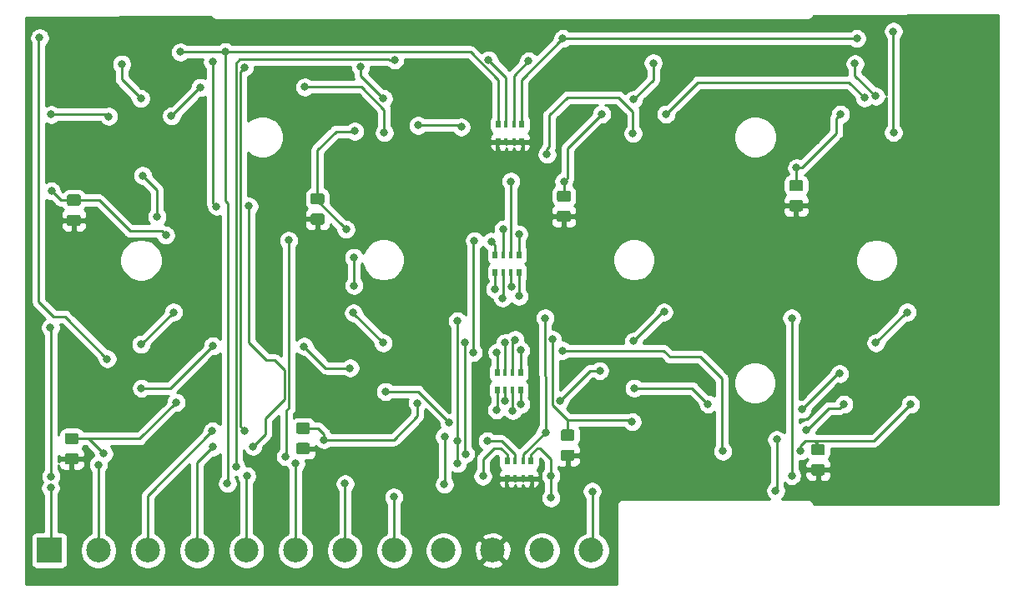
<source format=gbr>
G04 #@! TF.GenerationSoftware,KiCad,Pcbnew,(5.1.5)-3*
G04 #@! TF.CreationDate,2020-07-03T21:40:13-07:00*
G04 #@! TF.ProjectId,Sparkfun_buttons,53706172-6b66-4756-9e5f-627574746f6e,rev?*
G04 #@! TF.SameCoordinates,Original*
G04 #@! TF.FileFunction,Copper,L2,Bot*
G04 #@! TF.FilePolarity,Positive*
%FSLAX46Y46*%
G04 Gerber Fmt 4.6, Leading zero omitted, Abs format (unit mm)*
G04 Created by KiCad (PCBNEW (5.1.5)-3) date 2020-07-03 21:40:13*
%MOMM*%
%LPD*%
G04 APERTURE LIST*
%ADD10C,0.100000*%
%ADD11R,2.500000X2.500000*%
%ADD12C,2.500000*%
%ADD13R,0.500000X0.800000*%
%ADD14R,0.400000X0.800000*%
%ADD15C,0.800000*%
%ADD16C,0.250000*%
%ADD17C,0.254000*%
G04 APERTURE END LIST*
G04 #@! TA.AperFunction,SMDPad,CuDef*
D10*
G36*
X86021705Y-51768204D02*
G01*
X86045973Y-51771804D01*
X86069772Y-51777765D01*
X86092871Y-51786030D01*
X86115050Y-51796520D01*
X86136093Y-51809132D01*
X86155799Y-51823747D01*
X86173977Y-51840223D01*
X86190453Y-51858401D01*
X86205068Y-51878107D01*
X86217680Y-51899150D01*
X86228170Y-51921329D01*
X86236435Y-51944428D01*
X86242396Y-51968227D01*
X86245996Y-51992495D01*
X86247200Y-52016999D01*
X86247200Y-52667001D01*
X86245996Y-52691505D01*
X86242396Y-52715773D01*
X86236435Y-52739572D01*
X86228170Y-52762671D01*
X86217680Y-52784850D01*
X86205068Y-52805893D01*
X86190453Y-52825599D01*
X86173977Y-52843777D01*
X86155799Y-52860253D01*
X86136093Y-52874868D01*
X86115050Y-52887480D01*
X86092871Y-52897970D01*
X86069772Y-52906235D01*
X86045973Y-52912196D01*
X86021705Y-52915796D01*
X85997201Y-52917000D01*
X85097199Y-52917000D01*
X85072695Y-52915796D01*
X85048427Y-52912196D01*
X85024628Y-52906235D01*
X85001529Y-52897970D01*
X84979350Y-52887480D01*
X84958307Y-52874868D01*
X84938601Y-52860253D01*
X84920423Y-52843777D01*
X84903947Y-52825599D01*
X84889332Y-52805893D01*
X84876720Y-52784850D01*
X84866230Y-52762671D01*
X84857965Y-52739572D01*
X84852004Y-52715773D01*
X84848404Y-52691505D01*
X84847200Y-52667001D01*
X84847200Y-52016999D01*
X84848404Y-51992495D01*
X84852004Y-51968227D01*
X84857965Y-51944428D01*
X84866230Y-51921329D01*
X84876720Y-51899150D01*
X84889332Y-51878107D01*
X84903947Y-51858401D01*
X84920423Y-51840223D01*
X84938601Y-51823747D01*
X84958307Y-51809132D01*
X84979350Y-51796520D01*
X85001529Y-51786030D01*
X85024628Y-51777765D01*
X85048427Y-51771804D01*
X85072695Y-51768204D01*
X85097199Y-51767000D01*
X85997201Y-51767000D01*
X86021705Y-51768204D01*
G37*
G04 #@! TD.AperFunction*
G04 #@! TA.AperFunction,SMDPad,CuDef*
G36*
X86021705Y-49718204D02*
G01*
X86045973Y-49721804D01*
X86069772Y-49727765D01*
X86092871Y-49736030D01*
X86115050Y-49746520D01*
X86136093Y-49759132D01*
X86155799Y-49773747D01*
X86173977Y-49790223D01*
X86190453Y-49808401D01*
X86205068Y-49828107D01*
X86217680Y-49849150D01*
X86228170Y-49871329D01*
X86236435Y-49894428D01*
X86242396Y-49918227D01*
X86245996Y-49942495D01*
X86247200Y-49966999D01*
X86247200Y-50617001D01*
X86245996Y-50641505D01*
X86242396Y-50665773D01*
X86236435Y-50689572D01*
X86228170Y-50712671D01*
X86217680Y-50734850D01*
X86205068Y-50755893D01*
X86190453Y-50775599D01*
X86173977Y-50793777D01*
X86155799Y-50810253D01*
X86136093Y-50824868D01*
X86115050Y-50837480D01*
X86092871Y-50847970D01*
X86069772Y-50856235D01*
X86045973Y-50862196D01*
X86021705Y-50865796D01*
X85997201Y-50867000D01*
X85097199Y-50867000D01*
X85072695Y-50865796D01*
X85048427Y-50862196D01*
X85024628Y-50856235D01*
X85001529Y-50847970D01*
X84979350Y-50837480D01*
X84958307Y-50824868D01*
X84938601Y-50810253D01*
X84920423Y-50793777D01*
X84903947Y-50775599D01*
X84889332Y-50755893D01*
X84876720Y-50734850D01*
X84866230Y-50712671D01*
X84857965Y-50689572D01*
X84852004Y-50665773D01*
X84848404Y-50641505D01*
X84847200Y-50617001D01*
X84847200Y-49966999D01*
X84848404Y-49942495D01*
X84852004Y-49918227D01*
X84857965Y-49894428D01*
X84866230Y-49871329D01*
X84876720Y-49849150D01*
X84889332Y-49828107D01*
X84903947Y-49808401D01*
X84920423Y-49790223D01*
X84938601Y-49773747D01*
X84958307Y-49759132D01*
X84979350Y-49746520D01*
X85001529Y-49736030D01*
X85024628Y-49727765D01*
X85048427Y-49721804D01*
X85072695Y-49718204D01*
X85097199Y-49717000D01*
X85997201Y-49717000D01*
X86021705Y-49718204D01*
G37*
G04 #@! TD.AperFunction*
G04 #@! TA.AperFunction,SMDPad,CuDef*
G36*
X85805805Y-75999804D02*
G01*
X85830073Y-76003404D01*
X85853872Y-76009365D01*
X85876971Y-76017630D01*
X85899150Y-76028120D01*
X85920193Y-76040732D01*
X85939899Y-76055347D01*
X85958077Y-76071823D01*
X85974553Y-76090001D01*
X85989168Y-76109707D01*
X86001780Y-76130750D01*
X86012270Y-76152929D01*
X86020535Y-76176028D01*
X86026496Y-76199827D01*
X86030096Y-76224095D01*
X86031300Y-76248599D01*
X86031300Y-76898601D01*
X86030096Y-76923105D01*
X86026496Y-76947373D01*
X86020535Y-76971172D01*
X86012270Y-76994271D01*
X86001780Y-77016450D01*
X85989168Y-77037493D01*
X85974553Y-77057199D01*
X85958077Y-77075377D01*
X85939899Y-77091853D01*
X85920193Y-77106468D01*
X85899150Y-77119080D01*
X85876971Y-77129570D01*
X85853872Y-77137835D01*
X85830073Y-77143796D01*
X85805805Y-77147396D01*
X85781301Y-77148600D01*
X84881299Y-77148600D01*
X84856795Y-77147396D01*
X84832527Y-77143796D01*
X84808728Y-77137835D01*
X84785629Y-77129570D01*
X84763450Y-77119080D01*
X84742407Y-77106468D01*
X84722701Y-77091853D01*
X84704523Y-77075377D01*
X84688047Y-77057199D01*
X84673432Y-77037493D01*
X84660820Y-77016450D01*
X84650330Y-76994271D01*
X84642065Y-76971172D01*
X84636104Y-76947373D01*
X84632504Y-76923105D01*
X84631300Y-76898601D01*
X84631300Y-76248599D01*
X84632504Y-76224095D01*
X84636104Y-76199827D01*
X84642065Y-76176028D01*
X84650330Y-76152929D01*
X84660820Y-76130750D01*
X84673432Y-76109707D01*
X84688047Y-76090001D01*
X84704523Y-76071823D01*
X84722701Y-76055347D01*
X84742407Y-76040732D01*
X84763450Y-76028120D01*
X84785629Y-76017630D01*
X84808728Y-76009365D01*
X84832527Y-76003404D01*
X84856795Y-75999804D01*
X84881299Y-75998600D01*
X85781301Y-75998600D01*
X85805805Y-75999804D01*
G37*
G04 #@! TD.AperFunction*
G04 #@! TA.AperFunction,SMDPad,CuDef*
G36*
X85805805Y-73949804D02*
G01*
X85830073Y-73953404D01*
X85853872Y-73959365D01*
X85876971Y-73967630D01*
X85899150Y-73978120D01*
X85920193Y-73990732D01*
X85939899Y-74005347D01*
X85958077Y-74021823D01*
X85974553Y-74040001D01*
X85989168Y-74059707D01*
X86001780Y-74080750D01*
X86012270Y-74102929D01*
X86020535Y-74126028D01*
X86026496Y-74149827D01*
X86030096Y-74174095D01*
X86031300Y-74198599D01*
X86031300Y-74848601D01*
X86030096Y-74873105D01*
X86026496Y-74897373D01*
X86020535Y-74921172D01*
X86012270Y-74944271D01*
X86001780Y-74966450D01*
X85989168Y-74987493D01*
X85974553Y-75007199D01*
X85958077Y-75025377D01*
X85939899Y-75041853D01*
X85920193Y-75056468D01*
X85899150Y-75069080D01*
X85876971Y-75079570D01*
X85853872Y-75087835D01*
X85830073Y-75093796D01*
X85805805Y-75097396D01*
X85781301Y-75098600D01*
X84881299Y-75098600D01*
X84856795Y-75097396D01*
X84832527Y-75093796D01*
X84808728Y-75087835D01*
X84785629Y-75079570D01*
X84763450Y-75069080D01*
X84742407Y-75056468D01*
X84722701Y-75041853D01*
X84704523Y-75025377D01*
X84688047Y-75007199D01*
X84673432Y-74987493D01*
X84660820Y-74966450D01*
X84650330Y-74944271D01*
X84642065Y-74921172D01*
X84636104Y-74897373D01*
X84632504Y-74873105D01*
X84631300Y-74848601D01*
X84631300Y-74198599D01*
X84632504Y-74174095D01*
X84636104Y-74149827D01*
X84642065Y-74126028D01*
X84650330Y-74102929D01*
X84660820Y-74080750D01*
X84673432Y-74059707D01*
X84688047Y-74040001D01*
X84704523Y-74021823D01*
X84722701Y-74005347D01*
X84742407Y-73990732D01*
X84763450Y-73978120D01*
X84785629Y-73967630D01*
X84808728Y-73959365D01*
X84832527Y-73953404D01*
X84856795Y-73949804D01*
X84881299Y-73948600D01*
X85781301Y-73948600D01*
X85805805Y-73949804D01*
G37*
G04 #@! TD.AperFunction*
G04 #@! TA.AperFunction,SMDPad,CuDef*
G36*
X110735905Y-49591204D02*
G01*
X110760173Y-49594804D01*
X110783972Y-49600765D01*
X110807071Y-49609030D01*
X110829250Y-49619520D01*
X110850293Y-49632132D01*
X110869999Y-49646747D01*
X110888177Y-49663223D01*
X110904653Y-49681401D01*
X110919268Y-49701107D01*
X110931880Y-49722150D01*
X110942370Y-49744329D01*
X110950635Y-49767428D01*
X110956596Y-49791227D01*
X110960196Y-49815495D01*
X110961400Y-49839999D01*
X110961400Y-50490001D01*
X110960196Y-50514505D01*
X110956596Y-50538773D01*
X110950635Y-50562572D01*
X110942370Y-50585671D01*
X110931880Y-50607850D01*
X110919268Y-50628893D01*
X110904653Y-50648599D01*
X110888177Y-50666777D01*
X110869999Y-50683253D01*
X110850293Y-50697868D01*
X110829250Y-50710480D01*
X110807071Y-50720970D01*
X110783972Y-50729235D01*
X110760173Y-50735196D01*
X110735905Y-50738796D01*
X110711401Y-50740000D01*
X109811399Y-50740000D01*
X109786895Y-50738796D01*
X109762627Y-50735196D01*
X109738828Y-50729235D01*
X109715729Y-50720970D01*
X109693550Y-50710480D01*
X109672507Y-50697868D01*
X109652801Y-50683253D01*
X109634623Y-50666777D01*
X109618147Y-50648599D01*
X109603532Y-50628893D01*
X109590920Y-50607850D01*
X109580430Y-50585671D01*
X109572165Y-50562572D01*
X109566204Y-50538773D01*
X109562604Y-50514505D01*
X109561400Y-50490001D01*
X109561400Y-49839999D01*
X109562604Y-49815495D01*
X109566204Y-49791227D01*
X109572165Y-49767428D01*
X109580430Y-49744329D01*
X109590920Y-49722150D01*
X109603532Y-49701107D01*
X109618147Y-49681401D01*
X109634623Y-49663223D01*
X109652801Y-49646747D01*
X109672507Y-49632132D01*
X109693550Y-49619520D01*
X109715729Y-49609030D01*
X109738828Y-49600765D01*
X109762627Y-49594804D01*
X109786895Y-49591204D01*
X109811399Y-49590000D01*
X110711401Y-49590000D01*
X110735905Y-49591204D01*
G37*
G04 #@! TD.AperFunction*
G04 #@! TA.AperFunction,SMDPad,CuDef*
G36*
X110735905Y-51641204D02*
G01*
X110760173Y-51644804D01*
X110783972Y-51650765D01*
X110807071Y-51659030D01*
X110829250Y-51669520D01*
X110850293Y-51682132D01*
X110869999Y-51696747D01*
X110888177Y-51713223D01*
X110904653Y-51731401D01*
X110919268Y-51751107D01*
X110931880Y-51772150D01*
X110942370Y-51794329D01*
X110950635Y-51817428D01*
X110956596Y-51841227D01*
X110960196Y-51865495D01*
X110961400Y-51889999D01*
X110961400Y-52540001D01*
X110960196Y-52564505D01*
X110956596Y-52588773D01*
X110950635Y-52612572D01*
X110942370Y-52635671D01*
X110931880Y-52657850D01*
X110919268Y-52678893D01*
X110904653Y-52698599D01*
X110888177Y-52716777D01*
X110869999Y-52733253D01*
X110850293Y-52747868D01*
X110829250Y-52760480D01*
X110807071Y-52770970D01*
X110783972Y-52779235D01*
X110760173Y-52785196D01*
X110735905Y-52788796D01*
X110711401Y-52790000D01*
X109811399Y-52790000D01*
X109786895Y-52788796D01*
X109762627Y-52785196D01*
X109738828Y-52779235D01*
X109715729Y-52770970D01*
X109693550Y-52760480D01*
X109672507Y-52747868D01*
X109652801Y-52733253D01*
X109634623Y-52716777D01*
X109618147Y-52698599D01*
X109603532Y-52678893D01*
X109590920Y-52657850D01*
X109580430Y-52635671D01*
X109572165Y-52612572D01*
X109566204Y-52588773D01*
X109562604Y-52564505D01*
X109561400Y-52540001D01*
X109561400Y-51889999D01*
X109562604Y-51865495D01*
X109566204Y-51841227D01*
X109572165Y-51817428D01*
X109580430Y-51794329D01*
X109590920Y-51772150D01*
X109603532Y-51751107D01*
X109618147Y-51731401D01*
X109634623Y-51713223D01*
X109652801Y-51696747D01*
X109672507Y-51682132D01*
X109693550Y-51669520D01*
X109715729Y-51659030D01*
X109738828Y-51650765D01*
X109762627Y-51644804D01*
X109786895Y-51641204D01*
X109811399Y-51640000D01*
X110711401Y-51640000D01*
X110735905Y-51641204D01*
G37*
G04 #@! TD.AperFunction*
G04 #@! TA.AperFunction,SMDPad,CuDef*
G36*
X109275405Y-72895704D02*
G01*
X109299673Y-72899304D01*
X109323472Y-72905265D01*
X109346571Y-72913530D01*
X109368750Y-72924020D01*
X109389793Y-72936632D01*
X109409499Y-72951247D01*
X109427677Y-72967723D01*
X109444153Y-72985901D01*
X109458768Y-73005607D01*
X109471380Y-73026650D01*
X109481870Y-73048829D01*
X109490135Y-73071928D01*
X109496096Y-73095727D01*
X109499696Y-73119995D01*
X109500900Y-73144499D01*
X109500900Y-73794501D01*
X109499696Y-73819005D01*
X109496096Y-73843273D01*
X109490135Y-73867072D01*
X109481870Y-73890171D01*
X109471380Y-73912350D01*
X109458768Y-73933393D01*
X109444153Y-73953099D01*
X109427677Y-73971277D01*
X109409499Y-73987753D01*
X109389793Y-74002368D01*
X109368750Y-74014980D01*
X109346571Y-74025470D01*
X109323472Y-74033735D01*
X109299673Y-74039696D01*
X109275405Y-74043296D01*
X109250901Y-74044500D01*
X108350899Y-74044500D01*
X108326395Y-74043296D01*
X108302127Y-74039696D01*
X108278328Y-74033735D01*
X108255229Y-74025470D01*
X108233050Y-74014980D01*
X108212007Y-74002368D01*
X108192301Y-73987753D01*
X108174123Y-73971277D01*
X108157647Y-73953099D01*
X108143032Y-73933393D01*
X108130420Y-73912350D01*
X108119930Y-73890171D01*
X108111665Y-73867072D01*
X108105704Y-73843273D01*
X108102104Y-73819005D01*
X108100900Y-73794501D01*
X108100900Y-73144499D01*
X108102104Y-73119995D01*
X108105704Y-73095727D01*
X108111665Y-73071928D01*
X108119930Y-73048829D01*
X108130420Y-73026650D01*
X108143032Y-73005607D01*
X108157647Y-72985901D01*
X108174123Y-72967723D01*
X108192301Y-72951247D01*
X108212007Y-72936632D01*
X108233050Y-72924020D01*
X108255229Y-72913530D01*
X108278328Y-72905265D01*
X108302127Y-72899304D01*
X108326395Y-72895704D01*
X108350899Y-72894500D01*
X109250901Y-72894500D01*
X109275405Y-72895704D01*
G37*
G04 #@! TD.AperFunction*
G04 #@! TA.AperFunction,SMDPad,CuDef*
G36*
X109275405Y-74945704D02*
G01*
X109299673Y-74949304D01*
X109323472Y-74955265D01*
X109346571Y-74963530D01*
X109368750Y-74974020D01*
X109389793Y-74986632D01*
X109409499Y-75001247D01*
X109427677Y-75017723D01*
X109444153Y-75035901D01*
X109458768Y-75055607D01*
X109471380Y-75076650D01*
X109481870Y-75098829D01*
X109490135Y-75121928D01*
X109496096Y-75145727D01*
X109499696Y-75169995D01*
X109500900Y-75194499D01*
X109500900Y-75844501D01*
X109499696Y-75869005D01*
X109496096Y-75893273D01*
X109490135Y-75917072D01*
X109481870Y-75940171D01*
X109471380Y-75962350D01*
X109458768Y-75983393D01*
X109444153Y-76003099D01*
X109427677Y-76021277D01*
X109409499Y-76037753D01*
X109389793Y-76052368D01*
X109368750Y-76064980D01*
X109346571Y-76075470D01*
X109323472Y-76083735D01*
X109299673Y-76089696D01*
X109275405Y-76093296D01*
X109250901Y-76094500D01*
X108350899Y-76094500D01*
X108326395Y-76093296D01*
X108302127Y-76089696D01*
X108278328Y-76083735D01*
X108255229Y-76075470D01*
X108233050Y-76064980D01*
X108212007Y-76052368D01*
X108192301Y-76037753D01*
X108174123Y-76021277D01*
X108157647Y-76003099D01*
X108143032Y-75983393D01*
X108130420Y-75962350D01*
X108119930Y-75940171D01*
X108111665Y-75917072D01*
X108105704Y-75893273D01*
X108102104Y-75869005D01*
X108100900Y-75844501D01*
X108100900Y-75194499D01*
X108102104Y-75169995D01*
X108105704Y-75145727D01*
X108111665Y-75121928D01*
X108119930Y-75098829D01*
X108130420Y-75076650D01*
X108143032Y-75055607D01*
X108157647Y-75035901D01*
X108174123Y-75017723D01*
X108192301Y-75001247D01*
X108212007Y-74986632D01*
X108233050Y-74974020D01*
X108255229Y-74963530D01*
X108278328Y-74955265D01*
X108302127Y-74949304D01*
X108326395Y-74945704D01*
X108350899Y-74944500D01*
X109250901Y-74944500D01*
X109275405Y-74945704D01*
G37*
G04 #@! TD.AperFunction*
G04 #@! TA.AperFunction,SMDPad,CuDef*
G36*
X135729505Y-51361804D02*
G01*
X135753773Y-51365404D01*
X135777572Y-51371365D01*
X135800671Y-51379630D01*
X135822850Y-51390120D01*
X135843893Y-51402732D01*
X135863599Y-51417347D01*
X135881777Y-51433823D01*
X135898253Y-51452001D01*
X135912868Y-51471707D01*
X135925480Y-51492750D01*
X135935970Y-51514929D01*
X135944235Y-51538028D01*
X135950196Y-51561827D01*
X135953796Y-51586095D01*
X135955000Y-51610599D01*
X135955000Y-52260601D01*
X135953796Y-52285105D01*
X135950196Y-52309373D01*
X135944235Y-52333172D01*
X135935970Y-52356271D01*
X135925480Y-52378450D01*
X135912868Y-52399493D01*
X135898253Y-52419199D01*
X135881777Y-52437377D01*
X135863599Y-52453853D01*
X135843893Y-52468468D01*
X135822850Y-52481080D01*
X135800671Y-52491570D01*
X135777572Y-52499835D01*
X135753773Y-52505796D01*
X135729505Y-52509396D01*
X135705001Y-52510600D01*
X134804999Y-52510600D01*
X134780495Y-52509396D01*
X134756227Y-52505796D01*
X134732428Y-52499835D01*
X134709329Y-52491570D01*
X134687150Y-52481080D01*
X134666107Y-52468468D01*
X134646401Y-52453853D01*
X134628223Y-52437377D01*
X134611747Y-52419199D01*
X134597132Y-52399493D01*
X134584520Y-52378450D01*
X134574030Y-52356271D01*
X134565765Y-52333172D01*
X134559804Y-52309373D01*
X134556204Y-52285105D01*
X134555000Y-52260601D01*
X134555000Y-51610599D01*
X134556204Y-51586095D01*
X134559804Y-51561827D01*
X134565765Y-51538028D01*
X134574030Y-51514929D01*
X134584520Y-51492750D01*
X134597132Y-51471707D01*
X134611747Y-51452001D01*
X134628223Y-51433823D01*
X134646401Y-51417347D01*
X134666107Y-51402732D01*
X134687150Y-51390120D01*
X134709329Y-51379630D01*
X134732428Y-51371365D01*
X134756227Y-51365404D01*
X134780495Y-51361804D01*
X134804999Y-51360600D01*
X135705001Y-51360600D01*
X135729505Y-51361804D01*
G37*
G04 #@! TD.AperFunction*
G04 #@! TA.AperFunction,SMDPad,CuDef*
G36*
X135729505Y-49311804D02*
G01*
X135753773Y-49315404D01*
X135777572Y-49321365D01*
X135800671Y-49329630D01*
X135822850Y-49340120D01*
X135843893Y-49352732D01*
X135863599Y-49367347D01*
X135881777Y-49383823D01*
X135898253Y-49402001D01*
X135912868Y-49421707D01*
X135925480Y-49442750D01*
X135935970Y-49464929D01*
X135944235Y-49488028D01*
X135950196Y-49511827D01*
X135953796Y-49536095D01*
X135955000Y-49560599D01*
X135955000Y-50210601D01*
X135953796Y-50235105D01*
X135950196Y-50259373D01*
X135944235Y-50283172D01*
X135935970Y-50306271D01*
X135925480Y-50328450D01*
X135912868Y-50349493D01*
X135898253Y-50369199D01*
X135881777Y-50387377D01*
X135863599Y-50403853D01*
X135843893Y-50418468D01*
X135822850Y-50431080D01*
X135800671Y-50441570D01*
X135777572Y-50449835D01*
X135753773Y-50455796D01*
X135729505Y-50459396D01*
X135705001Y-50460600D01*
X134804999Y-50460600D01*
X134780495Y-50459396D01*
X134756227Y-50455796D01*
X134732428Y-50449835D01*
X134709329Y-50441570D01*
X134687150Y-50431080D01*
X134666107Y-50418468D01*
X134646401Y-50403853D01*
X134628223Y-50387377D01*
X134611747Y-50369199D01*
X134597132Y-50349493D01*
X134584520Y-50328450D01*
X134574030Y-50306271D01*
X134565765Y-50283172D01*
X134559804Y-50259373D01*
X134556204Y-50235105D01*
X134555000Y-50210601D01*
X134555000Y-49560599D01*
X134556204Y-49536095D01*
X134559804Y-49511827D01*
X134565765Y-49488028D01*
X134574030Y-49464929D01*
X134584520Y-49442750D01*
X134597132Y-49421707D01*
X134611747Y-49402001D01*
X134628223Y-49383823D01*
X134646401Y-49367347D01*
X134666107Y-49352732D01*
X134687150Y-49340120D01*
X134709329Y-49329630D01*
X134732428Y-49321365D01*
X134756227Y-49315404D01*
X134780495Y-49311804D01*
X134804999Y-49310600D01*
X135705001Y-49310600D01*
X135729505Y-49311804D01*
G37*
G04 #@! TD.AperFunction*
G04 #@! TA.AperFunction,SMDPad,CuDef*
G36*
X136123205Y-75644204D02*
G01*
X136147473Y-75647804D01*
X136171272Y-75653765D01*
X136194371Y-75662030D01*
X136216550Y-75672520D01*
X136237593Y-75685132D01*
X136257299Y-75699747D01*
X136275477Y-75716223D01*
X136291953Y-75734401D01*
X136306568Y-75754107D01*
X136319180Y-75775150D01*
X136329670Y-75797329D01*
X136337935Y-75820428D01*
X136343896Y-75844227D01*
X136347496Y-75868495D01*
X136348700Y-75892999D01*
X136348700Y-76543001D01*
X136347496Y-76567505D01*
X136343896Y-76591773D01*
X136337935Y-76615572D01*
X136329670Y-76638671D01*
X136319180Y-76660850D01*
X136306568Y-76681893D01*
X136291953Y-76701599D01*
X136275477Y-76719777D01*
X136257299Y-76736253D01*
X136237593Y-76750868D01*
X136216550Y-76763480D01*
X136194371Y-76773970D01*
X136171272Y-76782235D01*
X136147473Y-76788196D01*
X136123205Y-76791796D01*
X136098701Y-76793000D01*
X135198699Y-76793000D01*
X135174195Y-76791796D01*
X135149927Y-76788196D01*
X135126128Y-76782235D01*
X135103029Y-76773970D01*
X135080850Y-76763480D01*
X135059807Y-76750868D01*
X135040101Y-76736253D01*
X135021923Y-76719777D01*
X135005447Y-76701599D01*
X134990832Y-76681893D01*
X134978220Y-76660850D01*
X134967730Y-76638671D01*
X134959465Y-76615572D01*
X134953504Y-76591773D01*
X134949904Y-76567505D01*
X134948700Y-76543001D01*
X134948700Y-75892999D01*
X134949904Y-75868495D01*
X134953504Y-75844227D01*
X134959465Y-75820428D01*
X134967730Y-75797329D01*
X134978220Y-75775150D01*
X134990832Y-75754107D01*
X135005447Y-75734401D01*
X135021923Y-75716223D01*
X135040101Y-75699747D01*
X135059807Y-75685132D01*
X135080850Y-75672520D01*
X135103029Y-75662030D01*
X135126128Y-75653765D01*
X135149927Y-75647804D01*
X135174195Y-75644204D01*
X135198699Y-75643000D01*
X136098701Y-75643000D01*
X136123205Y-75644204D01*
G37*
G04 #@! TD.AperFunction*
G04 #@! TA.AperFunction,SMDPad,CuDef*
G36*
X136123205Y-73594204D02*
G01*
X136147473Y-73597804D01*
X136171272Y-73603765D01*
X136194371Y-73612030D01*
X136216550Y-73622520D01*
X136237593Y-73635132D01*
X136257299Y-73649747D01*
X136275477Y-73666223D01*
X136291953Y-73684401D01*
X136306568Y-73704107D01*
X136319180Y-73725150D01*
X136329670Y-73747329D01*
X136337935Y-73770428D01*
X136343896Y-73794227D01*
X136347496Y-73818495D01*
X136348700Y-73842999D01*
X136348700Y-74493001D01*
X136347496Y-74517505D01*
X136343896Y-74541773D01*
X136337935Y-74565572D01*
X136329670Y-74588671D01*
X136319180Y-74610850D01*
X136306568Y-74631893D01*
X136291953Y-74651599D01*
X136275477Y-74669777D01*
X136257299Y-74686253D01*
X136237593Y-74700868D01*
X136216550Y-74713480D01*
X136194371Y-74723970D01*
X136171272Y-74732235D01*
X136147473Y-74738196D01*
X136123205Y-74741796D01*
X136098701Y-74743000D01*
X135198699Y-74743000D01*
X135174195Y-74741796D01*
X135149927Y-74738196D01*
X135126128Y-74732235D01*
X135103029Y-74723970D01*
X135080850Y-74713480D01*
X135059807Y-74700868D01*
X135040101Y-74686253D01*
X135021923Y-74669777D01*
X135005447Y-74651599D01*
X134990832Y-74631893D01*
X134978220Y-74610850D01*
X134967730Y-74588671D01*
X134959465Y-74565572D01*
X134953504Y-74541773D01*
X134949904Y-74517505D01*
X134948700Y-74493001D01*
X134948700Y-73842999D01*
X134949904Y-73818495D01*
X134953504Y-73794227D01*
X134959465Y-73770428D01*
X134967730Y-73747329D01*
X134978220Y-73725150D01*
X134990832Y-73704107D01*
X135005447Y-73684401D01*
X135021923Y-73666223D01*
X135040101Y-73649747D01*
X135059807Y-73635132D01*
X135080850Y-73622520D01*
X135103029Y-73612030D01*
X135126128Y-73603765D01*
X135149927Y-73597804D01*
X135174195Y-73594204D01*
X135198699Y-73593000D01*
X136098701Y-73593000D01*
X136123205Y-73594204D01*
G37*
G04 #@! TD.AperFunction*
G04 #@! TA.AperFunction,SMDPad,CuDef*
G36*
X159300705Y-48232304D02*
G01*
X159324973Y-48235904D01*
X159348772Y-48241865D01*
X159371871Y-48250130D01*
X159394050Y-48260620D01*
X159415093Y-48273232D01*
X159434799Y-48287847D01*
X159452977Y-48304323D01*
X159469453Y-48322501D01*
X159484068Y-48342207D01*
X159496680Y-48363250D01*
X159507170Y-48385429D01*
X159515435Y-48408528D01*
X159521396Y-48432327D01*
X159524996Y-48456595D01*
X159526200Y-48481099D01*
X159526200Y-49131101D01*
X159524996Y-49155605D01*
X159521396Y-49179873D01*
X159515435Y-49203672D01*
X159507170Y-49226771D01*
X159496680Y-49248950D01*
X159484068Y-49269993D01*
X159469453Y-49289699D01*
X159452977Y-49307877D01*
X159434799Y-49324353D01*
X159415093Y-49338968D01*
X159394050Y-49351580D01*
X159371871Y-49362070D01*
X159348772Y-49370335D01*
X159324973Y-49376296D01*
X159300705Y-49379896D01*
X159276201Y-49381100D01*
X158376199Y-49381100D01*
X158351695Y-49379896D01*
X158327427Y-49376296D01*
X158303628Y-49370335D01*
X158280529Y-49362070D01*
X158258350Y-49351580D01*
X158237307Y-49338968D01*
X158217601Y-49324353D01*
X158199423Y-49307877D01*
X158182947Y-49289699D01*
X158168332Y-49269993D01*
X158155720Y-49248950D01*
X158145230Y-49226771D01*
X158136965Y-49203672D01*
X158131004Y-49179873D01*
X158127404Y-49155605D01*
X158126200Y-49131101D01*
X158126200Y-48481099D01*
X158127404Y-48456595D01*
X158131004Y-48432327D01*
X158136965Y-48408528D01*
X158145230Y-48385429D01*
X158155720Y-48363250D01*
X158168332Y-48342207D01*
X158182947Y-48322501D01*
X158199423Y-48304323D01*
X158217601Y-48287847D01*
X158237307Y-48273232D01*
X158258350Y-48260620D01*
X158280529Y-48250130D01*
X158303628Y-48241865D01*
X158327427Y-48235904D01*
X158351695Y-48232304D01*
X158376199Y-48231100D01*
X159276201Y-48231100D01*
X159300705Y-48232304D01*
G37*
G04 #@! TD.AperFunction*
G04 #@! TA.AperFunction,SMDPad,CuDef*
G36*
X159300705Y-50282304D02*
G01*
X159324973Y-50285904D01*
X159348772Y-50291865D01*
X159371871Y-50300130D01*
X159394050Y-50310620D01*
X159415093Y-50323232D01*
X159434799Y-50337847D01*
X159452977Y-50354323D01*
X159469453Y-50372501D01*
X159484068Y-50392207D01*
X159496680Y-50413250D01*
X159507170Y-50435429D01*
X159515435Y-50458528D01*
X159521396Y-50482327D01*
X159524996Y-50506595D01*
X159526200Y-50531099D01*
X159526200Y-51181101D01*
X159524996Y-51205605D01*
X159521396Y-51229873D01*
X159515435Y-51253672D01*
X159507170Y-51276771D01*
X159496680Y-51298950D01*
X159484068Y-51319993D01*
X159469453Y-51339699D01*
X159452977Y-51357877D01*
X159434799Y-51374353D01*
X159415093Y-51388968D01*
X159394050Y-51401580D01*
X159371871Y-51412070D01*
X159348772Y-51420335D01*
X159324973Y-51426296D01*
X159300705Y-51429896D01*
X159276201Y-51431100D01*
X158376199Y-51431100D01*
X158351695Y-51429896D01*
X158327427Y-51426296D01*
X158303628Y-51420335D01*
X158280529Y-51412070D01*
X158258350Y-51401580D01*
X158237307Y-51388968D01*
X158217601Y-51374353D01*
X158199423Y-51357877D01*
X158182947Y-51339699D01*
X158168332Y-51319993D01*
X158155720Y-51298950D01*
X158145230Y-51276771D01*
X158136965Y-51253672D01*
X158131004Y-51229873D01*
X158127404Y-51205605D01*
X158126200Y-51181101D01*
X158126200Y-50531099D01*
X158127404Y-50506595D01*
X158131004Y-50482327D01*
X158136965Y-50458528D01*
X158145230Y-50435429D01*
X158155720Y-50413250D01*
X158168332Y-50392207D01*
X158182947Y-50372501D01*
X158199423Y-50354323D01*
X158217601Y-50337847D01*
X158237307Y-50323232D01*
X158258350Y-50310620D01*
X158280529Y-50300130D01*
X158303628Y-50291865D01*
X158327427Y-50285904D01*
X158351695Y-50282304D01*
X158376199Y-50281100D01*
X159276201Y-50281100D01*
X159300705Y-50282304D01*
G37*
G04 #@! TD.AperFunction*
G04 #@! TA.AperFunction,SMDPad,CuDef*
G36*
X161523205Y-75067404D02*
G01*
X161547473Y-75071004D01*
X161571272Y-75076965D01*
X161594371Y-75085230D01*
X161616550Y-75095720D01*
X161637593Y-75108332D01*
X161657299Y-75122947D01*
X161675477Y-75139423D01*
X161691953Y-75157601D01*
X161706568Y-75177307D01*
X161719180Y-75198350D01*
X161729670Y-75220529D01*
X161737935Y-75243628D01*
X161743896Y-75267427D01*
X161747496Y-75291695D01*
X161748700Y-75316199D01*
X161748700Y-75966201D01*
X161747496Y-75990705D01*
X161743896Y-76014973D01*
X161737935Y-76038772D01*
X161729670Y-76061871D01*
X161719180Y-76084050D01*
X161706568Y-76105093D01*
X161691953Y-76124799D01*
X161675477Y-76142977D01*
X161657299Y-76159453D01*
X161637593Y-76174068D01*
X161616550Y-76186680D01*
X161594371Y-76197170D01*
X161571272Y-76205435D01*
X161547473Y-76211396D01*
X161523205Y-76214996D01*
X161498701Y-76216200D01*
X160598699Y-76216200D01*
X160574195Y-76214996D01*
X160549927Y-76211396D01*
X160526128Y-76205435D01*
X160503029Y-76197170D01*
X160480850Y-76186680D01*
X160459807Y-76174068D01*
X160440101Y-76159453D01*
X160421923Y-76142977D01*
X160405447Y-76124799D01*
X160390832Y-76105093D01*
X160378220Y-76084050D01*
X160367730Y-76061871D01*
X160359465Y-76038772D01*
X160353504Y-76014973D01*
X160349904Y-75990705D01*
X160348700Y-75966201D01*
X160348700Y-75316199D01*
X160349904Y-75291695D01*
X160353504Y-75267427D01*
X160359465Y-75243628D01*
X160367730Y-75220529D01*
X160378220Y-75198350D01*
X160390832Y-75177307D01*
X160405447Y-75157601D01*
X160421923Y-75139423D01*
X160440101Y-75122947D01*
X160459807Y-75108332D01*
X160480850Y-75095720D01*
X160503029Y-75085230D01*
X160526128Y-75076965D01*
X160549927Y-75071004D01*
X160574195Y-75067404D01*
X160598699Y-75066200D01*
X161498701Y-75066200D01*
X161523205Y-75067404D01*
G37*
G04 #@! TD.AperFunction*
G04 #@! TA.AperFunction,SMDPad,CuDef*
G36*
X161523205Y-77117404D02*
G01*
X161547473Y-77121004D01*
X161571272Y-77126965D01*
X161594371Y-77135230D01*
X161616550Y-77145720D01*
X161637593Y-77158332D01*
X161657299Y-77172947D01*
X161675477Y-77189423D01*
X161691953Y-77207601D01*
X161706568Y-77227307D01*
X161719180Y-77248350D01*
X161729670Y-77270529D01*
X161737935Y-77293628D01*
X161743896Y-77317427D01*
X161747496Y-77341695D01*
X161748700Y-77366199D01*
X161748700Y-78016201D01*
X161747496Y-78040705D01*
X161743896Y-78064973D01*
X161737935Y-78088772D01*
X161729670Y-78111871D01*
X161719180Y-78134050D01*
X161706568Y-78155093D01*
X161691953Y-78174799D01*
X161675477Y-78192977D01*
X161657299Y-78209453D01*
X161637593Y-78224068D01*
X161616550Y-78236680D01*
X161594371Y-78247170D01*
X161571272Y-78255435D01*
X161547473Y-78261396D01*
X161523205Y-78264996D01*
X161498701Y-78266200D01*
X160598699Y-78266200D01*
X160574195Y-78264996D01*
X160549927Y-78261396D01*
X160526128Y-78255435D01*
X160503029Y-78247170D01*
X160480850Y-78236680D01*
X160459807Y-78224068D01*
X160440101Y-78209453D01*
X160421923Y-78192977D01*
X160405447Y-78174799D01*
X160390832Y-78155093D01*
X160378220Y-78134050D01*
X160367730Y-78111871D01*
X160359465Y-78088772D01*
X160353504Y-78064973D01*
X160349904Y-78040705D01*
X160348700Y-78016201D01*
X160348700Y-77366199D01*
X160349904Y-77341695D01*
X160353504Y-77317427D01*
X160359465Y-77293628D01*
X160367730Y-77270529D01*
X160378220Y-77248350D01*
X160390832Y-77227307D01*
X160405447Y-77207601D01*
X160421923Y-77189423D01*
X160440101Y-77172947D01*
X160459807Y-77158332D01*
X160480850Y-77145720D01*
X160503029Y-77135230D01*
X160526128Y-77126965D01*
X160549927Y-77121004D01*
X160574195Y-77117404D01*
X160598699Y-77116200D01*
X161498701Y-77116200D01*
X161523205Y-77117404D01*
G37*
G04 #@! TD.AperFunction*
D11*
X83045300Y-85877400D03*
D12*
X88045300Y-85877400D03*
X93045300Y-85877400D03*
X98045300Y-85877400D03*
X103045300Y-85877400D03*
X108045300Y-85877400D03*
X113045300Y-85877400D03*
X118045300Y-85877400D03*
X123045300Y-85877400D03*
X128045300Y-85877400D03*
X133045300Y-85877400D03*
X138045300Y-85877400D03*
D13*
X128600400Y-42586500D03*
D14*
X129400400Y-42586500D03*
D13*
X131000400Y-42586500D03*
D14*
X130200400Y-42586500D03*
D13*
X128600400Y-44386500D03*
D14*
X130200400Y-44386500D03*
X129400400Y-44386500D03*
D13*
X131000400Y-44386500D03*
X131914600Y-78587600D03*
D14*
X130314600Y-78587600D03*
X131114600Y-78587600D03*
D13*
X129514600Y-78587600D03*
D14*
X131114600Y-76787600D03*
D13*
X131914600Y-76787600D03*
D14*
X130314600Y-76787600D03*
D13*
X129514600Y-76787600D03*
X128308200Y-55841900D03*
D14*
X129108200Y-55841900D03*
D13*
X130708200Y-55841900D03*
D14*
X129908200Y-55841900D03*
D13*
X128308200Y-57641900D03*
D14*
X129908200Y-57641900D03*
X129108200Y-57641900D03*
D13*
X130708200Y-57641900D03*
X130879700Y-69581600D03*
D14*
X129279700Y-69581600D03*
X130079700Y-69581600D03*
D13*
X128479700Y-69581600D03*
D14*
X130079700Y-67781600D03*
D13*
X130879700Y-67781600D03*
D14*
X129279700Y-67781600D03*
D13*
X128479700Y-67781600D03*
D15*
X89128600Y-45453300D03*
X113487200Y-45516800D03*
X138811000Y-45415200D03*
X163563300Y-45377100D03*
X170154600Y-67310000D03*
X145757900Y-67475100D03*
X120459500Y-67310000D03*
X95516700Y-67170300D03*
X83248500Y-41592500D03*
X89077800Y-41783000D03*
X113969800Y-58966100D03*
X113957100Y-56121300D03*
X94869000Y-53848000D03*
X83273900Y-49364900D03*
X127901700Y-54483000D03*
X128460500Y-65760600D03*
X126060200Y-65760600D03*
X126187200Y-54406800D03*
X95910400Y-70853300D03*
X107022900Y-76352400D03*
X88582500Y-76047600D03*
X107340400Y-54381400D03*
X129121100Y-53251300D03*
X113157000Y-53251100D03*
X114046000Y-43294300D03*
X129298700Y-64782700D03*
X120396000Y-70904100D03*
X125260100Y-64782700D03*
X125298200Y-76073000D03*
X110921800Y-74625200D03*
X129895600Y-48387000D03*
X139090400Y-41554400D03*
X135255000Y-48387000D03*
X130314700Y-64477900D03*
X134112000Y-64452500D03*
X142176500Y-72821800D03*
X163322000Y-41579800D03*
X130683000Y-53746400D03*
X158864300Y-47002700D03*
X170412467Y-71033047D03*
X130886200Y-65557400D03*
X135128739Y-65574842D03*
X151396700Y-75793600D03*
X159232600Y-75780900D03*
X95440500Y-41732200D03*
X98386900Y-38836600D03*
X108978700Y-38798500D03*
X117043200Y-43434000D03*
X93980000Y-51981100D03*
X92519500Y-47790100D03*
X120472200Y-42697400D03*
X124853700Y-42862500D03*
X133553200Y-45643800D03*
X142278100Y-43510200D03*
X88938100Y-66421000D03*
X82080100Y-33794700D03*
X168694100Y-33147000D03*
X168706800Y-43421300D03*
X145630900Y-41554400D03*
X165759526Y-39890868D03*
X92405200Y-69405500D03*
X99631500Y-65112900D03*
X108915200Y-65151000D03*
X113576100Y-67348100D03*
X117170200Y-69735700D03*
X123596400Y-72872600D03*
X134837000Y-70700900D03*
X138899900Y-67627500D03*
X163664900Y-71031100D03*
X159880300Y-73609200D03*
X156857700Y-74612500D03*
X156756100Y-79819500D03*
X138137900Y-79883000D03*
X96367600Y-35242500D03*
X100901500Y-35217100D03*
X101117400Y-79082900D03*
X83185000Y-79514700D03*
X127622300Y-36042600D03*
X118099202Y-36042600D03*
X101993700Y-77355700D03*
X88036400Y-77165200D03*
X131686300Y-36144200D03*
X102870000Y-36779200D03*
X102895400Y-73710800D03*
X99606100Y-73736200D03*
X164973000Y-33858200D03*
X135166100Y-33858200D03*
X99618800Y-36220400D03*
X100012500Y-50927000D03*
X103314500Y-50914300D03*
X103733600Y-75311000D03*
X99644200Y-75374500D03*
X127050800Y-78346300D03*
X83235800Y-78359000D03*
X83172300Y-63233300D03*
X103098600Y-78320900D03*
X127482600Y-74752200D03*
X124447300Y-74726800D03*
X124472700Y-62572900D03*
X108064300Y-77063600D03*
X124472700Y-77038200D03*
X133362700Y-62268100D03*
X133389000Y-73863200D03*
X123151900Y-74320400D03*
X123139200Y-79171800D03*
X113068100Y-79108300D03*
X133946900Y-78295500D03*
X158381700Y-78295500D03*
X158381700Y-62268100D03*
X133946900Y-80543400D03*
X118008400Y-80454500D03*
X92341700Y-39954200D03*
X90398600Y-36474400D03*
X116954300Y-39966900D03*
X114651502Y-36729500D03*
X142341600Y-40068500D03*
X144329676Y-36367286D03*
X166903400Y-39738300D03*
X164794465Y-36434458D03*
X166916100Y-64782700D03*
X170091100Y-61683900D03*
X142341600Y-64630300D03*
X145415000Y-61658500D03*
X116928900Y-64795400D03*
X113906300Y-61747400D03*
X92367100Y-64947800D03*
X95656400Y-61671200D03*
X130873500Y-71031100D03*
X130073400Y-71677700D03*
X129286000Y-70726300D03*
X128447800Y-71615300D03*
X128257300Y-59334400D03*
X129044700Y-60236100D03*
X129933700Y-59055000D03*
X130708400Y-60045600D03*
X142405100Y-69392800D03*
X149885400Y-71005700D03*
X159423100Y-71539100D03*
X163233100Y-67919600D03*
D16*
X83248500Y-41592500D02*
X88887300Y-41592500D01*
X88887300Y-41592500D02*
X89077800Y-41783000D01*
X113969800Y-58966100D02*
X113969800Y-56134000D01*
X113969800Y-56134000D02*
X113957100Y-56121300D01*
X94469001Y-53448001D02*
X91243201Y-53448001D01*
X94869000Y-53848000D02*
X94469001Y-53448001D01*
X88087200Y-50292000D02*
X85547200Y-50292000D01*
X88099900Y-50304700D02*
X88087200Y-50292000D01*
X91243201Y-53448001D02*
X88099900Y-50304700D01*
X85547200Y-50292000D02*
X84201000Y-50292000D01*
X84201000Y-50292000D02*
X83273900Y-49364900D01*
X128308200Y-55841900D02*
X128308200Y-54889500D01*
X128308200Y-54889500D02*
X127901700Y-54483000D01*
X128479700Y-67781600D02*
X128479700Y-65779800D01*
X128479700Y-65779800D02*
X128460500Y-65760600D01*
X126060200Y-65760600D02*
X126060200Y-54533800D01*
X126060200Y-54533800D02*
X126187200Y-54406800D01*
X107371310Y-67352200D02*
X107371310Y-71393890D01*
X107371310Y-71393890D02*
X107061000Y-71704200D01*
X107061000Y-71704200D02*
X107061000Y-76314300D01*
X107061000Y-76314300D02*
X107022900Y-76352400D01*
X87058500Y-74523600D02*
X85331300Y-74523600D01*
X88582500Y-76047600D02*
X87058500Y-74523600D01*
X92240100Y-74523600D02*
X95910400Y-70853300D01*
X87058500Y-74523600D02*
X92240100Y-74523600D01*
X107371310Y-56852390D02*
X107377400Y-56846300D01*
X107371310Y-67352200D02*
X107371310Y-56852390D01*
X107340400Y-56809300D02*
X107377400Y-56846300D01*
X107340400Y-54381400D02*
X107340400Y-56809300D01*
X113157000Y-53251100D02*
X113157000Y-53251100D01*
X110261400Y-50355500D02*
X110261400Y-50165000D01*
X112852200Y-52946300D02*
X110261400Y-50355500D01*
X129121100Y-53251300D02*
X129121100Y-53251300D01*
X113157000Y-53251100D02*
X112852200Y-52946300D01*
X110261400Y-50165000D02*
X110261400Y-45199300D01*
X114033300Y-43307000D02*
X114046000Y-43294300D01*
X112153700Y-43307000D02*
X114033300Y-43307000D01*
X110261400Y-45199300D02*
X112153700Y-43307000D01*
X129108200Y-53264200D02*
X129121100Y-53251300D01*
X129108200Y-55841900D02*
X129108200Y-53264200D01*
X129279700Y-67781600D02*
X129279700Y-64801700D01*
X129279700Y-64801700D02*
X129298700Y-64782700D01*
X125260100Y-64782700D02*
X125260100Y-76034900D01*
X125260100Y-76034900D02*
X125298200Y-76073000D01*
X110921800Y-74059515D02*
X110331785Y-73469500D01*
X109500900Y-73469500D02*
X108800900Y-73469500D01*
X110331785Y-73469500D02*
X109500900Y-73469500D01*
X110921800Y-74625200D02*
X110921800Y-74059515D01*
X120396000Y-72237600D02*
X120396000Y-70904100D01*
X110921800Y-74625200D02*
X118008400Y-74625200D01*
X118008400Y-74625200D02*
X120396000Y-72237600D01*
X129908300Y-48399700D02*
X129895600Y-48387000D01*
X136448800Y-44196000D02*
X139090400Y-41554400D01*
X135255000Y-48387000D02*
X135255000Y-49885600D01*
X135654999Y-47987001D02*
X135654999Y-44989801D01*
X135654999Y-44989801D02*
X136448800Y-44196000D01*
X135255000Y-48387000D02*
X135654999Y-47987001D01*
X129908200Y-48399600D02*
X129895600Y-48387000D01*
X129908200Y-55841900D02*
X129908200Y-48399600D01*
X130079700Y-67781600D02*
X130079700Y-64712900D01*
X130079700Y-64712900D02*
X130314700Y-64477900D01*
X134112000Y-64452500D02*
X134112000Y-71069200D01*
X135648700Y-72605900D02*
X135648700Y-74168000D01*
X134112000Y-71069200D02*
X135648700Y-72605900D01*
X135648700Y-72605900D02*
X141960600Y-72605900D01*
X141960600Y-72605900D02*
X142176500Y-72821800D01*
X158826200Y-48806100D02*
X158826200Y-47040800D01*
X158826200Y-47040800D02*
X158864300Y-47002700D01*
X158864300Y-47002700D02*
X159429985Y-47002700D01*
X162922001Y-41979799D02*
X162922001Y-43465699D01*
X162922001Y-43465699D02*
X161645600Y-44742100D01*
X163322000Y-41579800D02*
X162922001Y-41979799D01*
X159429985Y-47002700D02*
X161645600Y-44742100D01*
X130683000Y-55816700D02*
X130708200Y-55841900D01*
X130683000Y-53746400D02*
X130683000Y-55816700D01*
X130879700Y-67781600D02*
X130879700Y-65563900D01*
X130879700Y-65563900D02*
X130886200Y-65557400D01*
X151307800Y-75704700D02*
X151396700Y-75793600D01*
X160702415Y-74719915D02*
X161048700Y-75066200D01*
X159727900Y-74719915D02*
X160702415Y-74719915D01*
X159232600Y-75215215D02*
X159727900Y-74719915D01*
X161048700Y-75066200D02*
X161048700Y-75641200D01*
X159232600Y-75780900D02*
X159232600Y-75215215D01*
X166725599Y-74719915D02*
X170412467Y-71033047D01*
X160702415Y-74719915D02*
X166725599Y-74719915D01*
X149102742Y-66222542D02*
X151307800Y-68427600D01*
X151307800Y-68427600D02*
X151307800Y-75704700D01*
X146016642Y-66222542D02*
X145389600Y-65595500D01*
X149102742Y-66222542D02*
X146016642Y-66222542D01*
X135128739Y-65574842D02*
X145389600Y-65595500D01*
X95440500Y-41732200D02*
X98336100Y-38836600D01*
X98336100Y-38836600D02*
X98386900Y-38836600D01*
X108978700Y-38798500D02*
X114744500Y-38798500D01*
X114744500Y-38798500D02*
X117043200Y-41097200D01*
X117043200Y-41097200D02*
X117043200Y-43434000D01*
X93980000Y-51981100D02*
X93980000Y-49250600D01*
X93980000Y-49250600D02*
X92519500Y-47790100D01*
X120472200Y-42697400D02*
X124688600Y-42697400D01*
X124688600Y-42697400D02*
X124853700Y-42862500D01*
X133553200Y-45078115D02*
X133769100Y-44862215D01*
X133553200Y-45643800D02*
X133553200Y-45078115D01*
X133769100Y-44862215D02*
X133769100Y-41681400D01*
X133769100Y-41681400D02*
X135623300Y-39827200D01*
X135623300Y-39827200D02*
X140792200Y-39827200D01*
X140792200Y-39827200D02*
X142278100Y-41313100D01*
X142278100Y-41313100D02*
X142278100Y-43510200D01*
X88938100Y-66421000D02*
X84632800Y-62115700D01*
X84632800Y-62115700D02*
X83464400Y-62115700D01*
X83464400Y-62115700D02*
X81991200Y-60642500D01*
X81991200Y-60642500D02*
X81991200Y-33883600D01*
X81991200Y-33883600D02*
X82080100Y-33794700D01*
X168694100Y-33147000D02*
X168694100Y-43408600D01*
X168694100Y-43408600D02*
X168706800Y-43421300D01*
X145630900Y-41554400D02*
X148869400Y-38315900D01*
X148869400Y-38315900D02*
X164184558Y-38315900D01*
X164184558Y-38315900D02*
X165759526Y-39890868D01*
X92405200Y-69405500D02*
X95338900Y-69405500D01*
X95338900Y-69405500D02*
X99631500Y-65112900D01*
X108915200Y-65151000D02*
X111112300Y-67348100D01*
X111112300Y-67348100D02*
X113576100Y-67348100D01*
X117170200Y-69735700D02*
X120459500Y-69735700D01*
X120459500Y-69735700D02*
X123596400Y-72872600D01*
X134837000Y-70700900D02*
X137910400Y-67627500D01*
X137910400Y-67627500D02*
X138899900Y-67627500D01*
X163264901Y-71431099D02*
X162134601Y-71431099D01*
X163664900Y-71031100D02*
X163264901Y-71431099D01*
X162134601Y-71431099D02*
X159956500Y-73609200D01*
X159956500Y-73609200D02*
X159880300Y-73609200D01*
X156857700Y-74612500D02*
X156857700Y-79717900D01*
X156857700Y-79717900D02*
X156756100Y-79819500D01*
X138137900Y-85784800D02*
X138045300Y-85877400D01*
X138137900Y-79883000D02*
X138137900Y-85784800D01*
X128600400Y-42586500D02*
X128600400Y-38049400D01*
X128600400Y-38049400D02*
X125793500Y-35242500D01*
X100876100Y-35242500D02*
X100901500Y-35217100D01*
X100876100Y-35242500D02*
X96367600Y-35242500D01*
X125793500Y-35242500D02*
X100876100Y-35242500D01*
X100901500Y-35217100D02*
X100901500Y-50368200D01*
X101143901Y-79056399D02*
X101117400Y-79082900D01*
X100901500Y-50368200D02*
X101143901Y-50610601D01*
X101143901Y-50610601D02*
X101143901Y-79056399D01*
X83185000Y-85737700D02*
X83045300Y-85877400D01*
X83185000Y-79514700D02*
X83185000Y-85737700D01*
X129400400Y-41936500D02*
X129400300Y-41936400D01*
X129400400Y-42586500D02*
X129400400Y-41936500D01*
X129400300Y-41936400D02*
X129400300Y-37820600D01*
X129400300Y-37820600D02*
X127622300Y-36042600D01*
X117533517Y-36042600D02*
X117495417Y-36004500D01*
X118099202Y-36042600D02*
X117533517Y-36042600D01*
X117495417Y-36004500D02*
X102400100Y-36004500D01*
X102400100Y-36004500D02*
X101993700Y-36410900D01*
X101993700Y-36410900D02*
X101993700Y-77355700D01*
X88036400Y-85868500D02*
X88045300Y-85877400D01*
X88036400Y-77165200D02*
X88036400Y-85868500D01*
X130200400Y-42586500D02*
X130200400Y-37630100D01*
X130200400Y-37630100D02*
X131686300Y-36144200D01*
X102870000Y-36779200D02*
X102443710Y-37205490D01*
X102443710Y-37205490D02*
X102443710Y-53911500D01*
X102443710Y-53911500D02*
X102443710Y-73259110D01*
X102443710Y-73259110D02*
X102895400Y-73710800D01*
X93045300Y-80297000D02*
X93045300Y-85877400D01*
X99606100Y-73736200D02*
X93045300Y-80297000D01*
X131000400Y-41936500D02*
X130975100Y-41911200D01*
X131000400Y-42586500D02*
X131000400Y-41936500D01*
X130975100Y-41911200D02*
X130975100Y-38049200D01*
X130975100Y-38049200D02*
X135166100Y-33858200D01*
X135166100Y-33858200D02*
X164973000Y-33858200D01*
X135166100Y-33858200D02*
X135166100Y-33858200D01*
X99618800Y-36220400D02*
X99618800Y-50533300D01*
X99618800Y-50533300D02*
X100012500Y-50927000D01*
X103314500Y-51479985D02*
X103276400Y-51518085D01*
X103314500Y-50914300D02*
X103314500Y-51479985D01*
X103276400Y-51518085D02*
X103276400Y-64731900D01*
X103276400Y-64731900D02*
X105079800Y-66535300D01*
X105079800Y-66535300D02*
X105918000Y-66535300D01*
X105918000Y-66535300D02*
X106921300Y-67538600D01*
X106921300Y-67538600D02*
X106921300Y-70485000D01*
X106921300Y-70485000D02*
X104978200Y-72428100D01*
X104978200Y-72428100D02*
X104978200Y-74066400D01*
X104978200Y-74066400D02*
X103733600Y-75311000D01*
X98045300Y-76973400D02*
X98045300Y-85877400D01*
X99644200Y-75374500D02*
X98045300Y-76973400D01*
X129514600Y-76137600D02*
X128865800Y-75488800D01*
X129514600Y-76787600D02*
X129514600Y-76137600D01*
X128865800Y-75488800D02*
X128143000Y-75488800D01*
X128143000Y-75488800D02*
X127050800Y-76581000D01*
X127050800Y-76581000D02*
X127050800Y-78346300D01*
X83235800Y-78359000D02*
X83235800Y-63296800D01*
X83235800Y-63296800D02*
X83172300Y-63233300D01*
X103045300Y-78374200D02*
X103098600Y-78320900D01*
X103045300Y-85877400D02*
X103045300Y-78374200D01*
X128929200Y-74752200D02*
X127482600Y-74752200D01*
X130314600Y-76787600D02*
X130314600Y-76137600D01*
X130314600Y-76137600D02*
X128929200Y-74752200D01*
X124447300Y-74726800D02*
X124447300Y-62598300D01*
X124447300Y-62598300D02*
X124472700Y-62572900D01*
X108045300Y-85877400D02*
X108045300Y-77082600D01*
X108045300Y-77082600D02*
X108064300Y-77063600D01*
X124472700Y-74752200D02*
X124447300Y-74726800D01*
X124472700Y-77038200D02*
X124472700Y-74752200D01*
X133333948Y-62296852D02*
X133362700Y-62268100D01*
X133413500Y-73863200D02*
X133333948Y-62296852D01*
X131114600Y-76137600D02*
X131114600Y-76787600D01*
X133389000Y-73863200D02*
X131114600Y-76137600D01*
X133413500Y-73863200D02*
X133389000Y-73863200D01*
X123151900Y-74320400D02*
X123151900Y-79159100D01*
X123151900Y-79159100D02*
X123139200Y-79171800D01*
X113068100Y-85854600D02*
X113045300Y-85877400D01*
X113068100Y-79108300D02*
X113068100Y-85854600D01*
X131914600Y-76137600D02*
X132563400Y-75488800D01*
X131914600Y-76787600D02*
X131914600Y-76137600D01*
X132563400Y-75488800D02*
X132854700Y-75488800D01*
X132854700Y-75488800D02*
X133946900Y-76581000D01*
X133946900Y-76581000D02*
X133946900Y-78295500D01*
X158381700Y-78295500D02*
X158381700Y-62268100D01*
X133946900Y-78295500D02*
X133946900Y-80543400D01*
X118008400Y-85840500D02*
X118045300Y-85877400D01*
X118008400Y-80454500D02*
X118008400Y-85840500D01*
X92341700Y-39954200D02*
X90398600Y-38011100D01*
X90398600Y-38011100D02*
X90398600Y-36474400D01*
X116954300Y-39966900D02*
X114651502Y-37664102D01*
X114651502Y-37664102D02*
X114651502Y-36729500D01*
X142341600Y-40068500D02*
X144329676Y-38080424D01*
X144329676Y-38080424D02*
X144329676Y-36367286D01*
X166903400Y-39738300D02*
X164794465Y-37629365D01*
X164794465Y-37629365D02*
X164794465Y-36434458D01*
X166916100Y-64782700D02*
X170014900Y-61683900D01*
X170014900Y-61683900D02*
X170091100Y-61683900D01*
X142341600Y-64630300D02*
X145313400Y-61658500D01*
X145313400Y-61658500D02*
X145415000Y-61658500D01*
X116928900Y-64795400D02*
X113906300Y-61772800D01*
X113906300Y-61772800D02*
X113906300Y-61747400D01*
X92367100Y-64947800D02*
X95643700Y-61671200D01*
X95643700Y-61671200D02*
X95656400Y-61671200D01*
X130879700Y-69581600D02*
X130879700Y-71024900D01*
X130879700Y-71024900D02*
X130873500Y-71031100D01*
X130079700Y-69581600D02*
X130079700Y-71671400D01*
X130079700Y-71671400D02*
X130073400Y-71677700D01*
X129279700Y-69581600D02*
X129279700Y-70720000D01*
X129279700Y-70720000D02*
X129286000Y-70726300D01*
X128479700Y-69581600D02*
X128479700Y-71583400D01*
X128479700Y-71583400D02*
X128447800Y-71615300D01*
X128308200Y-57641900D02*
X128308200Y-59283500D01*
X128308200Y-59283500D02*
X128257300Y-59334400D01*
X129108200Y-57641900D02*
X129108200Y-60172600D01*
X129108200Y-60172600D02*
X129044700Y-60236100D01*
X129908200Y-57641900D02*
X129908200Y-59029500D01*
X129908200Y-59029500D02*
X129933700Y-59055000D01*
X130708200Y-57641900D02*
X130708200Y-60045400D01*
X130708200Y-60045400D02*
X130708400Y-60045600D01*
X142405100Y-69392800D02*
X148272500Y-69392800D01*
X148272500Y-69392800D02*
X149885400Y-71005700D01*
X159423100Y-71539100D02*
X163042600Y-67919600D01*
X163042600Y-67919600D02*
X163233100Y-67919600D01*
D17*
G36*
X179340001Y-81215653D02*
G01*
X160649308Y-81185052D01*
X160612710Y-81064407D01*
X160551425Y-80949750D01*
X160468948Y-80849252D01*
X160368450Y-80766775D01*
X160253793Y-80705490D01*
X160129383Y-80667750D01*
X160032419Y-80658200D01*
X157363847Y-80658200D01*
X157415874Y-80623437D01*
X157560037Y-80479274D01*
X157673305Y-80309756D01*
X157751326Y-80121398D01*
X157791100Y-79921439D01*
X157791100Y-79717561D01*
X157751326Y-79517602D01*
X157673305Y-79329244D01*
X157617700Y-79246025D01*
X157617700Y-78995211D01*
X157721926Y-79099437D01*
X157891444Y-79212705D01*
X158079802Y-79290726D01*
X158279761Y-79330500D01*
X158483639Y-79330500D01*
X158683598Y-79290726D01*
X158871956Y-79212705D01*
X159041474Y-79099437D01*
X159185637Y-78955274D01*
X159298905Y-78785756D01*
X159376926Y-78597398D01*
X159416700Y-78397439D01*
X159416700Y-78266200D01*
X159710628Y-78266200D01*
X159722888Y-78390682D01*
X159759198Y-78510380D01*
X159818163Y-78620694D01*
X159897515Y-78717385D01*
X159994206Y-78796737D01*
X160104520Y-78855702D01*
X160224218Y-78892012D01*
X160348700Y-78904272D01*
X160762950Y-78901200D01*
X160921700Y-78742450D01*
X160921700Y-77818200D01*
X161175700Y-77818200D01*
X161175700Y-78742450D01*
X161334450Y-78901200D01*
X161748700Y-78904272D01*
X161873182Y-78892012D01*
X161992880Y-78855702D01*
X162103194Y-78796737D01*
X162199885Y-78717385D01*
X162279237Y-78620694D01*
X162338202Y-78510380D01*
X162374512Y-78390682D01*
X162386772Y-78266200D01*
X162383700Y-77976950D01*
X162224950Y-77818200D01*
X161175700Y-77818200D01*
X160921700Y-77818200D01*
X159872450Y-77818200D01*
X159713700Y-77976950D01*
X159710628Y-78266200D01*
X159416700Y-78266200D01*
X159416700Y-78193561D01*
X159376926Y-77993602D01*
X159298905Y-77805244D01*
X159185637Y-77635726D01*
X159141700Y-77591789D01*
X159141700Y-76815900D01*
X159334539Y-76815900D01*
X159534498Y-76776126D01*
X159722856Y-76698105D01*
X159892374Y-76584837D01*
X159931212Y-76545999D01*
X159970738Y-76594162D01*
X159977294Y-76599542D01*
X159897515Y-76665015D01*
X159818163Y-76761706D01*
X159759198Y-76872020D01*
X159722888Y-76991718D01*
X159710628Y-77116200D01*
X159713700Y-77405450D01*
X159872450Y-77564200D01*
X160921700Y-77564200D01*
X160921700Y-77544200D01*
X161175700Y-77544200D01*
X161175700Y-77564200D01*
X162224950Y-77564200D01*
X162383700Y-77405450D01*
X162386772Y-77116200D01*
X162374512Y-76991718D01*
X162338202Y-76872020D01*
X162279237Y-76761706D01*
X162199885Y-76665015D01*
X162120106Y-76599542D01*
X162126662Y-76594162D01*
X162237105Y-76459587D01*
X162319172Y-76306051D01*
X162369708Y-76139455D01*
X162386772Y-75966201D01*
X162386772Y-75479915D01*
X166688277Y-75479915D01*
X166725599Y-75483591D01*
X166762921Y-75479915D01*
X166762932Y-75479915D01*
X166874585Y-75468918D01*
X167017846Y-75425461D01*
X167149875Y-75354889D01*
X167265600Y-75259916D01*
X167289403Y-75230912D01*
X170452269Y-72068047D01*
X170514406Y-72068047D01*
X170714365Y-72028273D01*
X170902723Y-71950252D01*
X171072241Y-71836984D01*
X171216404Y-71692821D01*
X171329672Y-71523303D01*
X171407693Y-71334945D01*
X171447467Y-71134986D01*
X171447467Y-70931108D01*
X171407693Y-70731149D01*
X171329672Y-70542791D01*
X171216404Y-70373273D01*
X171072241Y-70229110D01*
X170902723Y-70115842D01*
X170714365Y-70037821D01*
X170514406Y-69998047D01*
X170310528Y-69998047D01*
X170110569Y-70037821D01*
X169922211Y-70115842D01*
X169752693Y-70229110D01*
X169608530Y-70373273D01*
X169495262Y-70542791D01*
X169417241Y-70731149D01*
X169377467Y-70931108D01*
X169377467Y-70993245D01*
X166410798Y-73959915D01*
X160855305Y-73959915D01*
X160875526Y-73911098D01*
X160911808Y-73728693D01*
X162449403Y-72191099D01*
X163227579Y-72191099D01*
X163264901Y-72194775D01*
X163302223Y-72191099D01*
X163302234Y-72191099D01*
X163413887Y-72180102D01*
X163557148Y-72136645D01*
X163689126Y-72066100D01*
X163766839Y-72066100D01*
X163966798Y-72026326D01*
X164155156Y-71948305D01*
X164324674Y-71835037D01*
X164468837Y-71690874D01*
X164582105Y-71521356D01*
X164660126Y-71332998D01*
X164699900Y-71133039D01*
X164699900Y-70929161D01*
X164660126Y-70729202D01*
X164582105Y-70540844D01*
X164468837Y-70371326D01*
X164324674Y-70227163D01*
X164155156Y-70113895D01*
X163966798Y-70035874D01*
X163766839Y-69996100D01*
X163562961Y-69996100D01*
X163363002Y-70035874D01*
X163174644Y-70113895D01*
X163005126Y-70227163D01*
X162860963Y-70371326D01*
X162747695Y-70540844D01*
X162693741Y-70671099D01*
X162171924Y-70671099D01*
X162134601Y-70667423D01*
X162097278Y-70671099D01*
X162097268Y-70671099D01*
X161985615Y-70682096D01*
X161842354Y-70725553D01*
X161710324Y-70796125D01*
X161668937Y-70830091D01*
X161594600Y-70891098D01*
X161570802Y-70920096D01*
X159916699Y-72574200D01*
X159778361Y-72574200D01*
X159578402Y-72613974D01*
X159390044Y-72691995D01*
X159220526Y-72805263D01*
X159141700Y-72884089D01*
X159141700Y-72538403D01*
X159321161Y-72574100D01*
X159525039Y-72574100D01*
X159724998Y-72534326D01*
X159913356Y-72456305D01*
X160082874Y-72343037D01*
X160227037Y-72198874D01*
X160340305Y-72029356D01*
X160418326Y-71840998D01*
X160458100Y-71641039D01*
X160458100Y-71578901D01*
X163090491Y-68946510D01*
X163131161Y-68954600D01*
X163335039Y-68954600D01*
X163534998Y-68914826D01*
X163723356Y-68836805D01*
X163892874Y-68723537D01*
X164037037Y-68579374D01*
X164150305Y-68409856D01*
X164228326Y-68221498D01*
X164268100Y-68021539D01*
X164268100Y-67817661D01*
X164228326Y-67617702D01*
X164150305Y-67429344D01*
X164037037Y-67259826D01*
X163892874Y-67115663D01*
X163723356Y-67002395D01*
X163534998Y-66924374D01*
X163335039Y-66884600D01*
X163131161Y-66884600D01*
X162931202Y-66924374D01*
X162742844Y-67002395D01*
X162573326Y-67115663D01*
X162429163Y-67259826D01*
X162315895Y-67429344D01*
X162237874Y-67617702D01*
X162229973Y-67657426D01*
X159383299Y-70504100D01*
X159321161Y-70504100D01*
X159141700Y-70539797D01*
X159141700Y-64680761D01*
X165881100Y-64680761D01*
X165881100Y-64884639D01*
X165920874Y-65084598D01*
X165998895Y-65272956D01*
X166112163Y-65442474D01*
X166256326Y-65586637D01*
X166425844Y-65699905D01*
X166614202Y-65777926D01*
X166814161Y-65817700D01*
X167018039Y-65817700D01*
X167217998Y-65777926D01*
X167406356Y-65699905D01*
X167575874Y-65586637D01*
X167720037Y-65442474D01*
X167833305Y-65272956D01*
X167911326Y-65084598D01*
X167951100Y-64884639D01*
X167951100Y-64822501D01*
X170054702Y-62718900D01*
X170193039Y-62718900D01*
X170392998Y-62679126D01*
X170581356Y-62601105D01*
X170750874Y-62487837D01*
X170895037Y-62343674D01*
X171008305Y-62174156D01*
X171086326Y-61985798D01*
X171126100Y-61785839D01*
X171126100Y-61581961D01*
X171086326Y-61382002D01*
X171008305Y-61193644D01*
X170895037Y-61024126D01*
X170750874Y-60879963D01*
X170581356Y-60766695D01*
X170392998Y-60688674D01*
X170193039Y-60648900D01*
X169989161Y-60648900D01*
X169789202Y-60688674D01*
X169600844Y-60766695D01*
X169431326Y-60879963D01*
X169287163Y-61024126D01*
X169173895Y-61193644D01*
X169095874Y-61382002D01*
X169059592Y-61564406D01*
X166876299Y-63747700D01*
X166814161Y-63747700D01*
X166614202Y-63787474D01*
X166425844Y-63865495D01*
X166256326Y-63978763D01*
X166112163Y-64122926D01*
X165998895Y-64292444D01*
X165920874Y-64480802D01*
X165881100Y-64680761D01*
X159141700Y-64680761D01*
X159141700Y-62971811D01*
X159185637Y-62927874D01*
X159298905Y-62758356D01*
X159376926Y-62569998D01*
X159416700Y-62370039D01*
X159416700Y-62166161D01*
X159376926Y-61966202D01*
X159298905Y-61777844D01*
X159185637Y-61608326D01*
X159041474Y-61464163D01*
X158871956Y-61350895D01*
X158683598Y-61272874D01*
X158483639Y-61233100D01*
X158279761Y-61233100D01*
X158079802Y-61272874D01*
X157891444Y-61350895D01*
X157721926Y-61464163D01*
X157577763Y-61608326D01*
X157464495Y-61777844D01*
X157386474Y-61966202D01*
X157346700Y-62166161D01*
X157346700Y-62370039D01*
X157386474Y-62569998D01*
X157464495Y-62758356D01*
X157577763Y-62927874D01*
X157621701Y-62971812D01*
X157621700Y-73912789D01*
X157517474Y-73808563D01*
X157347956Y-73695295D01*
X157159598Y-73617274D01*
X156959639Y-73577500D01*
X156755761Y-73577500D01*
X156555802Y-73617274D01*
X156367444Y-73695295D01*
X156197926Y-73808563D01*
X156053763Y-73952726D01*
X155940495Y-74122244D01*
X155862474Y-74310602D01*
X155822700Y-74510561D01*
X155822700Y-74714439D01*
X155862474Y-74914398D01*
X155940495Y-75102756D01*
X156053763Y-75272274D01*
X156097700Y-75316211D01*
X156097701Y-79014644D01*
X156096326Y-79015563D01*
X155952163Y-79159726D01*
X155838895Y-79329244D01*
X155760874Y-79517602D01*
X155721100Y-79717561D01*
X155721100Y-79921439D01*
X155760874Y-80121398D01*
X155838895Y-80309756D01*
X155952163Y-80479274D01*
X156096326Y-80623437D01*
X156148353Y-80658200D01*
X141280362Y-80658200D01*
X141246490Y-80655014D01*
X141183445Y-80661503D01*
X141120017Y-80667750D01*
X141118613Y-80668176D01*
X141117164Y-80668325D01*
X141056579Y-80686994D01*
X140995607Y-80705490D01*
X140994316Y-80706180D01*
X140992921Y-80706610D01*
X140937207Y-80736705D01*
X140880950Y-80766775D01*
X140879817Y-80767705D01*
X140878534Y-80768398D01*
X140829713Y-80808825D01*
X140780452Y-80849252D01*
X140779522Y-80850385D01*
X140778399Y-80851315D01*
X140738404Y-80900487D01*
X140697975Y-80949750D01*
X140697284Y-80951043D01*
X140696364Y-80952174D01*
X140666750Y-81008168D01*
X140636690Y-81064407D01*
X140636264Y-81065811D01*
X140635583Y-81067099D01*
X140617454Y-81127818D01*
X140598950Y-81188817D01*
X140598806Y-81190275D01*
X140598389Y-81191673D01*
X140592455Y-81254763D01*
X140586207Y-81318200D01*
X140589543Y-81352073D01*
X140624598Y-89340000D01*
X80660000Y-89340000D01*
X80660000Y-33692761D01*
X81045100Y-33692761D01*
X81045100Y-33896639D01*
X81084874Y-34096598D01*
X81162895Y-34284956D01*
X81231201Y-34387183D01*
X81231200Y-60605178D01*
X81227524Y-60642500D01*
X81231200Y-60679822D01*
X81231200Y-60679832D01*
X81242197Y-60791485D01*
X81277995Y-60909497D01*
X81285654Y-60934746D01*
X81356226Y-61066776D01*
X81393690Y-61112426D01*
X81451199Y-61182501D01*
X81480202Y-61206303D01*
X82626863Y-62352966D01*
X82512526Y-62429363D01*
X82368363Y-62573526D01*
X82255095Y-62743044D01*
X82177074Y-62931402D01*
X82137300Y-63131361D01*
X82137300Y-63335239D01*
X82177074Y-63535198D01*
X82255095Y-63723556D01*
X82368363Y-63893074D01*
X82475801Y-64000512D01*
X82475800Y-77655289D01*
X82431863Y-77699226D01*
X82318595Y-77868744D01*
X82240574Y-78057102D01*
X82200800Y-78257061D01*
X82200800Y-78460939D01*
X82240574Y-78660898D01*
X82318595Y-78849256D01*
X82351723Y-78898836D01*
X82267795Y-79024444D01*
X82189774Y-79212802D01*
X82150000Y-79412761D01*
X82150000Y-79616639D01*
X82189774Y-79816598D01*
X82267795Y-80004956D01*
X82381063Y-80174474D01*
X82425000Y-80218411D01*
X82425001Y-83989328D01*
X81795300Y-83989328D01*
X81670818Y-84001588D01*
X81551120Y-84037898D01*
X81440806Y-84096863D01*
X81344115Y-84176215D01*
X81264763Y-84272906D01*
X81205798Y-84383220D01*
X81169488Y-84502918D01*
X81157228Y-84627400D01*
X81157228Y-87127400D01*
X81169488Y-87251882D01*
X81205798Y-87371580D01*
X81264763Y-87481894D01*
X81344115Y-87578585D01*
X81440806Y-87657937D01*
X81551120Y-87716902D01*
X81670818Y-87753212D01*
X81795300Y-87765472D01*
X84295300Y-87765472D01*
X84419782Y-87753212D01*
X84539480Y-87716902D01*
X84649794Y-87657937D01*
X84746485Y-87578585D01*
X84825837Y-87481894D01*
X84884802Y-87371580D01*
X84921112Y-87251882D01*
X84933372Y-87127400D01*
X84933372Y-84627400D01*
X84921112Y-84502918D01*
X84884802Y-84383220D01*
X84825837Y-84272906D01*
X84746485Y-84176215D01*
X84649794Y-84096863D01*
X84539480Y-84037898D01*
X84419782Y-84001588D01*
X84295300Y-83989328D01*
X83945000Y-83989328D01*
X83945000Y-80218411D01*
X83988937Y-80174474D01*
X84102205Y-80004956D01*
X84180226Y-79816598D01*
X84220000Y-79616639D01*
X84220000Y-79412761D01*
X84180226Y-79212802D01*
X84102205Y-79024444D01*
X84069077Y-78974864D01*
X84153005Y-78849256D01*
X84231026Y-78660898D01*
X84270800Y-78460939D01*
X84270800Y-78257061D01*
X84231026Y-78057102D01*
X84153005Y-77868744D01*
X84039737Y-77699226D01*
X83995800Y-77655289D01*
X83995800Y-77174715D01*
X84005488Y-77273082D01*
X84041798Y-77392780D01*
X84100763Y-77503094D01*
X84180115Y-77599785D01*
X84276806Y-77679137D01*
X84387120Y-77738102D01*
X84506818Y-77774412D01*
X84631300Y-77786672D01*
X85045550Y-77783600D01*
X85204300Y-77624850D01*
X85204300Y-76700600D01*
X85458300Y-76700600D01*
X85458300Y-77624850D01*
X85617050Y-77783600D01*
X86031300Y-77786672D01*
X86155782Y-77774412D01*
X86275480Y-77738102D01*
X86385794Y-77679137D01*
X86482485Y-77599785D01*
X86561837Y-77503094D01*
X86620802Y-77392780D01*
X86657112Y-77273082D01*
X86669372Y-77148600D01*
X86666300Y-76859350D01*
X86507550Y-76700600D01*
X85458300Y-76700600D01*
X85204300Y-76700600D01*
X84155050Y-76700600D01*
X83996300Y-76859350D01*
X83995800Y-76906428D01*
X83995800Y-76240772D01*
X83996300Y-76287850D01*
X84155050Y-76446600D01*
X85204300Y-76446600D01*
X85204300Y-76426600D01*
X85458300Y-76426600D01*
X85458300Y-76446600D01*
X86507550Y-76446600D01*
X86666300Y-76287850D01*
X86669372Y-75998600D01*
X86657112Y-75874118D01*
X86620802Y-75754420D01*
X86561837Y-75644106D01*
X86482485Y-75547415D01*
X86402706Y-75481942D01*
X86409262Y-75476562D01*
X86519705Y-75341987D01*
X86550914Y-75283600D01*
X86743699Y-75283600D01*
X87547500Y-76087402D01*
X87547500Y-76149539D01*
X87565490Y-76239982D01*
X87546144Y-76247995D01*
X87376626Y-76361263D01*
X87232463Y-76505426D01*
X87119195Y-76674944D01*
X87041174Y-76863302D01*
X87001400Y-77063261D01*
X87001400Y-77267139D01*
X87041174Y-77467098D01*
X87119195Y-77655456D01*
X87232463Y-77824974D01*
X87276400Y-77868911D01*
X87276401Y-84155579D01*
X87152418Y-84206934D01*
X86843682Y-84413225D01*
X86581125Y-84675782D01*
X86374834Y-84984518D01*
X86232739Y-85327566D01*
X86160300Y-85691744D01*
X86160300Y-86063056D01*
X86232739Y-86427234D01*
X86374834Y-86770282D01*
X86581125Y-87079018D01*
X86843682Y-87341575D01*
X87152418Y-87547866D01*
X87495466Y-87689961D01*
X87859644Y-87762400D01*
X88230956Y-87762400D01*
X88595134Y-87689961D01*
X88938182Y-87547866D01*
X89246918Y-87341575D01*
X89509475Y-87079018D01*
X89715766Y-86770282D01*
X89857861Y-86427234D01*
X89930300Y-86063056D01*
X89930300Y-85691744D01*
X89857861Y-85327566D01*
X89715766Y-84984518D01*
X89509475Y-84675782D01*
X89246918Y-84413225D01*
X88938182Y-84206934D01*
X88796400Y-84148206D01*
X88796400Y-77868911D01*
X88840337Y-77824974D01*
X88953605Y-77655456D01*
X89031626Y-77467098D01*
X89071400Y-77267139D01*
X89071400Y-77063261D01*
X89053410Y-76972818D01*
X89072756Y-76964805D01*
X89242274Y-76851537D01*
X89386437Y-76707374D01*
X89499705Y-76537856D01*
X89577726Y-76349498D01*
X89617500Y-76149539D01*
X89617500Y-75945661D01*
X89577726Y-75745702D01*
X89499705Y-75557344D01*
X89386437Y-75387826D01*
X89282211Y-75283600D01*
X92202778Y-75283600D01*
X92240100Y-75287276D01*
X92277422Y-75283600D01*
X92277433Y-75283600D01*
X92389086Y-75272603D01*
X92532347Y-75229146D01*
X92664376Y-75158574D01*
X92780101Y-75063601D01*
X92803904Y-75034597D01*
X95950202Y-71888300D01*
X96012339Y-71888300D01*
X96212298Y-71848526D01*
X96400656Y-71770505D01*
X96570174Y-71657237D01*
X96714337Y-71513074D01*
X96827605Y-71343556D01*
X96905626Y-71155198D01*
X96945400Y-70955239D01*
X96945400Y-70751361D01*
X96905626Y-70551402D01*
X96827605Y-70363044D01*
X96714337Y-70193526D01*
X96570174Y-70049363D01*
X96400656Y-69936095D01*
X96212298Y-69858074D01*
X96012339Y-69818300D01*
X96000901Y-69818300D01*
X99671302Y-66147900D01*
X99733439Y-66147900D01*
X99933398Y-66108126D01*
X100121756Y-66030105D01*
X100291274Y-65916837D01*
X100383902Y-65824209D01*
X100383902Y-73050291D01*
X100265874Y-72932263D01*
X100096356Y-72818995D01*
X99907998Y-72740974D01*
X99708039Y-72701200D01*
X99504161Y-72701200D01*
X99304202Y-72740974D01*
X99115844Y-72818995D01*
X98946326Y-72932263D01*
X98802163Y-73076426D01*
X98688895Y-73245944D01*
X98610874Y-73434302D01*
X98571100Y-73634261D01*
X98571100Y-73696398D01*
X92534303Y-79733196D01*
X92505299Y-79756999D01*
X92474873Y-79794074D01*
X92410326Y-79872724D01*
X92389206Y-79912237D01*
X92339754Y-80004754D01*
X92296297Y-80148015D01*
X92285300Y-80259668D01*
X92285300Y-80259678D01*
X92281624Y-80297000D01*
X92285300Y-80334323D01*
X92285301Y-84151892D01*
X92152418Y-84206934D01*
X91843682Y-84413225D01*
X91581125Y-84675782D01*
X91374834Y-84984518D01*
X91232739Y-85327566D01*
X91160300Y-85691744D01*
X91160300Y-86063056D01*
X91232739Y-86427234D01*
X91374834Y-86770282D01*
X91581125Y-87079018D01*
X91843682Y-87341575D01*
X92152418Y-87547866D01*
X92495466Y-87689961D01*
X92859644Y-87762400D01*
X93230956Y-87762400D01*
X93595134Y-87689961D01*
X93938182Y-87547866D01*
X94246918Y-87341575D01*
X94509475Y-87079018D01*
X94715766Y-86770282D01*
X94857861Y-86427234D01*
X94930300Y-86063056D01*
X94930300Y-85691744D01*
X94857861Y-85327566D01*
X94715766Y-84984518D01*
X94509475Y-84675782D01*
X94246918Y-84413225D01*
X93938182Y-84206934D01*
X93805300Y-84151893D01*
X93805300Y-80611801D01*
X97285300Y-77131802D01*
X97285301Y-84151892D01*
X97152418Y-84206934D01*
X96843682Y-84413225D01*
X96581125Y-84675782D01*
X96374834Y-84984518D01*
X96232739Y-85327566D01*
X96160300Y-85691744D01*
X96160300Y-86063056D01*
X96232739Y-86427234D01*
X96374834Y-86770282D01*
X96581125Y-87079018D01*
X96843682Y-87341575D01*
X97152418Y-87547866D01*
X97495466Y-87689961D01*
X97859644Y-87762400D01*
X98230956Y-87762400D01*
X98595134Y-87689961D01*
X98938182Y-87547866D01*
X99246918Y-87341575D01*
X99509475Y-87079018D01*
X99715766Y-86770282D01*
X99857861Y-86427234D01*
X99930300Y-86063056D01*
X99930300Y-85691744D01*
X99857861Y-85327566D01*
X99715766Y-84984518D01*
X99509475Y-84675782D01*
X99246918Y-84413225D01*
X98938182Y-84206934D01*
X98805300Y-84151893D01*
X98805300Y-77288201D01*
X99684002Y-76409500D01*
X99746139Y-76409500D01*
X99946098Y-76369726D01*
X100134456Y-76291705D01*
X100303974Y-76178437D01*
X100383902Y-76098509D01*
X100383902Y-78352687D01*
X100313463Y-78423126D01*
X100200195Y-78592644D01*
X100122174Y-78781002D01*
X100082400Y-78980961D01*
X100082400Y-79184839D01*
X100122174Y-79384798D01*
X100200195Y-79573156D01*
X100313463Y-79742674D01*
X100457626Y-79886837D01*
X100627144Y-80000105D01*
X100815502Y-80078126D01*
X101015461Y-80117900D01*
X101219339Y-80117900D01*
X101419298Y-80078126D01*
X101607656Y-80000105D01*
X101777174Y-79886837D01*
X101921337Y-79742674D01*
X102034605Y-79573156D01*
X102112626Y-79384798D01*
X102152400Y-79184839D01*
X102152400Y-78980961D01*
X102112626Y-78781002D01*
X102034605Y-78592644D01*
X101921337Y-78423126D01*
X101903901Y-78405690D01*
X101903901Y-78390700D01*
X102063600Y-78390700D01*
X102063600Y-78422839D01*
X102103374Y-78622798D01*
X102181395Y-78811156D01*
X102285301Y-78966663D01*
X102285300Y-84151892D01*
X102152418Y-84206934D01*
X101843682Y-84413225D01*
X101581125Y-84675782D01*
X101374834Y-84984518D01*
X101232739Y-85327566D01*
X101160300Y-85691744D01*
X101160300Y-86063056D01*
X101232739Y-86427234D01*
X101374834Y-86770282D01*
X101581125Y-87079018D01*
X101843682Y-87341575D01*
X102152418Y-87547866D01*
X102495466Y-87689961D01*
X102859644Y-87762400D01*
X103230956Y-87762400D01*
X103595134Y-87689961D01*
X103938182Y-87547866D01*
X104246918Y-87341575D01*
X104509475Y-87079018D01*
X104715766Y-86770282D01*
X104857861Y-86427234D01*
X104930300Y-86063056D01*
X104930300Y-85691744D01*
X104857861Y-85327566D01*
X104715766Y-84984518D01*
X104509475Y-84675782D01*
X104246918Y-84413225D01*
X103938182Y-84206934D01*
X103805300Y-84151893D01*
X103805300Y-79077911D01*
X103902537Y-78980674D01*
X104015805Y-78811156D01*
X104093826Y-78622798D01*
X104133600Y-78422839D01*
X104133600Y-78218961D01*
X104093826Y-78019002D01*
X104015805Y-77830644D01*
X103902537Y-77661126D01*
X103758374Y-77516963D01*
X103588856Y-77403695D01*
X103400498Y-77325674D01*
X103200539Y-77285900D01*
X103028700Y-77285900D01*
X103028700Y-77253761D01*
X102988926Y-77053802D01*
X102910905Y-76865444D01*
X102797637Y-76695926D01*
X102753700Y-76651989D01*
X102753700Y-75649898D01*
X102816395Y-75801256D01*
X102929663Y-75970774D01*
X103073826Y-76114937D01*
X103243344Y-76228205D01*
X103431702Y-76306226D01*
X103631661Y-76346000D01*
X103835539Y-76346000D01*
X104035498Y-76306226D01*
X104223856Y-76228205D01*
X104393374Y-76114937D01*
X104537537Y-75970774D01*
X104650805Y-75801256D01*
X104728826Y-75612898D01*
X104768600Y-75412939D01*
X104768600Y-75350801D01*
X105489203Y-74630199D01*
X105518201Y-74606401D01*
X105613174Y-74490676D01*
X105683746Y-74358647D01*
X105727203Y-74215386D01*
X105738200Y-74103733D01*
X105738200Y-74103724D01*
X105741876Y-74066401D01*
X105738200Y-74029078D01*
X105738200Y-72742901D01*
X106301000Y-72180102D01*
X106301001Y-75610588D01*
X106218963Y-75692626D01*
X106105695Y-75862144D01*
X106027674Y-76050502D01*
X105987900Y-76250461D01*
X105987900Y-76454339D01*
X106027674Y-76654298D01*
X106105695Y-76842656D01*
X106218963Y-77012174D01*
X106363126Y-77156337D01*
X106532644Y-77269605D01*
X106721002Y-77347626D01*
X106920961Y-77387400D01*
X107078146Y-77387400D01*
X107147095Y-77553856D01*
X107260363Y-77723374D01*
X107285301Y-77748312D01*
X107285300Y-84151892D01*
X107152418Y-84206934D01*
X106843682Y-84413225D01*
X106581125Y-84675782D01*
X106374834Y-84984518D01*
X106232739Y-85327566D01*
X106160300Y-85691744D01*
X106160300Y-86063056D01*
X106232739Y-86427234D01*
X106374834Y-86770282D01*
X106581125Y-87079018D01*
X106843682Y-87341575D01*
X107152418Y-87547866D01*
X107495466Y-87689961D01*
X107859644Y-87762400D01*
X108230956Y-87762400D01*
X108595134Y-87689961D01*
X108938182Y-87547866D01*
X109246918Y-87341575D01*
X109509475Y-87079018D01*
X109715766Y-86770282D01*
X109857861Y-86427234D01*
X109930300Y-86063056D01*
X109930300Y-85691744D01*
X111160300Y-85691744D01*
X111160300Y-86063056D01*
X111232739Y-86427234D01*
X111374834Y-86770282D01*
X111581125Y-87079018D01*
X111843682Y-87341575D01*
X112152418Y-87547866D01*
X112495466Y-87689961D01*
X112859644Y-87762400D01*
X113230956Y-87762400D01*
X113595134Y-87689961D01*
X113938182Y-87547866D01*
X114246918Y-87341575D01*
X114509475Y-87079018D01*
X114715766Y-86770282D01*
X114857861Y-86427234D01*
X114930300Y-86063056D01*
X114930300Y-85691744D01*
X116160300Y-85691744D01*
X116160300Y-86063056D01*
X116232739Y-86427234D01*
X116374834Y-86770282D01*
X116581125Y-87079018D01*
X116843682Y-87341575D01*
X117152418Y-87547866D01*
X117495466Y-87689961D01*
X117859644Y-87762400D01*
X118230956Y-87762400D01*
X118595134Y-87689961D01*
X118938182Y-87547866D01*
X119246918Y-87341575D01*
X119509475Y-87079018D01*
X119715766Y-86770282D01*
X119857861Y-86427234D01*
X119930300Y-86063056D01*
X119930300Y-85691744D01*
X121160300Y-85691744D01*
X121160300Y-86063056D01*
X121232739Y-86427234D01*
X121374834Y-86770282D01*
X121581125Y-87079018D01*
X121843682Y-87341575D01*
X122152418Y-87547866D01*
X122495466Y-87689961D01*
X122859644Y-87762400D01*
X123230956Y-87762400D01*
X123595134Y-87689961D01*
X123938182Y-87547866D01*
X124246918Y-87341575D01*
X124397488Y-87191005D01*
X126911300Y-87191005D01*
X127037214Y-87480977D01*
X127369426Y-87646833D01*
X127727612Y-87744690D01*
X128098006Y-87770789D01*
X128466375Y-87724125D01*
X128818562Y-87606494D01*
X129053386Y-87480977D01*
X129179300Y-87191005D01*
X128045300Y-86057005D01*
X126911300Y-87191005D01*
X124397488Y-87191005D01*
X124509475Y-87079018D01*
X124715766Y-86770282D01*
X124857861Y-86427234D01*
X124930300Y-86063056D01*
X124930300Y-85930106D01*
X126151911Y-85930106D01*
X126198575Y-86298475D01*
X126316206Y-86650662D01*
X126441723Y-86885486D01*
X126731695Y-87011400D01*
X127865695Y-85877400D01*
X128224905Y-85877400D01*
X129358905Y-87011400D01*
X129648877Y-86885486D01*
X129814733Y-86553274D01*
X129912590Y-86195088D01*
X129938689Y-85824694D01*
X129921848Y-85691744D01*
X131160300Y-85691744D01*
X131160300Y-86063056D01*
X131232739Y-86427234D01*
X131374834Y-86770282D01*
X131581125Y-87079018D01*
X131843682Y-87341575D01*
X132152418Y-87547866D01*
X132495466Y-87689961D01*
X132859644Y-87762400D01*
X133230956Y-87762400D01*
X133595134Y-87689961D01*
X133938182Y-87547866D01*
X134246918Y-87341575D01*
X134509475Y-87079018D01*
X134715766Y-86770282D01*
X134857861Y-86427234D01*
X134930300Y-86063056D01*
X134930300Y-85691744D01*
X136160300Y-85691744D01*
X136160300Y-86063056D01*
X136232739Y-86427234D01*
X136374834Y-86770282D01*
X136581125Y-87079018D01*
X136843682Y-87341575D01*
X137152418Y-87547866D01*
X137495466Y-87689961D01*
X137859644Y-87762400D01*
X138230956Y-87762400D01*
X138595134Y-87689961D01*
X138938182Y-87547866D01*
X139246918Y-87341575D01*
X139509475Y-87079018D01*
X139715766Y-86770282D01*
X139857861Y-86427234D01*
X139930300Y-86063056D01*
X139930300Y-85691744D01*
X139857861Y-85327566D01*
X139715766Y-84984518D01*
X139509475Y-84675782D01*
X139246918Y-84413225D01*
X138938182Y-84206934D01*
X138897900Y-84190249D01*
X138897900Y-80586711D01*
X138941837Y-80542774D01*
X139055105Y-80373256D01*
X139133126Y-80184898D01*
X139172900Y-79984939D01*
X139172900Y-79781061D01*
X139133126Y-79581102D01*
X139055105Y-79392744D01*
X138941837Y-79223226D01*
X138797674Y-79079063D01*
X138628156Y-78965795D01*
X138439798Y-78887774D01*
X138239839Y-78848000D01*
X138035961Y-78848000D01*
X137836002Y-78887774D01*
X137647644Y-78965795D01*
X137478126Y-79079063D01*
X137333963Y-79223226D01*
X137220695Y-79392744D01*
X137142674Y-79581102D01*
X137102900Y-79781061D01*
X137102900Y-79984939D01*
X137142674Y-80184898D01*
X137220695Y-80373256D01*
X137333963Y-80542774D01*
X137377900Y-80586711D01*
X137377901Y-84113536D01*
X137152418Y-84206934D01*
X136843682Y-84413225D01*
X136581125Y-84675782D01*
X136374834Y-84984518D01*
X136232739Y-85327566D01*
X136160300Y-85691744D01*
X134930300Y-85691744D01*
X134857861Y-85327566D01*
X134715766Y-84984518D01*
X134509475Y-84675782D01*
X134246918Y-84413225D01*
X133938182Y-84206934D01*
X133595134Y-84064839D01*
X133230956Y-83992400D01*
X132859644Y-83992400D01*
X132495466Y-84064839D01*
X132152418Y-84206934D01*
X131843682Y-84413225D01*
X131581125Y-84675782D01*
X131374834Y-84984518D01*
X131232739Y-85327566D01*
X131160300Y-85691744D01*
X129921848Y-85691744D01*
X129892025Y-85456325D01*
X129774394Y-85104138D01*
X129648877Y-84869314D01*
X129358905Y-84743400D01*
X128224905Y-85877400D01*
X127865695Y-85877400D01*
X126731695Y-84743400D01*
X126441723Y-84869314D01*
X126275867Y-85201526D01*
X126178010Y-85559712D01*
X126151911Y-85930106D01*
X124930300Y-85930106D01*
X124930300Y-85691744D01*
X124857861Y-85327566D01*
X124715766Y-84984518D01*
X124509475Y-84675782D01*
X124397488Y-84563795D01*
X126911300Y-84563795D01*
X128045300Y-85697795D01*
X129179300Y-84563795D01*
X129053386Y-84273823D01*
X128721174Y-84107967D01*
X128362988Y-84010110D01*
X127992594Y-83984011D01*
X127624225Y-84030675D01*
X127272038Y-84148306D01*
X127037214Y-84273823D01*
X126911300Y-84563795D01*
X124397488Y-84563795D01*
X124246918Y-84413225D01*
X123938182Y-84206934D01*
X123595134Y-84064839D01*
X123230956Y-83992400D01*
X122859644Y-83992400D01*
X122495466Y-84064839D01*
X122152418Y-84206934D01*
X121843682Y-84413225D01*
X121581125Y-84675782D01*
X121374834Y-84984518D01*
X121232739Y-85327566D01*
X121160300Y-85691744D01*
X119930300Y-85691744D01*
X119857861Y-85327566D01*
X119715766Y-84984518D01*
X119509475Y-84675782D01*
X119246918Y-84413225D01*
X118938182Y-84206934D01*
X118768400Y-84136608D01*
X118768400Y-81158211D01*
X118812337Y-81114274D01*
X118925605Y-80944756D01*
X119003626Y-80756398D01*
X119043400Y-80556439D01*
X119043400Y-80352561D01*
X119003626Y-80152602D01*
X118925605Y-79964244D01*
X118812337Y-79794726D01*
X118668174Y-79650563D01*
X118498656Y-79537295D01*
X118310298Y-79459274D01*
X118110339Y-79419500D01*
X117906461Y-79419500D01*
X117706502Y-79459274D01*
X117518144Y-79537295D01*
X117348626Y-79650563D01*
X117204463Y-79794726D01*
X117091195Y-79964244D01*
X117013174Y-80152602D01*
X116973400Y-80352561D01*
X116973400Y-80556439D01*
X117013174Y-80756398D01*
X117091195Y-80944756D01*
X117204463Y-81114274D01*
X117248400Y-81158211D01*
X117248401Y-84167177D01*
X117152418Y-84206934D01*
X116843682Y-84413225D01*
X116581125Y-84675782D01*
X116374834Y-84984518D01*
X116232739Y-85327566D01*
X116160300Y-85691744D01*
X114930300Y-85691744D01*
X114857861Y-85327566D01*
X114715766Y-84984518D01*
X114509475Y-84675782D01*
X114246918Y-84413225D01*
X113938182Y-84206934D01*
X113828100Y-84161337D01*
X113828100Y-79812011D01*
X113872037Y-79768074D01*
X113985305Y-79598556D01*
X114063326Y-79410198D01*
X114103100Y-79210239D01*
X114103100Y-79006361D01*
X114063326Y-78806402D01*
X113985305Y-78618044D01*
X113872037Y-78448526D01*
X113727874Y-78304363D01*
X113558356Y-78191095D01*
X113369998Y-78113074D01*
X113170039Y-78073300D01*
X112966161Y-78073300D01*
X112766202Y-78113074D01*
X112577844Y-78191095D01*
X112408326Y-78304363D01*
X112264163Y-78448526D01*
X112150895Y-78618044D01*
X112072874Y-78806402D01*
X112033100Y-79006361D01*
X112033100Y-79210239D01*
X112072874Y-79410198D01*
X112150895Y-79598556D01*
X112264163Y-79768074D01*
X112308100Y-79812011D01*
X112308101Y-84142448D01*
X112152418Y-84206934D01*
X111843682Y-84413225D01*
X111581125Y-84675782D01*
X111374834Y-84984518D01*
X111232739Y-85327566D01*
X111160300Y-85691744D01*
X109930300Y-85691744D01*
X109857861Y-85327566D01*
X109715766Y-84984518D01*
X109509475Y-84675782D01*
X109246918Y-84413225D01*
X108938182Y-84206934D01*
X108805300Y-84151893D01*
X108805300Y-77786311D01*
X108868237Y-77723374D01*
X108981505Y-77553856D01*
X109059526Y-77365498D01*
X109099300Y-77165539D01*
X109099300Y-76961661D01*
X109059526Y-76761702D01*
X109017576Y-76660426D01*
X109086650Y-76729500D01*
X109500900Y-76732572D01*
X109625382Y-76720312D01*
X109745080Y-76684002D01*
X109855394Y-76625037D01*
X109952085Y-76545685D01*
X110031437Y-76448994D01*
X110090402Y-76338680D01*
X110126712Y-76218982D01*
X110138972Y-76094500D01*
X110135900Y-75805250D01*
X109977150Y-75646500D01*
X108927900Y-75646500D01*
X108927900Y-75666500D01*
X108673900Y-75666500D01*
X108673900Y-75646500D01*
X108653900Y-75646500D01*
X108653900Y-75392500D01*
X108673900Y-75392500D01*
X108673900Y-75372500D01*
X108927900Y-75372500D01*
X108927900Y-75392500D01*
X109977150Y-75392500D01*
X110104570Y-75265080D01*
X110117863Y-75284974D01*
X110262026Y-75429137D01*
X110431544Y-75542405D01*
X110619902Y-75620426D01*
X110819861Y-75660200D01*
X111023739Y-75660200D01*
X111223698Y-75620426D01*
X111412056Y-75542405D01*
X111581574Y-75429137D01*
X111625511Y-75385200D01*
X117971078Y-75385200D01*
X118008400Y-75388876D01*
X118045722Y-75385200D01*
X118045733Y-75385200D01*
X118157386Y-75374203D01*
X118300647Y-75330746D01*
X118432676Y-75260174D01*
X118548401Y-75165201D01*
X118572204Y-75136197D01*
X120907004Y-72801398D01*
X120936001Y-72777601D01*
X121030974Y-72661876D01*
X121101546Y-72529847D01*
X121145003Y-72386586D01*
X121156000Y-72274933D01*
X121156000Y-72274924D01*
X121159676Y-72237601D01*
X121156000Y-72200278D01*
X121156000Y-71607811D01*
X121199937Y-71563874D01*
X121205118Y-71556120D01*
X122561400Y-72912402D01*
X122561400Y-72974539D01*
X122601174Y-73174498D01*
X122679195Y-73362856D01*
X122696501Y-73388757D01*
X122661644Y-73403195D01*
X122492126Y-73516463D01*
X122347963Y-73660626D01*
X122234695Y-73830144D01*
X122156674Y-74018502D01*
X122116900Y-74218461D01*
X122116900Y-74422339D01*
X122156674Y-74622298D01*
X122234695Y-74810656D01*
X122347963Y-74980174D01*
X122391900Y-75024111D01*
X122391901Y-78455388D01*
X122335263Y-78512026D01*
X122221995Y-78681544D01*
X122143974Y-78869902D01*
X122104200Y-79069861D01*
X122104200Y-79273739D01*
X122143974Y-79473698D01*
X122221995Y-79662056D01*
X122335263Y-79831574D01*
X122479426Y-79975737D01*
X122648944Y-80089005D01*
X122837302Y-80167026D01*
X123037261Y-80206800D01*
X123241139Y-80206800D01*
X123441098Y-80167026D01*
X123629456Y-80089005D01*
X123798974Y-79975737D01*
X123943137Y-79831574D01*
X124056405Y-79662056D01*
X124134426Y-79473698D01*
X124174200Y-79273739D01*
X124174200Y-79069861D01*
X124134426Y-78869902D01*
X124056405Y-78681544D01*
X123943137Y-78512026D01*
X123911900Y-78480789D01*
X123911900Y-78244361D01*
X126015800Y-78244361D01*
X126015800Y-78448239D01*
X126055574Y-78648198D01*
X126133595Y-78836556D01*
X126246863Y-79006074D01*
X126391026Y-79150237D01*
X126560544Y-79263505D01*
X126748902Y-79341526D01*
X126948861Y-79381300D01*
X127152739Y-79381300D01*
X127352698Y-79341526D01*
X127541056Y-79263505D01*
X127710574Y-79150237D01*
X127854737Y-79006074D01*
X127876511Y-78973486D01*
X128626684Y-78973486D01*
X128636188Y-79098208D01*
X128669841Y-79218680D01*
X128726351Y-79330272D01*
X128803545Y-79428694D01*
X128898457Y-79510166D01*
X129007440Y-79571556D01*
X129126306Y-79610505D01*
X129232850Y-79622600D01*
X129391600Y-79463850D01*
X129391600Y-78973486D01*
X129476684Y-78973486D01*
X129486188Y-79098208D01*
X129519841Y-79218680D01*
X129576351Y-79330272D01*
X129637600Y-79408364D01*
X129637600Y-79463850D01*
X129796350Y-79622600D01*
X129902894Y-79610505D01*
X129939600Y-79598477D01*
X129976306Y-79610505D01*
X130082850Y-79622600D01*
X130241600Y-79463850D01*
X130241600Y-79408364D01*
X130302849Y-79330272D01*
X130339600Y-79257699D01*
X130376351Y-79330272D01*
X130387600Y-79344614D01*
X130387600Y-79463850D01*
X130546350Y-79622600D01*
X130652894Y-79610505D01*
X130714600Y-79590286D01*
X130776306Y-79610505D01*
X130882850Y-79622600D01*
X131041600Y-79463850D01*
X131041600Y-79344614D01*
X131052849Y-79330272D01*
X131089600Y-79257699D01*
X131126351Y-79330272D01*
X131187600Y-79408364D01*
X131187600Y-79463850D01*
X131346350Y-79622600D01*
X131452894Y-79610505D01*
X131489600Y-79598477D01*
X131526306Y-79610505D01*
X131632850Y-79622600D01*
X131791600Y-79463850D01*
X131791600Y-79408364D01*
X131852849Y-79330272D01*
X131909359Y-79218680D01*
X131943012Y-79098208D01*
X131952516Y-78973486D01*
X131949600Y-78873350D01*
X131791600Y-78715350D01*
X131791600Y-78714600D01*
X132037600Y-78714600D01*
X132037600Y-79463850D01*
X132196350Y-79622600D01*
X132302894Y-79610505D01*
X132421760Y-79571556D01*
X132530743Y-79510166D01*
X132625655Y-79428694D01*
X132702849Y-79330272D01*
X132759359Y-79218680D01*
X132793012Y-79098208D01*
X132802516Y-78973486D01*
X132799600Y-78873350D01*
X132640850Y-78714600D01*
X132037600Y-78714600D01*
X131791600Y-78714600D01*
X131187600Y-78714600D01*
X131187600Y-78715350D01*
X131089600Y-78813350D01*
X131041600Y-78765350D01*
X131041600Y-78714600D01*
X130387600Y-78714600D01*
X130387600Y-78765350D01*
X130339600Y-78813350D01*
X130241600Y-78715350D01*
X130241600Y-78714600D01*
X129637600Y-78714600D01*
X129637600Y-78715350D01*
X129479600Y-78873350D01*
X129476684Y-78973486D01*
X129391600Y-78973486D01*
X129391600Y-78714600D01*
X128788350Y-78714600D01*
X128629600Y-78873350D01*
X128626684Y-78973486D01*
X127876511Y-78973486D01*
X127968005Y-78836556D01*
X128046026Y-78648198D01*
X128085800Y-78448239D01*
X128085800Y-78244361D01*
X128046026Y-78044402D01*
X127968005Y-77856044D01*
X127854737Y-77686526D01*
X127810800Y-77642589D01*
X127810800Y-76895801D01*
X128457802Y-76248800D01*
X128550999Y-76248800D01*
X128632201Y-76330002D01*
X128626528Y-76387600D01*
X128626528Y-77187600D01*
X128638788Y-77312082D01*
X128675098Y-77431780D01*
X128734063Y-77542094D01*
X128813415Y-77638785D01*
X128872524Y-77687295D01*
X128803545Y-77746506D01*
X128726351Y-77844928D01*
X128669841Y-77956520D01*
X128636188Y-78076992D01*
X128626684Y-78201714D01*
X128629600Y-78301850D01*
X128788350Y-78460600D01*
X129391600Y-78460600D01*
X129391600Y-78440600D01*
X129618350Y-78440600D01*
X129637600Y-78459850D01*
X129637600Y-78460600D01*
X130241600Y-78460600D01*
X130241600Y-78459850D01*
X130260850Y-78440600D01*
X130387600Y-78440600D01*
X130387600Y-78460600D01*
X131041600Y-78460600D01*
X131041600Y-78440600D01*
X131168350Y-78440600D01*
X131187600Y-78459850D01*
X131187600Y-78460600D01*
X131791600Y-78460600D01*
X131791600Y-78459850D01*
X131810850Y-78440600D01*
X132037600Y-78440600D01*
X132037600Y-78460600D01*
X132640850Y-78460600D01*
X132799600Y-78301850D01*
X132802516Y-78201714D01*
X132793012Y-78076992D01*
X132759359Y-77956520D01*
X132702849Y-77844928D01*
X132625655Y-77746506D01*
X132556676Y-77687295D01*
X132615785Y-77638785D01*
X132695137Y-77542094D01*
X132754102Y-77431780D01*
X132790412Y-77312082D01*
X132802672Y-77187600D01*
X132802672Y-76511573D01*
X133186900Y-76895802D01*
X133186901Y-77591788D01*
X133142963Y-77635726D01*
X133029695Y-77805244D01*
X132951674Y-77993602D01*
X132911900Y-78193561D01*
X132911900Y-78397439D01*
X132951674Y-78597398D01*
X133029695Y-78785756D01*
X133142963Y-78955274D01*
X133186900Y-78999211D01*
X133186901Y-79839688D01*
X133142963Y-79883626D01*
X133029695Y-80053144D01*
X132951674Y-80241502D01*
X132911900Y-80441461D01*
X132911900Y-80645339D01*
X132951674Y-80845298D01*
X133029695Y-81033656D01*
X133142963Y-81203174D01*
X133287126Y-81347337D01*
X133456644Y-81460605D01*
X133645002Y-81538626D01*
X133844961Y-81578400D01*
X134048839Y-81578400D01*
X134248798Y-81538626D01*
X134437156Y-81460605D01*
X134606674Y-81347337D01*
X134750837Y-81203174D01*
X134864105Y-81033656D01*
X134942126Y-80845298D01*
X134981900Y-80645339D01*
X134981900Y-80441461D01*
X134942126Y-80241502D01*
X134864105Y-80053144D01*
X134750837Y-79883626D01*
X134706900Y-79839689D01*
X134706900Y-78999211D01*
X134750837Y-78955274D01*
X134864105Y-78785756D01*
X134942126Y-78597398D01*
X134981900Y-78397439D01*
X134981900Y-78193561D01*
X134942126Y-77993602D01*
X134864105Y-77805244D01*
X134750837Y-77635726D01*
X134706900Y-77591789D01*
X134706900Y-77383224D01*
X134824218Y-77418812D01*
X134948700Y-77431072D01*
X135362950Y-77428000D01*
X135521700Y-77269250D01*
X135521700Y-76345000D01*
X135775700Y-76345000D01*
X135775700Y-77269250D01*
X135934450Y-77428000D01*
X136348700Y-77431072D01*
X136473182Y-77418812D01*
X136592880Y-77382502D01*
X136703194Y-77323537D01*
X136799885Y-77244185D01*
X136879237Y-77147494D01*
X136938202Y-77037180D01*
X136974512Y-76917482D01*
X136986772Y-76793000D01*
X136983700Y-76503750D01*
X136824950Y-76345000D01*
X135775700Y-76345000D01*
X135521700Y-76345000D01*
X135501700Y-76345000D01*
X135501700Y-76091000D01*
X135521700Y-76091000D01*
X135521700Y-76071000D01*
X135775700Y-76071000D01*
X135775700Y-76091000D01*
X136824950Y-76091000D01*
X136983700Y-75932250D01*
X136986772Y-75643000D01*
X136974512Y-75518518D01*
X136938202Y-75398820D01*
X136879237Y-75288506D01*
X136799885Y-75191815D01*
X136720106Y-75126342D01*
X136726662Y-75120962D01*
X136837105Y-74986387D01*
X136919172Y-74832851D01*
X136969708Y-74666255D01*
X136986772Y-74493001D01*
X136986772Y-73842999D01*
X136969708Y-73669745D01*
X136919172Y-73503149D01*
X136845811Y-73365900D01*
X141295272Y-73365900D01*
X141372563Y-73481574D01*
X141516726Y-73625737D01*
X141686244Y-73739005D01*
X141874602Y-73817026D01*
X142074561Y-73856800D01*
X142278439Y-73856800D01*
X142478398Y-73817026D01*
X142666756Y-73739005D01*
X142836274Y-73625737D01*
X142980437Y-73481574D01*
X143093705Y-73312056D01*
X143171726Y-73123698D01*
X143211500Y-72923739D01*
X143211500Y-72719861D01*
X143171726Y-72519902D01*
X143093705Y-72331544D01*
X142980437Y-72162026D01*
X142836274Y-72017863D01*
X142666756Y-71904595D01*
X142478398Y-71826574D01*
X142278439Y-71786800D01*
X142074561Y-71786800D01*
X141874602Y-71826574D01*
X141827945Y-71845900D01*
X135963502Y-71845900D01*
X135559606Y-71442005D01*
X135640937Y-71360674D01*
X135754205Y-71191156D01*
X135832226Y-71002798D01*
X135872000Y-70802839D01*
X135872000Y-70740701D01*
X138210695Y-68402006D01*
X138240126Y-68431437D01*
X138409644Y-68544705D01*
X138598002Y-68622726D01*
X138797961Y-68662500D01*
X139001839Y-68662500D01*
X139201798Y-68622726D01*
X139390156Y-68544705D01*
X139559674Y-68431437D01*
X139703837Y-68287274D01*
X139817105Y-68117756D01*
X139895126Y-67929398D01*
X139934900Y-67729439D01*
X139934900Y-67525561D01*
X139895126Y-67325602D01*
X139817105Y-67137244D01*
X139703837Y-66967726D01*
X139559674Y-66823563D01*
X139390156Y-66710295D01*
X139201798Y-66632274D01*
X139001839Y-66592500D01*
X138797961Y-66592500D01*
X138598002Y-66632274D01*
X138409644Y-66710295D01*
X138240126Y-66823563D01*
X138196189Y-66867500D01*
X137947723Y-66867500D01*
X137910400Y-66863824D01*
X137873077Y-66867500D01*
X137873067Y-66867500D01*
X137761414Y-66878497D01*
X137618153Y-66921954D01*
X137486123Y-66992526D01*
X137420598Y-67046302D01*
X137370399Y-67087499D01*
X137346601Y-67116497D01*
X134872000Y-69591099D01*
X134872000Y-66579051D01*
X135026800Y-66609842D01*
X135230678Y-66609842D01*
X135430637Y-66570068D01*
X135618995Y-66492047D01*
X135788513Y-66378779D01*
X135831035Y-66336257D01*
X145074165Y-66354866D01*
X145452842Y-66733544D01*
X145476641Y-66762543D01*
X145592366Y-66857516D01*
X145724395Y-66928088D01*
X145867656Y-66971545D01*
X145979309Y-66982542D01*
X145979318Y-66982542D01*
X146016641Y-66986218D01*
X146053964Y-66982542D01*
X148787941Y-66982542D01*
X150547800Y-68742402D01*
X150547800Y-70204389D01*
X150545174Y-70201763D01*
X150375656Y-70088495D01*
X150187298Y-70010474D01*
X149987339Y-69970700D01*
X149925202Y-69970700D01*
X148836304Y-68881803D01*
X148812501Y-68852799D01*
X148696776Y-68757826D01*
X148564747Y-68687254D01*
X148421486Y-68643797D01*
X148309833Y-68632800D01*
X148309822Y-68632800D01*
X148272500Y-68629124D01*
X148235178Y-68632800D01*
X143108811Y-68632800D01*
X143064874Y-68588863D01*
X142895356Y-68475595D01*
X142706998Y-68397574D01*
X142507039Y-68357800D01*
X142303161Y-68357800D01*
X142103202Y-68397574D01*
X141914844Y-68475595D01*
X141745326Y-68588863D01*
X141601163Y-68733026D01*
X141487895Y-68902544D01*
X141409874Y-69090902D01*
X141370100Y-69290861D01*
X141370100Y-69494739D01*
X141409874Y-69694698D01*
X141487895Y-69883056D01*
X141601163Y-70052574D01*
X141745326Y-70196737D01*
X141914844Y-70310005D01*
X142103202Y-70388026D01*
X142303161Y-70427800D01*
X142507039Y-70427800D01*
X142706998Y-70388026D01*
X142895356Y-70310005D01*
X143064874Y-70196737D01*
X143108811Y-70152800D01*
X147957699Y-70152800D01*
X148850400Y-71045502D01*
X148850400Y-71107639D01*
X148890174Y-71307598D01*
X148968195Y-71495956D01*
X149081463Y-71665474D01*
X149225626Y-71809637D01*
X149395144Y-71922905D01*
X149583502Y-72000926D01*
X149783461Y-72040700D01*
X149987339Y-72040700D01*
X150187298Y-72000926D01*
X150375656Y-71922905D01*
X150545174Y-71809637D01*
X150547800Y-71807011D01*
X150547801Y-75201117D01*
X150479495Y-75303344D01*
X150401474Y-75491702D01*
X150361700Y-75691661D01*
X150361700Y-75895539D01*
X150401474Y-76095498D01*
X150479495Y-76283856D01*
X150592763Y-76453374D01*
X150736926Y-76597537D01*
X150906444Y-76710805D01*
X151094802Y-76788826D01*
X151294761Y-76828600D01*
X151498639Y-76828600D01*
X151698598Y-76788826D01*
X151886956Y-76710805D01*
X152056474Y-76597537D01*
X152200637Y-76453374D01*
X152313905Y-76283856D01*
X152391926Y-76095498D01*
X152431700Y-75895539D01*
X152431700Y-75691661D01*
X152391926Y-75491702D01*
X152313905Y-75303344D01*
X152200637Y-75133826D01*
X152067800Y-75000989D01*
X152067800Y-68657023D01*
X152478397Y-68657023D01*
X152478397Y-69084377D01*
X152561770Y-69503521D01*
X152725312Y-69898345D01*
X152962737Y-70253677D01*
X153264923Y-70555863D01*
X153620255Y-70793288D01*
X154015079Y-70956830D01*
X154434223Y-71040203D01*
X154861577Y-71040203D01*
X155280721Y-70956830D01*
X155675545Y-70793288D01*
X156030877Y-70555863D01*
X156333063Y-70253677D01*
X156570488Y-69898345D01*
X156734030Y-69503521D01*
X156817403Y-69084377D01*
X156817403Y-68657023D01*
X156734030Y-68237879D01*
X156570488Y-67843055D01*
X156333063Y-67487723D01*
X156030877Y-67185537D01*
X155675545Y-66948112D01*
X155280721Y-66784570D01*
X154861577Y-66701197D01*
X154434223Y-66701197D01*
X154015079Y-66784570D01*
X153620255Y-66948112D01*
X153264923Y-67185537D01*
X152962737Y-67487723D01*
X152725312Y-67843055D01*
X152561770Y-68237879D01*
X152478397Y-68657023D01*
X152067800Y-68657023D01*
X152067800Y-68464923D01*
X152071476Y-68427600D01*
X152067800Y-68390277D01*
X152067800Y-68390267D01*
X152056803Y-68278614D01*
X152013346Y-68135353D01*
X151998779Y-68108100D01*
X151942774Y-68003323D01*
X151871599Y-67916597D01*
X151847801Y-67887599D01*
X151818804Y-67863802D01*
X149666546Y-65711545D01*
X149642743Y-65682541D01*
X149527018Y-65587568D01*
X149394989Y-65516996D01*
X149251728Y-65473539D01*
X149140075Y-65462542D01*
X149140064Y-65462542D01*
X149102742Y-65458866D01*
X149065420Y-65462542D01*
X146331444Y-65462542D01*
X145953942Y-65085041D01*
X145930687Y-65056588D01*
X145901144Y-65032243D01*
X145900602Y-65031701D01*
X145872239Y-65008424D01*
X145815153Y-64961382D01*
X145814476Y-64961018D01*
X145813876Y-64960526D01*
X145748464Y-64925562D01*
X145683267Y-64890544D01*
X145682527Y-64890318D01*
X145681846Y-64889954D01*
X145611105Y-64868496D01*
X145540093Y-64846799D01*
X145539322Y-64846721D01*
X145538585Y-64846498D01*
X145465183Y-64839268D01*
X145428463Y-64835577D01*
X145427688Y-64835575D01*
X145389600Y-64831824D01*
X145353038Y-64835425D01*
X143356875Y-64831406D01*
X143376600Y-64732239D01*
X143376600Y-64670101D01*
X145353202Y-62693500D01*
X145516939Y-62693500D01*
X145716898Y-62653726D01*
X145905256Y-62575705D01*
X146074774Y-62462437D01*
X146218937Y-62318274D01*
X146332205Y-62148756D01*
X146410226Y-61960398D01*
X146450000Y-61760439D01*
X146450000Y-61556561D01*
X146410226Y-61356602D01*
X146332205Y-61168244D01*
X146218937Y-60998726D01*
X146074774Y-60854563D01*
X145905256Y-60741295D01*
X145716898Y-60663274D01*
X145516939Y-60623500D01*
X145313061Y-60623500D01*
X145113102Y-60663274D01*
X144924744Y-60741295D01*
X144755226Y-60854563D01*
X144611063Y-60998726D01*
X144497795Y-61168244D01*
X144419774Y-61356602D01*
X144389799Y-61507299D01*
X142301799Y-63595300D01*
X142239661Y-63595300D01*
X142039702Y-63635074D01*
X141851344Y-63713095D01*
X141681826Y-63826363D01*
X141537663Y-63970526D01*
X141424395Y-64140044D01*
X141346374Y-64328402D01*
X141306600Y-64528361D01*
X141306600Y-64732239D01*
X141325512Y-64827317D01*
X135833869Y-64816261D01*
X135788513Y-64770905D01*
X135618995Y-64657637D01*
X135430637Y-64579616D01*
X135230678Y-64539842D01*
X135147000Y-64539842D01*
X135147000Y-64350561D01*
X135107226Y-64150602D01*
X135029205Y-63962244D01*
X134915937Y-63792726D01*
X134771774Y-63648563D01*
X134602256Y-63535295D01*
X134413898Y-63457274D01*
X134213939Y-63417500D01*
X134101673Y-63417500D01*
X134098773Y-62995738D01*
X134166637Y-62927874D01*
X134279905Y-62758356D01*
X134357926Y-62569998D01*
X134397700Y-62370039D01*
X134397700Y-62166161D01*
X134357926Y-61966202D01*
X134279905Y-61777844D01*
X134166637Y-61608326D01*
X134022474Y-61464163D01*
X133852956Y-61350895D01*
X133664598Y-61272874D01*
X133464639Y-61233100D01*
X133260761Y-61233100D01*
X133060802Y-61272874D01*
X132872444Y-61350895D01*
X132702926Y-61464163D01*
X132558763Y-61608326D01*
X132445495Y-61777844D01*
X132367474Y-61966202D01*
X132327700Y-62166161D01*
X132327700Y-62370039D01*
X132367474Y-62569998D01*
X132445495Y-62758356D01*
X132558763Y-62927874D01*
X132578406Y-62947517D01*
X132648508Y-73139981D01*
X132585063Y-73203426D01*
X132471795Y-73372944D01*
X132393774Y-73561302D01*
X132354000Y-73761261D01*
X132354000Y-73823398D01*
X130714601Y-75462798D01*
X129493003Y-74241202D01*
X129469201Y-74212199D01*
X129353476Y-74117226D01*
X129221447Y-74046654D01*
X129078186Y-74003197D01*
X128966533Y-73992200D01*
X128966522Y-73992200D01*
X128929200Y-73988524D01*
X128891878Y-73992200D01*
X128186311Y-73992200D01*
X128142374Y-73948263D01*
X127972856Y-73834995D01*
X127784498Y-73756974D01*
X127584539Y-73717200D01*
X127380661Y-73717200D01*
X127180702Y-73756974D01*
X126992344Y-73834995D01*
X126822826Y-73948263D01*
X126678663Y-74092426D01*
X126565395Y-74261944D01*
X126487374Y-74450302D01*
X126447600Y-74650261D01*
X126447600Y-74854139D01*
X126487374Y-75054098D01*
X126565395Y-75242456D01*
X126678663Y-75411974D01*
X126822826Y-75556137D01*
X126929551Y-75627448D01*
X126539802Y-76017196D01*
X126510799Y-76040999D01*
X126462159Y-76100268D01*
X126415826Y-76156724D01*
X126374380Y-76234263D01*
X126345254Y-76288754D01*
X126301797Y-76432015D01*
X126290800Y-76543668D01*
X126290800Y-76543678D01*
X126287124Y-76581000D01*
X126290800Y-76618323D01*
X126290801Y-77642588D01*
X126246863Y-77686526D01*
X126133595Y-77856044D01*
X126055574Y-78044402D01*
X126015800Y-78244361D01*
X123911900Y-78244361D01*
X123911900Y-77908269D01*
X123982444Y-77955405D01*
X124170802Y-78033426D01*
X124370761Y-78073200D01*
X124574639Y-78073200D01*
X124774598Y-78033426D01*
X124962956Y-77955405D01*
X125132474Y-77842137D01*
X125276637Y-77697974D01*
X125389905Y-77528456D01*
X125467926Y-77340098D01*
X125507700Y-77140139D01*
X125507700Y-77086605D01*
X125600098Y-77068226D01*
X125788456Y-76990205D01*
X125957974Y-76876937D01*
X126102137Y-76732774D01*
X126215405Y-76563256D01*
X126293426Y-76374898D01*
X126333200Y-76174939D01*
X126333200Y-75971061D01*
X126293426Y-75771102D01*
X126215405Y-75582744D01*
X126102137Y-75413226D01*
X126020100Y-75331189D01*
X126020100Y-71513361D01*
X127412800Y-71513361D01*
X127412800Y-71717239D01*
X127452574Y-71917198D01*
X127530595Y-72105556D01*
X127643863Y-72275074D01*
X127788026Y-72419237D01*
X127957544Y-72532505D01*
X128145902Y-72610526D01*
X128345861Y-72650300D01*
X128549739Y-72650300D01*
X128749698Y-72610526D01*
X128938056Y-72532505D01*
X129107574Y-72419237D01*
X129237369Y-72289442D01*
X129269463Y-72337474D01*
X129413626Y-72481637D01*
X129583144Y-72594905D01*
X129771502Y-72672926D01*
X129971461Y-72712700D01*
X130175339Y-72712700D01*
X130375298Y-72672926D01*
X130563656Y-72594905D01*
X130733174Y-72481637D01*
X130877337Y-72337474D01*
X130990605Y-72167956D01*
X131037945Y-72053667D01*
X131175398Y-72026326D01*
X131363756Y-71948305D01*
X131533274Y-71835037D01*
X131677437Y-71690874D01*
X131790705Y-71521356D01*
X131868726Y-71332998D01*
X131908500Y-71133039D01*
X131908500Y-70929161D01*
X131868726Y-70729202D01*
X131790705Y-70540844D01*
X131677437Y-70371326D01*
X131652109Y-70345998D01*
X131660237Y-70336094D01*
X131719202Y-70225780D01*
X131755512Y-70106082D01*
X131767772Y-69981600D01*
X131767772Y-69181600D01*
X131755512Y-69057118D01*
X131719202Y-68937420D01*
X131660237Y-68827106D01*
X131580885Y-68730415D01*
X131521404Y-68681600D01*
X131580885Y-68632785D01*
X131660237Y-68536094D01*
X131719202Y-68425780D01*
X131755512Y-68306082D01*
X131767772Y-68181600D01*
X131767772Y-67381600D01*
X131755512Y-67257118D01*
X131719202Y-67137420D01*
X131660237Y-67027106D01*
X131639700Y-67002082D01*
X131639700Y-66267611D01*
X131690137Y-66217174D01*
X131803405Y-66047656D01*
X131881426Y-65859298D01*
X131921200Y-65659339D01*
X131921200Y-65455461D01*
X131881426Y-65255502D01*
X131803405Y-65067144D01*
X131690137Y-64897626D01*
X131545974Y-64753463D01*
X131376456Y-64640195D01*
X131340645Y-64625362D01*
X131349700Y-64579839D01*
X131349700Y-64375961D01*
X131309926Y-64176002D01*
X131231905Y-63987644D01*
X131118637Y-63818126D01*
X130974474Y-63673963D01*
X130804956Y-63560695D01*
X130616598Y-63482674D01*
X130416639Y-63442900D01*
X130212761Y-63442900D01*
X130012802Y-63482674D01*
X129824444Y-63560695D01*
X129654926Y-63673963D01*
X129551234Y-63777655D01*
X129400639Y-63747700D01*
X129196761Y-63747700D01*
X128996802Y-63787474D01*
X128808444Y-63865495D01*
X128638926Y-63978763D01*
X128494763Y-64122926D01*
X128381495Y-64292444D01*
X128303474Y-64480802D01*
X128263700Y-64680761D01*
X128263700Y-64744469D01*
X128158602Y-64765374D01*
X127970244Y-64843395D01*
X127800726Y-64956663D01*
X127656563Y-65100826D01*
X127543295Y-65270344D01*
X127465274Y-65458702D01*
X127425500Y-65658661D01*
X127425500Y-65862539D01*
X127465274Y-66062498D01*
X127543295Y-66250856D01*
X127656563Y-66420374D01*
X127719701Y-66483512D01*
X127719700Y-67002081D01*
X127699163Y-67027106D01*
X127640198Y-67137420D01*
X127603888Y-67257118D01*
X127591628Y-67381600D01*
X127591628Y-68181600D01*
X127603888Y-68306082D01*
X127640198Y-68425780D01*
X127699163Y-68536094D01*
X127778515Y-68632785D01*
X127837996Y-68681600D01*
X127778515Y-68730415D01*
X127699163Y-68827106D01*
X127640198Y-68937420D01*
X127603888Y-69057118D01*
X127591628Y-69181600D01*
X127591628Y-69981600D01*
X127603888Y-70106082D01*
X127640198Y-70225780D01*
X127699163Y-70336094D01*
X127719700Y-70361119D01*
X127719701Y-70879688D01*
X127643863Y-70955526D01*
X127530595Y-71125044D01*
X127452574Y-71313402D01*
X127412800Y-71513361D01*
X126020100Y-71513361D01*
X126020100Y-66795600D01*
X126162139Y-66795600D01*
X126362098Y-66755826D01*
X126550456Y-66677805D01*
X126719974Y-66564537D01*
X126864137Y-66420374D01*
X126977405Y-66250856D01*
X127055426Y-66062498D01*
X127095200Y-65862539D01*
X127095200Y-65658661D01*
X127055426Y-65458702D01*
X126977405Y-65270344D01*
X126864137Y-65100826D01*
X126820200Y-65056889D01*
X126820200Y-55228627D01*
X126846974Y-55210737D01*
X126991137Y-55066574D01*
X127018992Y-55024885D01*
X127097763Y-55142774D01*
X127241926Y-55286937D01*
X127411444Y-55400205D01*
X127423733Y-55405295D01*
X127420128Y-55441900D01*
X127420128Y-56241900D01*
X127432388Y-56366382D01*
X127468698Y-56486080D01*
X127527663Y-56596394D01*
X127607015Y-56693085D01*
X127666496Y-56741900D01*
X127607015Y-56790715D01*
X127527663Y-56887406D01*
X127468698Y-56997720D01*
X127432388Y-57117418D01*
X127420128Y-57241900D01*
X127420128Y-58041900D01*
X127432388Y-58166382D01*
X127468698Y-58286080D01*
X127527663Y-58396394D01*
X127548200Y-58421419D01*
X127548201Y-58579788D01*
X127453363Y-58674626D01*
X127340095Y-58844144D01*
X127262074Y-59032502D01*
X127222300Y-59232461D01*
X127222300Y-59436339D01*
X127262074Y-59636298D01*
X127340095Y-59824656D01*
X127453363Y-59994174D01*
X127597526Y-60138337D01*
X127767044Y-60251605D01*
X127955402Y-60329626D01*
X128010194Y-60340525D01*
X128049474Y-60537998D01*
X128127495Y-60726356D01*
X128240763Y-60895874D01*
X128384926Y-61040037D01*
X128554444Y-61153305D01*
X128742802Y-61231326D01*
X128942761Y-61271100D01*
X129146639Y-61271100D01*
X129346598Y-61231326D01*
X129534956Y-61153305D01*
X129704474Y-61040037D01*
X129848637Y-60895874D01*
X129947301Y-60748212D01*
X130048626Y-60849537D01*
X130218144Y-60962805D01*
X130406502Y-61040826D01*
X130606461Y-61080600D01*
X130810339Y-61080600D01*
X131010298Y-61040826D01*
X131198656Y-60962805D01*
X131368174Y-60849537D01*
X131512337Y-60705374D01*
X131625605Y-60535856D01*
X131703626Y-60347498D01*
X131743400Y-60147539D01*
X131743400Y-59943661D01*
X131703626Y-59743702D01*
X131625605Y-59555344D01*
X131512337Y-59385826D01*
X131468200Y-59341689D01*
X131468200Y-58421418D01*
X131488737Y-58396394D01*
X131547702Y-58286080D01*
X131584012Y-58166382D01*
X131596272Y-58041900D01*
X131596272Y-57241900D01*
X131584012Y-57117418D01*
X131547702Y-56997720D01*
X131488737Y-56887406D01*
X131409385Y-56790715D01*
X131349904Y-56741900D01*
X131409385Y-56693085D01*
X131488737Y-56596394D01*
X131547702Y-56486080D01*
X131584012Y-56366382D01*
X131596272Y-56241900D01*
X131596272Y-56148923D01*
X140208797Y-56148923D01*
X140208797Y-56576277D01*
X140292170Y-56995421D01*
X140455712Y-57390245D01*
X140693137Y-57745577D01*
X140995323Y-58047763D01*
X141350655Y-58285188D01*
X141745479Y-58448730D01*
X142164623Y-58532103D01*
X142591977Y-58532103D01*
X143011121Y-58448730D01*
X143405945Y-58285188D01*
X143761277Y-58047763D01*
X144063463Y-57745577D01*
X144300888Y-57390245D01*
X144464430Y-56995421D01*
X144547803Y-56576277D01*
X144547803Y-56174323D01*
X164811497Y-56174323D01*
X164811497Y-56601677D01*
X164894870Y-57020821D01*
X165058412Y-57415645D01*
X165295837Y-57770977D01*
X165598023Y-58073163D01*
X165953355Y-58310588D01*
X166348179Y-58474130D01*
X166767323Y-58557503D01*
X167194677Y-58557503D01*
X167613821Y-58474130D01*
X168008645Y-58310588D01*
X168363977Y-58073163D01*
X168666163Y-57770977D01*
X168903588Y-57415645D01*
X169067130Y-57020821D01*
X169150503Y-56601677D01*
X169150503Y-56174323D01*
X169067130Y-55755179D01*
X168903588Y-55360355D01*
X168666163Y-55005023D01*
X168363977Y-54702837D01*
X168008645Y-54465412D01*
X167613821Y-54301870D01*
X167194677Y-54218497D01*
X166767323Y-54218497D01*
X166348179Y-54301870D01*
X165953355Y-54465412D01*
X165598023Y-54702837D01*
X165295837Y-55005023D01*
X165058412Y-55360355D01*
X164894870Y-55755179D01*
X164811497Y-56174323D01*
X144547803Y-56174323D01*
X144547803Y-56148923D01*
X144464430Y-55729779D01*
X144300888Y-55334955D01*
X144063463Y-54979623D01*
X143761277Y-54677437D01*
X143405945Y-54440012D01*
X143011121Y-54276470D01*
X142591977Y-54193097D01*
X142164623Y-54193097D01*
X141745479Y-54276470D01*
X141350655Y-54440012D01*
X140995323Y-54677437D01*
X140693137Y-54979623D01*
X140455712Y-55334955D01*
X140292170Y-55729779D01*
X140208797Y-56148923D01*
X131596272Y-56148923D01*
X131596272Y-55441900D01*
X131584012Y-55317418D01*
X131547702Y-55197720D01*
X131488737Y-55087406D01*
X131443000Y-55031675D01*
X131443000Y-54450111D01*
X131486937Y-54406174D01*
X131600205Y-54236656D01*
X131678226Y-54048298D01*
X131718000Y-53848339D01*
X131718000Y-53644461D01*
X131678226Y-53444502D01*
X131600205Y-53256144D01*
X131486937Y-53086626D01*
X131342774Y-52942463D01*
X131173256Y-52829195D01*
X130984898Y-52751174D01*
X130784939Y-52711400D01*
X130668200Y-52711400D01*
X130668200Y-52510600D01*
X133916928Y-52510600D01*
X133929188Y-52635082D01*
X133965498Y-52754780D01*
X134024463Y-52865094D01*
X134103815Y-52961785D01*
X134200506Y-53041137D01*
X134310820Y-53100102D01*
X134430518Y-53136412D01*
X134555000Y-53148672D01*
X134969250Y-53145600D01*
X135128000Y-52986850D01*
X135128000Y-52062600D01*
X135382000Y-52062600D01*
X135382000Y-52986850D01*
X135540750Y-53145600D01*
X135955000Y-53148672D01*
X136079482Y-53136412D01*
X136199180Y-53100102D01*
X136309494Y-53041137D01*
X136406185Y-52961785D01*
X136485537Y-52865094D01*
X136544502Y-52754780D01*
X136580812Y-52635082D01*
X136593072Y-52510600D01*
X136590000Y-52221350D01*
X136431250Y-52062600D01*
X135382000Y-52062600D01*
X135128000Y-52062600D01*
X134078750Y-52062600D01*
X133920000Y-52221350D01*
X133916928Y-52510600D01*
X130668200Y-52510600D01*
X130668200Y-49078111D01*
X130699537Y-49046774D01*
X130812805Y-48877256D01*
X130890826Y-48688898D01*
X130930600Y-48488939D01*
X130930600Y-48285061D01*
X130890826Y-48085102D01*
X130812805Y-47896744D01*
X130699537Y-47727226D01*
X130555374Y-47583063D01*
X130385856Y-47469795D01*
X130197498Y-47391774D01*
X129997539Y-47352000D01*
X129793661Y-47352000D01*
X129593702Y-47391774D01*
X129405344Y-47469795D01*
X129235826Y-47583063D01*
X129091663Y-47727226D01*
X128978395Y-47896744D01*
X128900374Y-48085102D01*
X128860600Y-48285061D01*
X128860600Y-48488939D01*
X128900374Y-48688898D01*
X128978395Y-48877256D01*
X129091663Y-49046774D01*
X129148201Y-49103312D01*
X129148200Y-52216300D01*
X129019161Y-52216300D01*
X128819202Y-52256074D01*
X128630844Y-52334095D01*
X128461326Y-52447363D01*
X128317163Y-52591526D01*
X128203895Y-52761044D01*
X128125874Y-52949402D01*
X128086100Y-53149361D01*
X128086100Y-53353239D01*
X128109122Y-53468982D01*
X128003639Y-53448000D01*
X127799761Y-53448000D01*
X127599802Y-53487774D01*
X127411444Y-53565795D01*
X127241926Y-53679063D01*
X127097763Y-53823226D01*
X127069908Y-53864915D01*
X126991137Y-53747026D01*
X126846974Y-53602863D01*
X126677456Y-53489595D01*
X126489098Y-53411574D01*
X126289139Y-53371800D01*
X126085261Y-53371800D01*
X125885302Y-53411574D01*
X125696944Y-53489595D01*
X125527426Y-53602863D01*
X125383263Y-53747026D01*
X125269995Y-53916544D01*
X125191974Y-54104902D01*
X125152200Y-54304861D01*
X125152200Y-54508739D01*
X125191974Y-54708698D01*
X125269995Y-54897056D01*
X125300201Y-54942263D01*
X125300200Y-61948391D01*
X125276637Y-61913126D01*
X125132474Y-61768963D01*
X124962956Y-61655695D01*
X124774598Y-61577674D01*
X124574639Y-61537900D01*
X124370761Y-61537900D01*
X124170802Y-61577674D01*
X123982444Y-61655695D01*
X123812926Y-61768963D01*
X123668763Y-61913126D01*
X123555495Y-62082644D01*
X123477474Y-62271002D01*
X123437700Y-62470961D01*
X123437700Y-62674839D01*
X123477474Y-62874798D01*
X123555495Y-63063156D01*
X123668763Y-63232674D01*
X123687301Y-63251212D01*
X123687300Y-71837600D01*
X123636202Y-71837600D01*
X121023304Y-69224703D01*
X120999501Y-69195699D01*
X120883776Y-69100726D01*
X120751747Y-69030154D01*
X120608486Y-68986697D01*
X120496833Y-68975700D01*
X120496822Y-68975700D01*
X120459500Y-68972024D01*
X120422178Y-68975700D01*
X117873911Y-68975700D01*
X117829974Y-68931763D01*
X117660456Y-68818495D01*
X117472098Y-68740474D01*
X117272139Y-68700700D01*
X117068261Y-68700700D01*
X116868302Y-68740474D01*
X116679944Y-68818495D01*
X116510426Y-68931763D01*
X116366263Y-69075926D01*
X116252995Y-69245444D01*
X116174974Y-69433802D01*
X116135200Y-69633761D01*
X116135200Y-69837639D01*
X116174974Y-70037598D01*
X116252995Y-70225956D01*
X116366263Y-70395474D01*
X116510426Y-70539637D01*
X116679944Y-70652905D01*
X116868302Y-70730926D01*
X117068261Y-70770700D01*
X117272139Y-70770700D01*
X117472098Y-70730926D01*
X117660456Y-70652905D01*
X117829974Y-70539637D01*
X117873911Y-70495700D01*
X119444889Y-70495700D01*
X119400774Y-70602202D01*
X119361000Y-70802161D01*
X119361000Y-71006039D01*
X119400774Y-71205998D01*
X119478795Y-71394356D01*
X119592063Y-71563874D01*
X119636000Y-71607811D01*
X119636000Y-71922798D01*
X117693599Y-73865200D01*
X111657053Y-73865200D01*
X111627346Y-73767268D01*
X111556774Y-73635239D01*
X111461801Y-73519514D01*
X111432802Y-73495715D01*
X110895588Y-72958502D01*
X110871786Y-72929499D01*
X110756061Y-72834526D01*
X110624032Y-72763954D01*
X110480771Y-72720497D01*
X110369118Y-72709500D01*
X110369107Y-72709500D01*
X110331785Y-72705824D01*
X110294463Y-72709500D01*
X110020514Y-72709500D01*
X109989305Y-72651113D01*
X109878862Y-72516538D01*
X109744287Y-72406095D01*
X109590751Y-72324028D01*
X109424155Y-72273492D01*
X109250901Y-72256428D01*
X108350899Y-72256428D01*
X108177645Y-72273492D01*
X108011049Y-72324028D01*
X107857513Y-72406095D01*
X107821000Y-72436060D01*
X107821000Y-72019001D01*
X107882307Y-71957694D01*
X107911311Y-71933891D01*
X108006284Y-71818166D01*
X108076856Y-71686137D01*
X108120313Y-71542876D01*
X108131310Y-71431223D01*
X108134987Y-71393890D01*
X108131310Y-71356557D01*
X108131310Y-65830821D01*
X108255426Y-65954937D01*
X108424944Y-66068205D01*
X108613302Y-66146226D01*
X108813261Y-66186000D01*
X108875399Y-66186000D01*
X110548501Y-67859103D01*
X110572299Y-67888101D01*
X110688024Y-67983074D01*
X110820053Y-68053646D01*
X110963314Y-68097103D01*
X111004942Y-68101203D01*
X111112300Y-68111777D01*
X111149633Y-68108100D01*
X112872389Y-68108100D01*
X112916326Y-68152037D01*
X113085844Y-68265305D01*
X113274202Y-68343326D01*
X113474161Y-68383100D01*
X113678039Y-68383100D01*
X113877998Y-68343326D01*
X114066356Y-68265305D01*
X114235874Y-68152037D01*
X114380037Y-68007874D01*
X114493305Y-67838356D01*
X114571326Y-67649998D01*
X114611100Y-67450039D01*
X114611100Y-67246161D01*
X114571326Y-67046202D01*
X114493305Y-66857844D01*
X114380037Y-66688326D01*
X114235874Y-66544163D01*
X114066356Y-66430895D01*
X113877998Y-66352874D01*
X113678039Y-66313100D01*
X113474161Y-66313100D01*
X113274202Y-66352874D01*
X113085844Y-66430895D01*
X112916326Y-66544163D01*
X112872389Y-66588100D01*
X111427102Y-66588100D01*
X109950200Y-65111199D01*
X109950200Y-65049061D01*
X109910426Y-64849102D01*
X109832405Y-64660744D01*
X109719137Y-64491226D01*
X109574974Y-64347063D01*
X109405456Y-64233795D01*
X109217098Y-64155774D01*
X109017139Y-64116000D01*
X108813261Y-64116000D01*
X108613302Y-64155774D01*
X108424944Y-64233795D01*
X108255426Y-64347063D01*
X108131310Y-64471179D01*
X108131310Y-61645461D01*
X112871300Y-61645461D01*
X112871300Y-61849339D01*
X112911074Y-62049298D01*
X112989095Y-62237656D01*
X113102363Y-62407174D01*
X113246526Y-62551337D01*
X113416044Y-62664605D01*
X113604402Y-62742626D01*
X113804361Y-62782400D01*
X113841099Y-62782400D01*
X115893900Y-64835202D01*
X115893900Y-64897339D01*
X115933674Y-65097298D01*
X116011695Y-65285656D01*
X116124963Y-65455174D01*
X116269126Y-65599337D01*
X116438644Y-65712605D01*
X116627002Y-65790626D01*
X116826961Y-65830400D01*
X117030839Y-65830400D01*
X117230798Y-65790626D01*
X117419156Y-65712605D01*
X117588674Y-65599337D01*
X117732837Y-65455174D01*
X117846105Y-65285656D01*
X117924126Y-65097298D01*
X117963900Y-64897339D01*
X117963900Y-64693461D01*
X117924126Y-64493502D01*
X117846105Y-64305144D01*
X117732837Y-64135626D01*
X117588674Y-63991463D01*
X117419156Y-63878195D01*
X117230798Y-63800174D01*
X117030839Y-63760400D01*
X116968702Y-63760400D01*
X114941300Y-61732999D01*
X114941300Y-61645461D01*
X114901526Y-61445502D01*
X114823505Y-61257144D01*
X114710237Y-61087626D01*
X114566074Y-60943463D01*
X114396556Y-60830195D01*
X114208198Y-60752174D01*
X114008239Y-60712400D01*
X113804361Y-60712400D01*
X113604402Y-60752174D01*
X113416044Y-60830195D01*
X113246526Y-60943463D01*
X113102363Y-61087626D01*
X112989095Y-61257144D01*
X112911074Y-61445502D01*
X112871300Y-61645461D01*
X108131310Y-61645461D01*
X108131310Y-56945464D01*
X108141077Y-56846300D01*
X108126403Y-56697314D01*
X108100400Y-56611593D01*
X108100400Y-56019361D01*
X112922100Y-56019361D01*
X112922100Y-56223239D01*
X112961874Y-56423198D01*
X113039895Y-56611556D01*
X113153163Y-56781074D01*
X113209801Y-56837712D01*
X113209800Y-58262389D01*
X113165863Y-58306326D01*
X113052595Y-58475844D01*
X112974574Y-58664202D01*
X112934800Y-58864161D01*
X112934800Y-59068039D01*
X112974574Y-59267998D01*
X113052595Y-59456356D01*
X113165863Y-59625874D01*
X113310026Y-59770037D01*
X113479544Y-59883305D01*
X113667902Y-59961326D01*
X113867861Y-60001100D01*
X114071739Y-60001100D01*
X114271698Y-59961326D01*
X114460056Y-59883305D01*
X114629574Y-59770037D01*
X114773737Y-59625874D01*
X114887005Y-59456356D01*
X114965026Y-59267998D01*
X115004800Y-59068039D01*
X115004800Y-58864161D01*
X114965026Y-58664202D01*
X114887005Y-58475844D01*
X114773737Y-58306326D01*
X114729800Y-58262389D01*
X114729800Y-56812311D01*
X114761037Y-56781074D01*
X114811817Y-56705076D01*
X114869570Y-56995421D01*
X115033112Y-57390245D01*
X115270537Y-57745577D01*
X115572723Y-58047763D01*
X115928055Y-58285188D01*
X116322879Y-58448730D01*
X116742023Y-58532103D01*
X117169377Y-58532103D01*
X117588521Y-58448730D01*
X117983345Y-58285188D01*
X118338677Y-58047763D01*
X118640863Y-57745577D01*
X118878288Y-57390245D01*
X119041830Y-56995421D01*
X119125203Y-56576277D01*
X119125203Y-56148923D01*
X119041830Y-55729779D01*
X118878288Y-55334955D01*
X118640863Y-54979623D01*
X118338677Y-54677437D01*
X117983345Y-54440012D01*
X117588521Y-54276470D01*
X117169377Y-54193097D01*
X116742023Y-54193097D01*
X116322879Y-54276470D01*
X115928055Y-54440012D01*
X115572723Y-54677437D01*
X115270537Y-54979623D01*
X115033112Y-55334955D01*
X114892386Y-55674696D01*
X114874305Y-55631044D01*
X114761037Y-55461526D01*
X114616874Y-55317363D01*
X114447356Y-55204095D01*
X114258998Y-55126074D01*
X114059039Y-55086300D01*
X113855161Y-55086300D01*
X113655202Y-55126074D01*
X113466844Y-55204095D01*
X113297326Y-55317363D01*
X113153163Y-55461526D01*
X113039895Y-55631044D01*
X112961874Y-55819402D01*
X112922100Y-56019361D01*
X108100400Y-56019361D01*
X108100400Y-55085111D01*
X108144337Y-55041174D01*
X108257605Y-54871656D01*
X108335626Y-54683298D01*
X108375400Y-54483339D01*
X108375400Y-54279461D01*
X108335626Y-54079502D01*
X108257605Y-53891144D01*
X108144337Y-53721626D01*
X108000174Y-53577463D01*
X107830656Y-53464195D01*
X107642298Y-53386174D01*
X107442339Y-53346400D01*
X107238461Y-53346400D01*
X107038502Y-53386174D01*
X106850144Y-53464195D01*
X106680626Y-53577463D01*
X106536463Y-53721626D01*
X106423195Y-53891144D01*
X106345174Y-54079502D01*
X106305400Y-54279461D01*
X106305400Y-54483339D01*
X106345174Y-54683298D01*
X106423195Y-54871656D01*
X106536463Y-55041174D01*
X106580400Y-55085111D01*
X106580401Y-56771968D01*
X106576724Y-56809300D01*
X106580401Y-56846633D01*
X106585429Y-56897677D01*
X106591398Y-56958285D01*
X106611311Y-57023932D01*
X106611310Y-66153809D01*
X106481803Y-66024302D01*
X106458001Y-65995299D01*
X106342276Y-65900326D01*
X106210247Y-65829754D01*
X106066986Y-65786297D01*
X105955333Y-65775300D01*
X105955322Y-65775300D01*
X105918000Y-65771624D01*
X105880678Y-65775300D01*
X105394602Y-65775300D01*
X104036400Y-64417099D01*
X104036400Y-52790000D01*
X108923328Y-52790000D01*
X108935588Y-52914482D01*
X108971898Y-53034180D01*
X109030863Y-53144494D01*
X109110215Y-53241185D01*
X109206906Y-53320537D01*
X109317220Y-53379502D01*
X109436918Y-53415812D01*
X109561400Y-53428072D01*
X109975650Y-53425000D01*
X110134400Y-53266250D01*
X110134400Y-52342000D01*
X109085150Y-52342000D01*
X108926400Y-52500750D01*
X108923328Y-52790000D01*
X104036400Y-52790000D01*
X104036400Y-51718319D01*
X104063487Y-51629024D01*
X104118437Y-51574074D01*
X104231705Y-51404556D01*
X104309726Y-51216198D01*
X104349500Y-51016239D01*
X104349500Y-50812361D01*
X104309726Y-50612402D01*
X104231705Y-50424044D01*
X104118437Y-50254526D01*
X103974274Y-50110363D01*
X103804756Y-49997095D01*
X103616398Y-49919074D01*
X103416439Y-49879300D01*
X103212561Y-49879300D01*
X103203710Y-49881061D01*
X103203710Y-49839999D01*
X108923328Y-49839999D01*
X108923328Y-50490001D01*
X108940392Y-50663255D01*
X108990928Y-50829851D01*
X109072995Y-50983387D01*
X109183438Y-51117962D01*
X109189994Y-51123342D01*
X109110215Y-51188815D01*
X109030863Y-51285506D01*
X108971898Y-51395820D01*
X108935588Y-51515518D01*
X108923328Y-51640000D01*
X108926400Y-51929250D01*
X109085150Y-52088000D01*
X110134400Y-52088000D01*
X110134400Y-52068000D01*
X110388400Y-52068000D01*
X110388400Y-52088000D01*
X110408400Y-52088000D01*
X110408400Y-52342000D01*
X110388400Y-52342000D01*
X110388400Y-53266250D01*
X110547150Y-53425000D01*
X110961400Y-53428072D01*
X111085882Y-53415812D01*
X111205580Y-53379502D01*
X111315894Y-53320537D01*
X111412585Y-53241185D01*
X111491937Y-53144494D01*
X111550902Y-53034180D01*
X111587212Y-52914482D01*
X111599472Y-52790000D01*
X111599240Y-52768142D01*
X112122000Y-53290903D01*
X112122000Y-53353039D01*
X112161774Y-53552998D01*
X112239795Y-53741356D01*
X112353063Y-53910874D01*
X112497226Y-54055037D01*
X112666744Y-54168305D01*
X112855102Y-54246326D01*
X113055061Y-54286100D01*
X113258939Y-54286100D01*
X113458898Y-54246326D01*
X113647256Y-54168305D01*
X113816774Y-54055037D01*
X113960937Y-53910874D01*
X114074205Y-53741356D01*
X114152226Y-53552998D01*
X114192000Y-53353039D01*
X114192000Y-53149161D01*
X114152226Y-52949202D01*
X114074205Y-52760844D01*
X113960937Y-52591326D01*
X113816774Y-52447163D01*
X113647256Y-52333895D01*
X113458898Y-52255874D01*
X113258939Y-52216100D01*
X113196803Y-52216100D01*
X111587926Y-50607225D01*
X111599472Y-50490001D01*
X111599472Y-49839999D01*
X111582408Y-49666745D01*
X111531872Y-49500149D01*
X111449805Y-49346613D01*
X111339362Y-49212038D01*
X111204787Y-49101595D01*
X111051251Y-49019528D01*
X111021400Y-49010473D01*
X111021400Y-45541861D01*
X132518200Y-45541861D01*
X132518200Y-45745739D01*
X132557974Y-45945698D01*
X132635995Y-46134056D01*
X132749263Y-46303574D01*
X132893426Y-46447737D01*
X133062944Y-46561005D01*
X133251302Y-46639026D01*
X133451261Y-46678800D01*
X133655139Y-46678800D01*
X133855098Y-46639026D01*
X134043456Y-46561005D01*
X134212974Y-46447737D01*
X134357137Y-46303574D01*
X134470405Y-46134056D01*
X134548426Y-45945698D01*
X134588200Y-45745739D01*
X134588200Y-45541861D01*
X134548426Y-45341902D01*
X134472471Y-45158531D01*
X134474646Y-45154462D01*
X134518103Y-45011201D01*
X134529100Y-44899548D01*
X134529100Y-44899540D01*
X134532776Y-44862215D01*
X134529100Y-44824890D01*
X134529100Y-41996201D01*
X135938102Y-40587200D01*
X138720842Y-40587200D01*
X138600144Y-40637195D01*
X138430626Y-40750463D01*
X138286463Y-40894626D01*
X138173195Y-41064144D01*
X138095174Y-41252502D01*
X138055400Y-41452461D01*
X138055400Y-41514598D01*
X135937802Y-43632197D01*
X135937797Y-43632201D01*
X135143997Y-44426002D01*
X135114999Y-44449800D01*
X135091201Y-44478798D01*
X135091200Y-44478799D01*
X135020025Y-44565525D01*
X134949453Y-44697555D01*
X134926754Y-44772386D01*
X134905997Y-44840815D01*
X134899473Y-44907053D01*
X134891323Y-44989801D01*
X134895000Y-45027133D01*
X134894999Y-47415841D01*
X134764744Y-47469795D01*
X134595226Y-47583063D01*
X134451063Y-47727226D01*
X134337795Y-47896744D01*
X134259774Y-48085102D01*
X134220000Y-48285061D01*
X134220000Y-48488939D01*
X134259774Y-48688898D01*
X134314376Y-48820718D01*
X134311613Y-48822195D01*
X134177038Y-48932638D01*
X134066595Y-49067213D01*
X133984528Y-49220749D01*
X133933992Y-49387345D01*
X133916928Y-49560599D01*
X133916928Y-50210601D01*
X133933992Y-50383855D01*
X133984528Y-50550451D01*
X134066595Y-50703987D01*
X134177038Y-50838562D01*
X134183594Y-50843942D01*
X134103815Y-50909415D01*
X134024463Y-51006106D01*
X133965498Y-51116420D01*
X133929188Y-51236118D01*
X133916928Y-51360600D01*
X133920000Y-51649850D01*
X134078750Y-51808600D01*
X135128000Y-51808600D01*
X135128000Y-51788600D01*
X135382000Y-51788600D01*
X135382000Y-51808600D01*
X136431250Y-51808600D01*
X136590000Y-51649850D01*
X136592323Y-51431100D01*
X157488128Y-51431100D01*
X157500388Y-51555582D01*
X157536698Y-51675280D01*
X157595663Y-51785594D01*
X157675015Y-51882285D01*
X157771706Y-51961637D01*
X157882020Y-52020602D01*
X158001718Y-52056912D01*
X158126200Y-52069172D01*
X158540450Y-52066100D01*
X158699200Y-51907350D01*
X158699200Y-50983100D01*
X158953200Y-50983100D01*
X158953200Y-51907350D01*
X159111950Y-52066100D01*
X159526200Y-52069172D01*
X159650682Y-52056912D01*
X159770380Y-52020602D01*
X159880694Y-51961637D01*
X159977385Y-51882285D01*
X160056737Y-51785594D01*
X160115702Y-51675280D01*
X160152012Y-51555582D01*
X160164272Y-51431100D01*
X160161200Y-51141850D01*
X160002450Y-50983100D01*
X158953200Y-50983100D01*
X158699200Y-50983100D01*
X157649950Y-50983100D01*
X157491200Y-51141850D01*
X157488128Y-51431100D01*
X136592323Y-51431100D01*
X136593072Y-51360600D01*
X136580812Y-51236118D01*
X136544502Y-51116420D01*
X136485537Y-51006106D01*
X136406185Y-50909415D01*
X136326406Y-50843942D01*
X136332962Y-50838562D01*
X136443405Y-50703987D01*
X136525472Y-50550451D01*
X136576008Y-50383855D01*
X136593072Y-50210601D01*
X136593072Y-49560599D01*
X136576008Y-49387345D01*
X136525472Y-49220749D01*
X136443405Y-49067213D01*
X136332962Y-48932638D01*
X136198387Y-48822195D01*
X136195624Y-48820718D01*
X136250226Y-48688898D01*
X136290000Y-48488939D01*
X136290000Y-48481099D01*
X157488128Y-48481099D01*
X157488128Y-49131101D01*
X157505192Y-49304355D01*
X157555728Y-49470951D01*
X157637795Y-49624487D01*
X157748238Y-49759062D01*
X157754794Y-49764442D01*
X157675015Y-49829915D01*
X157595663Y-49926606D01*
X157536698Y-50036920D01*
X157500388Y-50156618D01*
X157488128Y-50281100D01*
X157491200Y-50570350D01*
X157649950Y-50729100D01*
X158699200Y-50729100D01*
X158699200Y-50709100D01*
X158953200Y-50709100D01*
X158953200Y-50729100D01*
X160002450Y-50729100D01*
X160161200Y-50570350D01*
X160164272Y-50281100D01*
X160152012Y-50156618D01*
X160115702Y-50036920D01*
X160056737Y-49926606D01*
X159977385Y-49829915D01*
X159897606Y-49764442D01*
X159904162Y-49759062D01*
X160014605Y-49624487D01*
X160096672Y-49470951D01*
X160147208Y-49304355D01*
X160164272Y-49131101D01*
X160164272Y-48481099D01*
X160147208Y-48307845D01*
X160096672Y-48141249D01*
X160014605Y-47987713D01*
X159904162Y-47853138D01*
X159769587Y-47742695D01*
X159711327Y-47711554D01*
X159722232Y-47708246D01*
X159725635Y-47706427D01*
X159729306Y-47705273D01*
X159791544Y-47671198D01*
X159854261Y-47637674D01*
X159857242Y-47635227D01*
X159860620Y-47633378D01*
X159915015Y-47587814D01*
X159969986Y-47542701D01*
X159996218Y-47510737D01*
X162185789Y-45276712D01*
X163433004Y-44029498D01*
X163462002Y-44005700D01*
X163556975Y-43889975D01*
X163627547Y-43757946D01*
X163671004Y-43614685D01*
X163682001Y-43503032D01*
X163685678Y-43465699D01*
X163682001Y-43428366D01*
X163682001Y-42550959D01*
X163812256Y-42497005D01*
X163981774Y-42383737D01*
X164125937Y-42239574D01*
X164239205Y-42070056D01*
X164317226Y-41881698D01*
X164357000Y-41681739D01*
X164357000Y-41477861D01*
X164317226Y-41277902D01*
X164239205Y-41089544D01*
X164125937Y-40920026D01*
X163981774Y-40775863D01*
X163812256Y-40662595D01*
X163623898Y-40584574D01*
X163423939Y-40544800D01*
X163220061Y-40544800D01*
X163020102Y-40584574D01*
X162831744Y-40662595D01*
X162662226Y-40775863D01*
X162518063Y-40920026D01*
X162404795Y-41089544D01*
X162326774Y-41277902D01*
X162287000Y-41477861D01*
X162287000Y-41555574D01*
X162239599Y-41644254D01*
X162216455Y-41687553D01*
X162172998Y-41830814D01*
X162162001Y-41942467D01*
X162162001Y-41942477D01*
X162158325Y-41979799D01*
X162162001Y-42017122D01*
X162162002Y-43150896D01*
X161131901Y-44180998D01*
X161128957Y-44183464D01*
X161105416Y-44207483D01*
X161081801Y-44231098D01*
X161079382Y-44234046D01*
X159290700Y-46059045D01*
X159166198Y-46007474D01*
X158966239Y-45967700D01*
X158762361Y-45967700D01*
X158562402Y-46007474D01*
X158374044Y-46085495D01*
X158204526Y-46198763D01*
X158060363Y-46342926D01*
X157947095Y-46512444D01*
X157869074Y-46700802D01*
X157829300Y-46900761D01*
X157829300Y-47104639D01*
X157869074Y-47304598D01*
X157947095Y-47492956D01*
X158055290Y-47654882D01*
X158036349Y-47660628D01*
X157882813Y-47742695D01*
X157748238Y-47853138D01*
X157637795Y-47987713D01*
X157555728Y-48141249D01*
X157505192Y-48307845D01*
X157488128Y-48481099D01*
X136290000Y-48481099D01*
X136290000Y-48411226D01*
X136360545Y-48279248D01*
X136404002Y-48135987D01*
X136414999Y-48024334D01*
X136414999Y-48024324D01*
X136418675Y-47987002D01*
X136414999Y-47949679D01*
X136414999Y-45304602D01*
X137012599Y-44707003D01*
X137012603Y-44706998D01*
X139130202Y-42589400D01*
X139192339Y-42589400D01*
X139392298Y-42549626D01*
X139580656Y-42471605D01*
X139750174Y-42358337D01*
X139894337Y-42214174D01*
X140007605Y-42044656D01*
X140085626Y-41856298D01*
X140125400Y-41656339D01*
X140125400Y-41452461D01*
X140085626Y-41252502D01*
X140007605Y-41064144D01*
X139894337Y-40894626D01*
X139750174Y-40750463D01*
X139580656Y-40637195D01*
X139459958Y-40587200D01*
X140477399Y-40587200D01*
X141518100Y-41627902D01*
X141518101Y-42806488D01*
X141474163Y-42850426D01*
X141360895Y-43019944D01*
X141282874Y-43208302D01*
X141243100Y-43408261D01*
X141243100Y-43612139D01*
X141282874Y-43812098D01*
X141360895Y-44000456D01*
X141474163Y-44169974D01*
X141618326Y-44314137D01*
X141787844Y-44427405D01*
X141976202Y-44505426D01*
X142176161Y-44545200D01*
X142380039Y-44545200D01*
X142579998Y-44505426D01*
X142768356Y-44427405D01*
X142937874Y-44314137D01*
X143082037Y-44169974D01*
X143195305Y-44000456D01*
X143273326Y-43812098D01*
X143302620Y-43664823D01*
X152505197Y-43664823D01*
X152505197Y-44092177D01*
X152588570Y-44511321D01*
X152752112Y-44906145D01*
X152989537Y-45261477D01*
X153291723Y-45563663D01*
X153647055Y-45801088D01*
X154041879Y-45964630D01*
X154461023Y-46048003D01*
X154888377Y-46048003D01*
X155307521Y-45964630D01*
X155702345Y-45801088D01*
X156057677Y-45563663D01*
X156359863Y-45261477D01*
X156597288Y-44906145D01*
X156760830Y-44511321D01*
X156844203Y-44092177D01*
X156844203Y-43664823D01*
X156760830Y-43245679D01*
X156597288Y-42850855D01*
X156359863Y-42495523D01*
X156057677Y-42193337D01*
X155702345Y-41955912D01*
X155307521Y-41792370D01*
X154888377Y-41708997D01*
X154461023Y-41708997D01*
X154041879Y-41792370D01*
X153647055Y-41955912D01*
X153291723Y-42193337D01*
X152989537Y-42495523D01*
X152752112Y-42850855D01*
X152588570Y-43245679D01*
X152505197Y-43664823D01*
X143302620Y-43664823D01*
X143313100Y-43612139D01*
X143313100Y-43408261D01*
X143273326Y-43208302D01*
X143195305Y-43019944D01*
X143082037Y-42850426D01*
X143038100Y-42806489D01*
X143038100Y-41452461D01*
X144595900Y-41452461D01*
X144595900Y-41656339D01*
X144635674Y-41856298D01*
X144713695Y-42044656D01*
X144826963Y-42214174D01*
X144971126Y-42358337D01*
X145140644Y-42471605D01*
X145329002Y-42549626D01*
X145528961Y-42589400D01*
X145732839Y-42589400D01*
X145932798Y-42549626D01*
X146121156Y-42471605D01*
X146290674Y-42358337D01*
X146434837Y-42214174D01*
X146548105Y-42044656D01*
X146626126Y-41856298D01*
X146665900Y-41656339D01*
X146665900Y-41594201D01*
X149184202Y-39075900D01*
X163869757Y-39075900D01*
X164724526Y-39930670D01*
X164724526Y-39992807D01*
X164764300Y-40192766D01*
X164842321Y-40381124D01*
X164955589Y-40550642D01*
X165099752Y-40694805D01*
X165269270Y-40808073D01*
X165457628Y-40886094D01*
X165657587Y-40925868D01*
X165861465Y-40925868D01*
X166061424Y-40886094D01*
X166249782Y-40808073D01*
X166419300Y-40694805D01*
X166445286Y-40668819D01*
X166601502Y-40733526D01*
X166801461Y-40773300D01*
X167005339Y-40773300D01*
X167205298Y-40733526D01*
X167393656Y-40655505D01*
X167563174Y-40542237D01*
X167707337Y-40398074D01*
X167820605Y-40228556D01*
X167898626Y-40040198D01*
X167934101Y-39861853D01*
X167934101Y-42730288D01*
X167902863Y-42761526D01*
X167789595Y-42931044D01*
X167711574Y-43119402D01*
X167671800Y-43319361D01*
X167671800Y-43523239D01*
X167711574Y-43723198D01*
X167789595Y-43911556D01*
X167902863Y-44081074D01*
X168047026Y-44225237D01*
X168216544Y-44338505D01*
X168404902Y-44416526D01*
X168604861Y-44456300D01*
X168808739Y-44456300D01*
X169008698Y-44416526D01*
X169197056Y-44338505D01*
X169366574Y-44225237D01*
X169510737Y-44081074D01*
X169624005Y-43911556D01*
X169702026Y-43723198D01*
X169741800Y-43523239D01*
X169741800Y-43319361D01*
X169702026Y-43119402D01*
X169624005Y-42931044D01*
X169510737Y-42761526D01*
X169454100Y-42704889D01*
X169454100Y-33850711D01*
X169498037Y-33806774D01*
X169611305Y-33637256D01*
X169689326Y-33448898D01*
X169729100Y-33248939D01*
X169729100Y-33045061D01*
X169689326Y-32845102D01*
X169611305Y-32656744D01*
X169498037Y-32487226D01*
X169353874Y-32343063D01*
X169184356Y-32229795D01*
X168995998Y-32151774D01*
X168796039Y-32112000D01*
X168592161Y-32112000D01*
X168392202Y-32151774D01*
X168203844Y-32229795D01*
X168034326Y-32343063D01*
X167890163Y-32487226D01*
X167776895Y-32656744D01*
X167698874Y-32845102D01*
X167659100Y-33045061D01*
X167659100Y-33248939D01*
X167698874Y-33448898D01*
X167776895Y-33637256D01*
X167890163Y-33806774D01*
X167934100Y-33850711D01*
X167934101Y-39614746D01*
X167898626Y-39436402D01*
X167820605Y-39248044D01*
X167707337Y-39078526D01*
X167563174Y-38934363D01*
X167393656Y-38821095D01*
X167205298Y-38743074D01*
X167005339Y-38703300D01*
X166943203Y-38703300D01*
X165554465Y-37314564D01*
X165554465Y-37138169D01*
X165598402Y-37094232D01*
X165711670Y-36924714D01*
X165789691Y-36736356D01*
X165829465Y-36536397D01*
X165829465Y-36332519D01*
X165789691Y-36132560D01*
X165711670Y-35944202D01*
X165598402Y-35774684D01*
X165454239Y-35630521D01*
X165284721Y-35517253D01*
X165096363Y-35439232D01*
X164896404Y-35399458D01*
X164692526Y-35399458D01*
X164492567Y-35439232D01*
X164304209Y-35517253D01*
X164134691Y-35630521D01*
X163990528Y-35774684D01*
X163877260Y-35944202D01*
X163799239Y-36132560D01*
X163759465Y-36332519D01*
X163759465Y-36536397D01*
X163799239Y-36736356D01*
X163877260Y-36924714D01*
X163990528Y-37094232D01*
X164034465Y-37138169D01*
X164034465Y-37555900D01*
X148906733Y-37555900D01*
X148869400Y-37552223D01*
X148832067Y-37555900D01*
X148720414Y-37566897D01*
X148577153Y-37610354D01*
X148445124Y-37680926D01*
X148329399Y-37775899D01*
X148305601Y-37804897D01*
X145591099Y-40519400D01*
X145528961Y-40519400D01*
X145329002Y-40559174D01*
X145140644Y-40637195D01*
X144971126Y-40750463D01*
X144826963Y-40894626D01*
X144713695Y-41064144D01*
X144635674Y-41252502D01*
X144595900Y-41452461D01*
X143038100Y-41452461D01*
X143038100Y-41350423D01*
X143041776Y-41313100D01*
X143038100Y-41275777D01*
X143038100Y-41275767D01*
X143027103Y-41164114D01*
X142983646Y-41020853D01*
X142964859Y-40985705D01*
X142929858Y-40920223D01*
X143001374Y-40872437D01*
X143145537Y-40728274D01*
X143258805Y-40558756D01*
X143336826Y-40370398D01*
X143376600Y-40170439D01*
X143376600Y-40108301D01*
X144840680Y-38644222D01*
X144869677Y-38620425D01*
X144932108Y-38544353D01*
X144964650Y-38504701D01*
X145035222Y-38372671D01*
X145057546Y-38299076D01*
X145078679Y-38229410D01*
X145089676Y-38117757D01*
X145089676Y-38117748D01*
X145093352Y-38080425D01*
X145089676Y-38043102D01*
X145089676Y-37070997D01*
X145133613Y-37027060D01*
X145246881Y-36857542D01*
X145324902Y-36669184D01*
X145364676Y-36469225D01*
X145364676Y-36265347D01*
X145324902Y-36065388D01*
X145246881Y-35877030D01*
X145133613Y-35707512D01*
X144989450Y-35563349D01*
X144819932Y-35450081D01*
X144631574Y-35372060D01*
X144431615Y-35332286D01*
X144227737Y-35332286D01*
X144027778Y-35372060D01*
X143839420Y-35450081D01*
X143669902Y-35563349D01*
X143525739Y-35707512D01*
X143412471Y-35877030D01*
X143334450Y-36065388D01*
X143294676Y-36265347D01*
X143294676Y-36469225D01*
X143334450Y-36669184D01*
X143412471Y-36857542D01*
X143525739Y-37027060D01*
X143569677Y-37070998D01*
X143569676Y-37765622D01*
X142301799Y-39033500D01*
X142239661Y-39033500D01*
X142039702Y-39073274D01*
X141851344Y-39151295D01*
X141681826Y-39264563D01*
X141537663Y-39408726D01*
X141501960Y-39462159D01*
X141356004Y-39316203D01*
X141332201Y-39287199D01*
X141216476Y-39192226D01*
X141084447Y-39121654D01*
X140941186Y-39078197D01*
X140829533Y-39067200D01*
X140829522Y-39067200D01*
X140792200Y-39063524D01*
X140754878Y-39067200D01*
X135660625Y-39067200D01*
X135623300Y-39063524D01*
X135585975Y-39067200D01*
X135585967Y-39067200D01*
X135474314Y-39078197D01*
X135331053Y-39121654D01*
X135199024Y-39192226D01*
X135083299Y-39287199D01*
X135059501Y-39316197D01*
X133258098Y-41117601D01*
X133229100Y-41141399D01*
X133205302Y-41170397D01*
X133205301Y-41170398D01*
X133134126Y-41257124D01*
X133063554Y-41389154D01*
X133044351Y-41452461D01*
X133020098Y-41532414D01*
X133010461Y-41630261D01*
X133005424Y-41681400D01*
X133009101Y-41718732D01*
X133009100Y-44543110D01*
X132989402Y-44567112D01*
X132989401Y-44567113D01*
X132918226Y-44653839D01*
X132889809Y-44707003D01*
X132847654Y-44785868D01*
X132804213Y-44929076D01*
X132749263Y-44984026D01*
X132635995Y-45153544D01*
X132557974Y-45341902D01*
X132518200Y-45541861D01*
X111021400Y-45541861D01*
X111021400Y-45514101D01*
X111763115Y-44772386D01*
X127712484Y-44772386D01*
X127721988Y-44897108D01*
X127755641Y-45017580D01*
X127812151Y-45129172D01*
X127889345Y-45227594D01*
X127984257Y-45309066D01*
X128093240Y-45370456D01*
X128212106Y-45409405D01*
X128318650Y-45421500D01*
X128477400Y-45262750D01*
X128477400Y-44772386D01*
X128562484Y-44772386D01*
X128571988Y-44897108D01*
X128605641Y-45017580D01*
X128662151Y-45129172D01*
X128723400Y-45207264D01*
X128723400Y-45262750D01*
X128882150Y-45421500D01*
X128988694Y-45409405D01*
X129025400Y-45397377D01*
X129062106Y-45409405D01*
X129168650Y-45421500D01*
X129327400Y-45262750D01*
X129327400Y-45207264D01*
X129388649Y-45129172D01*
X129425400Y-45056599D01*
X129462151Y-45129172D01*
X129473400Y-45143514D01*
X129473400Y-45262750D01*
X129632150Y-45421500D01*
X129738694Y-45409405D01*
X129800400Y-45389186D01*
X129862106Y-45409405D01*
X129968650Y-45421500D01*
X130127400Y-45262750D01*
X130127400Y-45143514D01*
X130138649Y-45129172D01*
X130175400Y-45056599D01*
X130212151Y-45129172D01*
X130273400Y-45207264D01*
X130273400Y-45262750D01*
X130432150Y-45421500D01*
X130538694Y-45409405D01*
X130575400Y-45397377D01*
X130612106Y-45409405D01*
X130718650Y-45421500D01*
X130877400Y-45262750D01*
X130877400Y-45207264D01*
X130938649Y-45129172D01*
X130995159Y-45017580D01*
X131028812Y-44897108D01*
X131038316Y-44772386D01*
X131035400Y-44672250D01*
X130877400Y-44514250D01*
X130877400Y-44513500D01*
X131123400Y-44513500D01*
X131123400Y-45262750D01*
X131282150Y-45421500D01*
X131388694Y-45409405D01*
X131507560Y-45370456D01*
X131616543Y-45309066D01*
X131711455Y-45227594D01*
X131788649Y-45129172D01*
X131845159Y-45017580D01*
X131878812Y-44897108D01*
X131888316Y-44772386D01*
X131885400Y-44672250D01*
X131726650Y-44513500D01*
X131123400Y-44513500D01*
X130877400Y-44513500D01*
X130273400Y-44513500D01*
X130273400Y-44514250D01*
X130175400Y-44612250D01*
X130127400Y-44564250D01*
X130127400Y-44513500D01*
X129473400Y-44513500D01*
X129473400Y-44564250D01*
X129425400Y-44612250D01*
X129327400Y-44514250D01*
X129327400Y-44513500D01*
X128723400Y-44513500D01*
X128723400Y-44514250D01*
X128565400Y-44672250D01*
X128562484Y-44772386D01*
X128477400Y-44772386D01*
X128477400Y-44513500D01*
X127874150Y-44513500D01*
X127715400Y-44672250D01*
X127712484Y-44772386D01*
X111763115Y-44772386D01*
X112468502Y-44067000D01*
X113354989Y-44067000D01*
X113386226Y-44098237D01*
X113555744Y-44211505D01*
X113744102Y-44289526D01*
X113944061Y-44329300D01*
X114147939Y-44329300D01*
X114347898Y-44289526D01*
X114536256Y-44211505D01*
X114705774Y-44098237D01*
X114849937Y-43954074D01*
X114963205Y-43784556D01*
X115041226Y-43596198D01*
X115081000Y-43396239D01*
X115081000Y-43192361D01*
X115041226Y-42992402D01*
X114963205Y-42804044D01*
X114849937Y-42634526D01*
X114705774Y-42490363D01*
X114536256Y-42377095D01*
X114347898Y-42299074D01*
X114147939Y-42259300D01*
X113944061Y-42259300D01*
X113744102Y-42299074D01*
X113555744Y-42377095D01*
X113386226Y-42490363D01*
X113329589Y-42547000D01*
X112191022Y-42547000D01*
X112153699Y-42543324D01*
X112116376Y-42547000D01*
X112116367Y-42547000D01*
X112004714Y-42557997D01*
X111861453Y-42601454D01*
X111729424Y-42672026D01*
X111613699Y-42766999D01*
X111589901Y-42795997D01*
X109750398Y-44635501D01*
X109721400Y-44659299D01*
X109697602Y-44688297D01*
X109697601Y-44688298D01*
X109626426Y-44775024D01*
X109555854Y-44907054D01*
X109539892Y-44959676D01*
X109515290Y-45040782D01*
X109512398Y-45050315D01*
X109497724Y-45199300D01*
X109501401Y-45236632D01*
X109501400Y-49010473D01*
X109471549Y-49019528D01*
X109318013Y-49101595D01*
X109183438Y-49212038D01*
X109072995Y-49346613D01*
X108990928Y-49500149D01*
X108940392Y-49666745D01*
X108923328Y-49839999D01*
X103203710Y-49839999D01*
X103203710Y-45488250D01*
X103277723Y-45562263D01*
X103633055Y-45799688D01*
X104027879Y-45963230D01*
X104447023Y-46046603D01*
X104874377Y-46046603D01*
X105293521Y-45963230D01*
X105688345Y-45799688D01*
X106043677Y-45562263D01*
X106345863Y-45260077D01*
X106583288Y-44904745D01*
X106746830Y-44509921D01*
X106830203Y-44090777D01*
X106830203Y-43663423D01*
X106746830Y-43244279D01*
X106583288Y-42849455D01*
X106345863Y-42494123D01*
X106043677Y-42191937D01*
X105688345Y-41954512D01*
X105293521Y-41790970D01*
X104874377Y-41707597D01*
X104447023Y-41707597D01*
X104027879Y-41790970D01*
X103633055Y-41954512D01*
X103277723Y-42191937D01*
X103203710Y-42265950D01*
X103203710Y-37761249D01*
X103360256Y-37696405D01*
X103529774Y-37583137D01*
X103673937Y-37438974D01*
X103787205Y-37269456D01*
X103865226Y-37081098D01*
X103905000Y-36881139D01*
X103905000Y-36764500D01*
X113616502Y-36764500D01*
X113616502Y-36831439D01*
X113656276Y-37031398D01*
X113734297Y-37219756D01*
X113847565Y-37389274D01*
X113891502Y-37433211D01*
X113891502Y-37626779D01*
X113887826Y-37664102D01*
X113891502Y-37701424D01*
X113891502Y-37701434D01*
X113902499Y-37813087D01*
X113928929Y-37900215D01*
X113945956Y-37956348D01*
X113989867Y-38038500D01*
X109682411Y-38038500D01*
X109638474Y-37994563D01*
X109468956Y-37881295D01*
X109280598Y-37803274D01*
X109080639Y-37763500D01*
X108876761Y-37763500D01*
X108676802Y-37803274D01*
X108488444Y-37881295D01*
X108318926Y-37994563D01*
X108174763Y-38138726D01*
X108061495Y-38308244D01*
X107983474Y-38496602D01*
X107943700Y-38696561D01*
X107943700Y-38900439D01*
X107983474Y-39100398D01*
X108061495Y-39288756D01*
X108174763Y-39458274D01*
X108318926Y-39602437D01*
X108488444Y-39715705D01*
X108676802Y-39793726D01*
X108876761Y-39833500D01*
X109080639Y-39833500D01*
X109280598Y-39793726D01*
X109468956Y-39715705D01*
X109638474Y-39602437D01*
X109682411Y-39558500D01*
X114429699Y-39558500D01*
X116283200Y-41412002D01*
X116283201Y-42730288D01*
X116239263Y-42774226D01*
X116125995Y-42943744D01*
X116047974Y-43132102D01*
X116008200Y-43332061D01*
X116008200Y-43535939D01*
X116047974Y-43735898D01*
X116125995Y-43924256D01*
X116239263Y-44093774D01*
X116383426Y-44237937D01*
X116552944Y-44351205D01*
X116741302Y-44429226D01*
X116941261Y-44469000D01*
X117145139Y-44469000D01*
X117345098Y-44429226D01*
X117533456Y-44351205D01*
X117702974Y-44237937D01*
X117847137Y-44093774D01*
X117960405Y-43924256D01*
X118038426Y-43735898D01*
X118078200Y-43535939D01*
X118078200Y-43332061D01*
X118038426Y-43132102D01*
X117960405Y-42943744D01*
X117847137Y-42774226D01*
X117803200Y-42730289D01*
X117803200Y-42595461D01*
X119437200Y-42595461D01*
X119437200Y-42799339D01*
X119476974Y-42999298D01*
X119554995Y-43187656D01*
X119668263Y-43357174D01*
X119812426Y-43501337D01*
X119981944Y-43614605D01*
X120170302Y-43692626D01*
X120370261Y-43732400D01*
X120574139Y-43732400D01*
X120774098Y-43692626D01*
X120962456Y-43614605D01*
X121131974Y-43501337D01*
X121175911Y-43457400D01*
X124006416Y-43457400D01*
X124049763Y-43522274D01*
X124193926Y-43666437D01*
X124363444Y-43779705D01*
X124551802Y-43857726D01*
X124751761Y-43897500D01*
X124955639Y-43897500D01*
X125155598Y-43857726D01*
X125343956Y-43779705D01*
X125513474Y-43666437D01*
X125657637Y-43522274D01*
X125770905Y-43352756D01*
X125848926Y-43164398D01*
X125888700Y-42964439D01*
X125888700Y-42760561D01*
X125848926Y-42560602D01*
X125770905Y-42372244D01*
X125657637Y-42202726D01*
X125513474Y-42058563D01*
X125343956Y-41945295D01*
X125155598Y-41867274D01*
X124955639Y-41827500D01*
X124751761Y-41827500D01*
X124551802Y-41867274D01*
X124382504Y-41937400D01*
X121175911Y-41937400D01*
X121131974Y-41893463D01*
X120962456Y-41780195D01*
X120774098Y-41702174D01*
X120574139Y-41662400D01*
X120370261Y-41662400D01*
X120170302Y-41702174D01*
X119981944Y-41780195D01*
X119812426Y-41893463D01*
X119668263Y-42037626D01*
X119554995Y-42207144D01*
X119476974Y-42395502D01*
X119437200Y-42595461D01*
X117803200Y-42595461D01*
X117803200Y-41134525D01*
X117806876Y-41097200D01*
X117803200Y-41059875D01*
X117803200Y-41059867D01*
X117792203Y-40948214D01*
X117748746Y-40804953D01*
X117689952Y-40694959D01*
X117758237Y-40626674D01*
X117871505Y-40457156D01*
X117949526Y-40268798D01*
X117989300Y-40068839D01*
X117989300Y-39864961D01*
X117949526Y-39665002D01*
X117871505Y-39476644D01*
X117758237Y-39307126D01*
X117614074Y-39162963D01*
X117444556Y-39049695D01*
X117256198Y-38971674D01*
X117056239Y-38931900D01*
X116994102Y-38931900D01*
X115453457Y-37391256D01*
X115455439Y-37389274D01*
X115568707Y-37219756D01*
X115646728Y-37031398D01*
X115686502Y-36831439D01*
X115686502Y-36764500D01*
X117295183Y-36764500D01*
X117384478Y-36791587D01*
X117439428Y-36846537D01*
X117608946Y-36959805D01*
X117797304Y-37037826D01*
X117997263Y-37077600D01*
X118201141Y-37077600D01*
X118401100Y-37037826D01*
X118589458Y-36959805D01*
X118758976Y-36846537D01*
X118903139Y-36702374D01*
X119016407Y-36532856D01*
X119094428Y-36344498D01*
X119134202Y-36144539D01*
X119134202Y-36002500D01*
X125478699Y-36002500D01*
X127840401Y-38364203D01*
X127840400Y-41806981D01*
X127819863Y-41832006D01*
X127760898Y-41942320D01*
X127724588Y-42062018D01*
X127712328Y-42186500D01*
X127712328Y-42986500D01*
X127724588Y-43110982D01*
X127760898Y-43230680D01*
X127819863Y-43340994D01*
X127899215Y-43437685D01*
X127958324Y-43486195D01*
X127889345Y-43545406D01*
X127812151Y-43643828D01*
X127755641Y-43755420D01*
X127721988Y-43875892D01*
X127712484Y-44000614D01*
X127715400Y-44100750D01*
X127874150Y-44259500D01*
X128477400Y-44259500D01*
X128477400Y-44239500D01*
X128704150Y-44239500D01*
X128723400Y-44258750D01*
X128723400Y-44259500D01*
X129327400Y-44259500D01*
X129327400Y-44258750D01*
X129346650Y-44239500D01*
X129473400Y-44239500D01*
X129473400Y-44259500D01*
X130127400Y-44259500D01*
X130127400Y-44239500D01*
X130254150Y-44239500D01*
X130273400Y-44258750D01*
X130273400Y-44259500D01*
X130877400Y-44259500D01*
X130877400Y-44258750D01*
X130896650Y-44239500D01*
X131123400Y-44239500D01*
X131123400Y-44259500D01*
X131726650Y-44259500D01*
X131885400Y-44100750D01*
X131888316Y-44000614D01*
X131878812Y-43875892D01*
X131845159Y-43755420D01*
X131788649Y-43643828D01*
X131711455Y-43545406D01*
X131642476Y-43486195D01*
X131701585Y-43437685D01*
X131780937Y-43340994D01*
X131839902Y-43230680D01*
X131876212Y-43110982D01*
X131888472Y-42986500D01*
X131888472Y-42186500D01*
X131876212Y-42062018D01*
X131839902Y-41942320D01*
X131780937Y-41832006D01*
X131750082Y-41794409D01*
X131749403Y-41787515D01*
X131749373Y-41787415D01*
X131735100Y-41740363D01*
X131735100Y-38364001D01*
X135205902Y-34893200D01*
X135268039Y-34893200D01*
X135467998Y-34853426D01*
X135656356Y-34775405D01*
X135825874Y-34662137D01*
X135869811Y-34618200D01*
X164269289Y-34618200D01*
X164313226Y-34662137D01*
X164482744Y-34775405D01*
X164671102Y-34853426D01*
X164871061Y-34893200D01*
X165074939Y-34893200D01*
X165274898Y-34853426D01*
X165463256Y-34775405D01*
X165632774Y-34662137D01*
X165776937Y-34517974D01*
X165890205Y-34348456D01*
X165968226Y-34160098D01*
X166008000Y-33960139D01*
X166008000Y-33756261D01*
X165968226Y-33556302D01*
X165890205Y-33367944D01*
X165776937Y-33198426D01*
X165632774Y-33054263D01*
X165463256Y-32940995D01*
X165274898Y-32862974D01*
X165074939Y-32823200D01*
X164871061Y-32823200D01*
X164671102Y-32862974D01*
X164482744Y-32940995D01*
X164313226Y-33054263D01*
X164269289Y-33098200D01*
X135869811Y-33098200D01*
X135825874Y-33054263D01*
X135656356Y-32940995D01*
X135467998Y-32862974D01*
X135268039Y-32823200D01*
X135064161Y-32823200D01*
X134864202Y-32862974D01*
X134675844Y-32940995D01*
X134506326Y-33054263D01*
X134362163Y-33198426D01*
X134248895Y-33367944D01*
X134170874Y-33556302D01*
X134131100Y-33756261D01*
X134131100Y-33818398D01*
X132477655Y-35471844D01*
X132346074Y-35340263D01*
X132176556Y-35226995D01*
X131988198Y-35148974D01*
X131788239Y-35109200D01*
X131584361Y-35109200D01*
X131384402Y-35148974D01*
X131196044Y-35226995D01*
X131026526Y-35340263D01*
X130882363Y-35484426D01*
X130769095Y-35653944D01*
X130691074Y-35842302D01*
X130651300Y-36042261D01*
X130651300Y-36104398D01*
X129705100Y-37050599D01*
X128657300Y-36002799D01*
X128657300Y-35940661D01*
X128617526Y-35740702D01*
X128539505Y-35552344D01*
X128426237Y-35382826D01*
X128282074Y-35238663D01*
X128112556Y-35125395D01*
X127924198Y-35047374D01*
X127724239Y-35007600D01*
X127520361Y-35007600D01*
X127320402Y-35047374D01*
X127132044Y-35125395D01*
X126962526Y-35238663D01*
X126913495Y-35287694D01*
X126357304Y-34731503D01*
X126333501Y-34702499D01*
X126217776Y-34607526D01*
X126085747Y-34536954D01*
X125942486Y-34493497D01*
X125830833Y-34482500D01*
X125830822Y-34482500D01*
X125793500Y-34478824D01*
X125756178Y-34482500D01*
X101630611Y-34482500D01*
X101561274Y-34413163D01*
X101391756Y-34299895D01*
X101203398Y-34221874D01*
X101003439Y-34182100D01*
X100799561Y-34182100D01*
X100599602Y-34221874D01*
X100411244Y-34299895D01*
X100241726Y-34413163D01*
X100172389Y-34482500D01*
X97071311Y-34482500D01*
X97027374Y-34438563D01*
X96857856Y-34325295D01*
X96669498Y-34247274D01*
X96469539Y-34207500D01*
X96265661Y-34207500D01*
X96065702Y-34247274D01*
X95877344Y-34325295D01*
X95707826Y-34438563D01*
X95563663Y-34582726D01*
X95450395Y-34752244D01*
X95372374Y-34940602D01*
X95332600Y-35140561D01*
X95332600Y-35344439D01*
X95372374Y-35544398D01*
X95450395Y-35732756D01*
X95563663Y-35902274D01*
X95707826Y-36046437D01*
X95877344Y-36159705D01*
X96065702Y-36237726D01*
X96265661Y-36277500D01*
X96469539Y-36277500D01*
X96669498Y-36237726D01*
X96857856Y-36159705D01*
X97027374Y-36046437D01*
X97071311Y-36002500D01*
X98606866Y-36002500D01*
X98583800Y-36118461D01*
X98583800Y-36322339D01*
X98623574Y-36522298D01*
X98701595Y-36710656D01*
X98814863Y-36880174D01*
X98858800Y-36924111D01*
X98858800Y-37911792D01*
X98688798Y-37841374D01*
X98488839Y-37801600D01*
X98284961Y-37801600D01*
X98085002Y-37841374D01*
X97896644Y-37919395D01*
X97727126Y-38032663D01*
X97582963Y-38176826D01*
X97469695Y-38346344D01*
X97391674Y-38534702D01*
X97351900Y-38734661D01*
X97351900Y-38745998D01*
X95400699Y-40697200D01*
X95338561Y-40697200D01*
X95138602Y-40736974D01*
X94950244Y-40814995D01*
X94780726Y-40928263D01*
X94636563Y-41072426D01*
X94523295Y-41241944D01*
X94445274Y-41430302D01*
X94405500Y-41630261D01*
X94405500Y-41834139D01*
X94445274Y-42034098D01*
X94523295Y-42222456D01*
X94636563Y-42391974D01*
X94780726Y-42536137D01*
X94950244Y-42649405D01*
X95138602Y-42727426D01*
X95338561Y-42767200D01*
X95542439Y-42767200D01*
X95742398Y-42727426D01*
X95930756Y-42649405D01*
X96100274Y-42536137D01*
X96244437Y-42391974D01*
X96357705Y-42222456D01*
X96435726Y-42034098D01*
X96475500Y-41834139D01*
X96475500Y-41772001D01*
X98375902Y-39871600D01*
X98488839Y-39871600D01*
X98688798Y-39831826D01*
X98858800Y-39761408D01*
X98858801Y-50495968D01*
X98855124Y-50533300D01*
X98858801Y-50570633D01*
X98869798Y-50682286D01*
X98880108Y-50716275D01*
X98913254Y-50825546D01*
X98977500Y-50945741D01*
X98977500Y-51028939D01*
X99017274Y-51228898D01*
X99095295Y-51417256D01*
X99208563Y-51586774D01*
X99352726Y-51730937D01*
X99522244Y-51844205D01*
X99710602Y-51922226D01*
X99910561Y-51962000D01*
X100114439Y-51962000D01*
X100314398Y-51922226D01*
X100383901Y-51893437D01*
X100383901Y-64401590D01*
X100291274Y-64308963D01*
X100121756Y-64195695D01*
X99933398Y-64117674D01*
X99733439Y-64077900D01*
X99529561Y-64077900D01*
X99329602Y-64117674D01*
X99141244Y-64195695D01*
X98971726Y-64308963D01*
X98827563Y-64453126D01*
X98714295Y-64622644D01*
X98636274Y-64811002D01*
X98596500Y-65010961D01*
X98596500Y-65073098D01*
X95024099Y-68645500D01*
X93108911Y-68645500D01*
X93064974Y-68601563D01*
X92895456Y-68488295D01*
X92707098Y-68410274D01*
X92507139Y-68370500D01*
X92303261Y-68370500D01*
X92103302Y-68410274D01*
X91914944Y-68488295D01*
X91745426Y-68601563D01*
X91601263Y-68745726D01*
X91487995Y-68915244D01*
X91409974Y-69103602D01*
X91370200Y-69303561D01*
X91370200Y-69507439D01*
X91409974Y-69707398D01*
X91487995Y-69895756D01*
X91601263Y-70065274D01*
X91745426Y-70209437D01*
X91914944Y-70322705D01*
X92103302Y-70400726D01*
X92303261Y-70440500D01*
X92507139Y-70440500D01*
X92707098Y-70400726D01*
X92895456Y-70322705D01*
X93064974Y-70209437D01*
X93108911Y-70165500D01*
X95134489Y-70165500D01*
X95106463Y-70193526D01*
X94993195Y-70363044D01*
X94915174Y-70551402D01*
X94875400Y-70751361D01*
X94875400Y-70813498D01*
X91925299Y-73763600D01*
X87095822Y-73763600D01*
X87058500Y-73759924D01*
X87021178Y-73763600D01*
X86550914Y-73763600D01*
X86519705Y-73705213D01*
X86409262Y-73570638D01*
X86274687Y-73460195D01*
X86121151Y-73378128D01*
X85954555Y-73327592D01*
X85781301Y-73310528D01*
X84881299Y-73310528D01*
X84708045Y-73327592D01*
X84541449Y-73378128D01*
X84387913Y-73460195D01*
X84253338Y-73570638D01*
X84142895Y-73705213D01*
X84060828Y-73858749D01*
X84010292Y-74025345D01*
X83995800Y-74172485D01*
X83995800Y-63863796D01*
X84089505Y-63723556D01*
X84167526Y-63535198D01*
X84207300Y-63335239D01*
X84207300Y-63131361D01*
X84167526Y-62931402D01*
X84144453Y-62875700D01*
X84317999Y-62875700D01*
X87903100Y-66460802D01*
X87903100Y-66522939D01*
X87942874Y-66722898D01*
X88020895Y-66911256D01*
X88134163Y-67080774D01*
X88278326Y-67224937D01*
X88447844Y-67338205D01*
X88636202Y-67416226D01*
X88836161Y-67456000D01*
X89040039Y-67456000D01*
X89239998Y-67416226D01*
X89428356Y-67338205D01*
X89597874Y-67224937D01*
X89742037Y-67080774D01*
X89855305Y-66911256D01*
X89933326Y-66722898D01*
X89973100Y-66522939D01*
X89973100Y-66319061D01*
X89933326Y-66119102D01*
X89855305Y-65930744D01*
X89742037Y-65761226D01*
X89597874Y-65617063D01*
X89428356Y-65503795D01*
X89239998Y-65425774D01*
X89040039Y-65386000D01*
X88977902Y-65386000D01*
X88437763Y-64845861D01*
X91332100Y-64845861D01*
X91332100Y-65049739D01*
X91371874Y-65249698D01*
X91449895Y-65438056D01*
X91563163Y-65607574D01*
X91707326Y-65751737D01*
X91876844Y-65865005D01*
X92065202Y-65943026D01*
X92265161Y-65982800D01*
X92469039Y-65982800D01*
X92668998Y-65943026D01*
X92857356Y-65865005D01*
X93026874Y-65751737D01*
X93171037Y-65607574D01*
X93284305Y-65438056D01*
X93362326Y-65249698D01*
X93402100Y-65049739D01*
X93402100Y-64987601D01*
X95683502Y-62706200D01*
X95758339Y-62706200D01*
X95958298Y-62666426D01*
X96146656Y-62588405D01*
X96316174Y-62475137D01*
X96460337Y-62330974D01*
X96573605Y-62161456D01*
X96651626Y-61973098D01*
X96691400Y-61773139D01*
X96691400Y-61569261D01*
X96651626Y-61369302D01*
X96573605Y-61180944D01*
X96460337Y-61011426D01*
X96316174Y-60867263D01*
X96146656Y-60753995D01*
X95958298Y-60675974D01*
X95758339Y-60636200D01*
X95554461Y-60636200D01*
X95354502Y-60675974D01*
X95166144Y-60753995D01*
X94996626Y-60867263D01*
X94852463Y-61011426D01*
X94739195Y-61180944D01*
X94661174Y-61369302D01*
X94621400Y-61569261D01*
X94621400Y-61618698D01*
X92327299Y-63912800D01*
X92265161Y-63912800D01*
X92065202Y-63952574D01*
X91876844Y-64030595D01*
X91707326Y-64143863D01*
X91563163Y-64288026D01*
X91449895Y-64457544D01*
X91371874Y-64645902D01*
X91332100Y-64845861D01*
X88437763Y-64845861D01*
X85196604Y-61604703D01*
X85172801Y-61575699D01*
X85057076Y-61480726D01*
X84925047Y-61410154D01*
X84781786Y-61366697D01*
X84670133Y-61355700D01*
X84670122Y-61355700D01*
X84632800Y-61352024D01*
X84595478Y-61355700D01*
X83779203Y-61355700D01*
X82751200Y-60327699D01*
X82751200Y-56174323D01*
X90198997Y-56174323D01*
X90198997Y-56601677D01*
X90282370Y-57020821D01*
X90445912Y-57415645D01*
X90683337Y-57770977D01*
X90985523Y-58073163D01*
X91340855Y-58310588D01*
X91735679Y-58474130D01*
X92154823Y-58557503D01*
X92582177Y-58557503D01*
X93001321Y-58474130D01*
X93396145Y-58310588D01*
X93751477Y-58073163D01*
X94053663Y-57770977D01*
X94291088Y-57415645D01*
X94454630Y-57020821D01*
X94538003Y-56601677D01*
X94538003Y-56174323D01*
X94454630Y-55755179D01*
X94291088Y-55360355D01*
X94053663Y-55005023D01*
X93751477Y-54702837D01*
X93396145Y-54465412D01*
X93001321Y-54301870D01*
X92582177Y-54218497D01*
X92154823Y-54218497D01*
X91735679Y-54301870D01*
X91340855Y-54465412D01*
X90985523Y-54702837D01*
X90683337Y-55005023D01*
X90445912Y-55360355D01*
X90282370Y-55755179D01*
X90198997Y-56174323D01*
X82751200Y-56174323D01*
X82751200Y-52917000D01*
X84209128Y-52917000D01*
X84221388Y-53041482D01*
X84257698Y-53161180D01*
X84316663Y-53271494D01*
X84396015Y-53368185D01*
X84492706Y-53447537D01*
X84603020Y-53506502D01*
X84722718Y-53542812D01*
X84847200Y-53555072D01*
X85261450Y-53552000D01*
X85420200Y-53393250D01*
X85420200Y-52469000D01*
X85674200Y-52469000D01*
X85674200Y-53393250D01*
X85832950Y-53552000D01*
X86247200Y-53555072D01*
X86371682Y-53542812D01*
X86491380Y-53506502D01*
X86601694Y-53447537D01*
X86698385Y-53368185D01*
X86777737Y-53271494D01*
X86836702Y-53161180D01*
X86873012Y-53041482D01*
X86885272Y-52917000D01*
X86882200Y-52627750D01*
X86723450Y-52469000D01*
X85674200Y-52469000D01*
X85420200Y-52469000D01*
X84370950Y-52469000D01*
X84212200Y-52627750D01*
X84209128Y-52917000D01*
X82751200Y-52917000D01*
X82751200Y-50260427D01*
X82783644Y-50282105D01*
X82972002Y-50360126D01*
X83171961Y-50399900D01*
X83234098Y-50399900D01*
X83637205Y-50803008D01*
X83660999Y-50832001D01*
X83689992Y-50855795D01*
X83689996Y-50855799D01*
X83724786Y-50884350D01*
X83776724Y-50926974D01*
X83908753Y-50997546D01*
X84052014Y-51041003D01*
X84163667Y-51052000D01*
X84163676Y-51052000D01*
X84200999Y-51055676D01*
X84238322Y-51052000D01*
X84327586Y-51052000D01*
X84358795Y-51110387D01*
X84469238Y-51244962D01*
X84475794Y-51250342D01*
X84396015Y-51315815D01*
X84316663Y-51412506D01*
X84257698Y-51522820D01*
X84221388Y-51642518D01*
X84209128Y-51767000D01*
X84212200Y-52056250D01*
X84370950Y-52215000D01*
X85420200Y-52215000D01*
X85420200Y-52195000D01*
X85674200Y-52195000D01*
X85674200Y-52215000D01*
X86723450Y-52215000D01*
X86882200Y-52056250D01*
X86885272Y-51767000D01*
X86873012Y-51642518D01*
X86836702Y-51522820D01*
X86777737Y-51412506D01*
X86698385Y-51315815D01*
X86618606Y-51250342D01*
X86625162Y-51244962D01*
X86735605Y-51110387D01*
X86766814Y-51052000D01*
X87772399Y-51052000D01*
X90679401Y-53959003D01*
X90703200Y-53988002D01*
X90732198Y-54011800D01*
X90818924Y-54082975D01*
X90944127Y-54149898D01*
X90950954Y-54153547D01*
X91094215Y-54197004D01*
X91205868Y-54208001D01*
X91205878Y-54208001D01*
X91243201Y-54211677D01*
X91280524Y-54208001D01*
X93897841Y-54208001D01*
X93951795Y-54338256D01*
X94065063Y-54507774D01*
X94209226Y-54651937D01*
X94378744Y-54765205D01*
X94567102Y-54843226D01*
X94767061Y-54883000D01*
X94970939Y-54883000D01*
X95170898Y-54843226D01*
X95359256Y-54765205D01*
X95528774Y-54651937D01*
X95672937Y-54507774D01*
X95786205Y-54338256D01*
X95864226Y-54149898D01*
X95904000Y-53949939D01*
X95904000Y-53746061D01*
X95864226Y-53546102D01*
X95786205Y-53357744D01*
X95672937Y-53188226D01*
X95528774Y-53044063D01*
X95359256Y-52930795D01*
X95170898Y-52852774D01*
X94970939Y-52813000D01*
X94893226Y-52813000D01*
X94761248Y-52742455D01*
X94700717Y-52724094D01*
X94783937Y-52640874D01*
X94897205Y-52471356D01*
X94975226Y-52282998D01*
X95015000Y-52083039D01*
X95015000Y-51879161D01*
X94975226Y-51679202D01*
X94897205Y-51490844D01*
X94783937Y-51321326D01*
X94740000Y-51277389D01*
X94740000Y-49287923D01*
X94743676Y-49250600D01*
X94740000Y-49213277D01*
X94740000Y-49213267D01*
X94729003Y-49101614D01*
X94685546Y-48958353D01*
X94640802Y-48874644D01*
X94614974Y-48826323D01*
X94543799Y-48739597D01*
X94520001Y-48710599D01*
X94491003Y-48686801D01*
X93554500Y-47750299D01*
X93554500Y-47688161D01*
X93514726Y-47488202D01*
X93436705Y-47299844D01*
X93323437Y-47130326D01*
X93179274Y-46986163D01*
X93009756Y-46872895D01*
X92821398Y-46794874D01*
X92621439Y-46755100D01*
X92417561Y-46755100D01*
X92217602Y-46794874D01*
X92029244Y-46872895D01*
X91859726Y-46986163D01*
X91715563Y-47130326D01*
X91602295Y-47299844D01*
X91524274Y-47488202D01*
X91484500Y-47688161D01*
X91484500Y-47892039D01*
X91524274Y-48091998D01*
X91602295Y-48280356D01*
X91715563Y-48449874D01*
X91859726Y-48594037D01*
X92029244Y-48707305D01*
X92217602Y-48785326D01*
X92417561Y-48825100D01*
X92479699Y-48825100D01*
X93220001Y-49565403D01*
X93220000Y-51277389D01*
X93176063Y-51321326D01*
X93062795Y-51490844D01*
X92984774Y-51679202D01*
X92945000Y-51879161D01*
X92945000Y-52083039D01*
X92984774Y-52282998D01*
X93062795Y-52471356D01*
X93176063Y-52640874D01*
X93223190Y-52688001D01*
X91558003Y-52688001D01*
X88651004Y-49781003D01*
X88627201Y-49751999D01*
X88511476Y-49657026D01*
X88379447Y-49586454D01*
X88236186Y-49542997D01*
X88124533Y-49532000D01*
X88124522Y-49532000D01*
X88087200Y-49528324D01*
X88049878Y-49532000D01*
X86766814Y-49532000D01*
X86735605Y-49473613D01*
X86625162Y-49339038D01*
X86490587Y-49228595D01*
X86337051Y-49146528D01*
X86170455Y-49095992D01*
X85997201Y-49078928D01*
X85097199Y-49078928D01*
X84923945Y-49095992D01*
X84757349Y-49146528D01*
X84603813Y-49228595D01*
X84469238Y-49339038D01*
X84403249Y-49419446D01*
X84308900Y-49325098D01*
X84308900Y-49262961D01*
X84269126Y-49063002D01*
X84191105Y-48874644D01*
X84077837Y-48705126D01*
X83933674Y-48560963D01*
X83764156Y-48447695D01*
X83575798Y-48369674D01*
X83375839Y-48329900D01*
X83171961Y-48329900D01*
X82972002Y-48369674D01*
X82783644Y-48447695D01*
X82751200Y-48469373D01*
X82751200Y-42504998D01*
X82758244Y-42509705D01*
X82946602Y-42587726D01*
X83146561Y-42627500D01*
X83350439Y-42627500D01*
X83550398Y-42587726D01*
X83738756Y-42509705D01*
X83908274Y-42396437D01*
X83952211Y-42352500D01*
X88213544Y-42352500D01*
X88273863Y-42442774D01*
X88418026Y-42586937D01*
X88587544Y-42700205D01*
X88775902Y-42778226D01*
X88975861Y-42818000D01*
X89179739Y-42818000D01*
X89379698Y-42778226D01*
X89568056Y-42700205D01*
X89737574Y-42586937D01*
X89881737Y-42442774D01*
X89995005Y-42273256D01*
X90073026Y-42084898D01*
X90112800Y-41884939D01*
X90112800Y-41681061D01*
X90073026Y-41481102D01*
X89995005Y-41292744D01*
X89881737Y-41123226D01*
X89737574Y-40979063D01*
X89568056Y-40865795D01*
X89379698Y-40787774D01*
X89179739Y-40748000D01*
X88975861Y-40748000D01*
X88775902Y-40787774D01*
X88667925Y-40832500D01*
X83952211Y-40832500D01*
X83908274Y-40788563D01*
X83738756Y-40675295D01*
X83550398Y-40597274D01*
X83350439Y-40557500D01*
X83146561Y-40557500D01*
X82946602Y-40597274D01*
X82758244Y-40675295D01*
X82751200Y-40680002D01*
X82751200Y-36372461D01*
X89363600Y-36372461D01*
X89363600Y-36576339D01*
X89403374Y-36776298D01*
X89481395Y-36964656D01*
X89594663Y-37134174D01*
X89638601Y-37178112D01*
X89638600Y-37973777D01*
X89634924Y-38011100D01*
X89638600Y-38048422D01*
X89638600Y-38048432D01*
X89649597Y-38160085D01*
X89691007Y-38296599D01*
X89693054Y-38303346D01*
X89763626Y-38435376D01*
X89803471Y-38483926D01*
X89858599Y-38551101D01*
X89887602Y-38574904D01*
X91306700Y-39994002D01*
X91306700Y-40056139D01*
X91346474Y-40256098D01*
X91424495Y-40444456D01*
X91537763Y-40613974D01*
X91681926Y-40758137D01*
X91851444Y-40871405D01*
X92039802Y-40949426D01*
X92239761Y-40989200D01*
X92443639Y-40989200D01*
X92643598Y-40949426D01*
X92831956Y-40871405D01*
X93001474Y-40758137D01*
X93145637Y-40613974D01*
X93258905Y-40444456D01*
X93336926Y-40256098D01*
X93376700Y-40056139D01*
X93376700Y-39852261D01*
X93336926Y-39652302D01*
X93258905Y-39463944D01*
X93145637Y-39294426D01*
X93001474Y-39150263D01*
X92831956Y-39036995D01*
X92643598Y-38958974D01*
X92443639Y-38919200D01*
X92381502Y-38919200D01*
X91158600Y-37696299D01*
X91158600Y-37178111D01*
X91202537Y-37134174D01*
X91315805Y-36964656D01*
X91393826Y-36776298D01*
X91433600Y-36576339D01*
X91433600Y-36372461D01*
X91393826Y-36172502D01*
X91315805Y-35984144D01*
X91202537Y-35814626D01*
X91058374Y-35670463D01*
X90888856Y-35557195D01*
X90700498Y-35479174D01*
X90500539Y-35439400D01*
X90296661Y-35439400D01*
X90096702Y-35479174D01*
X89908344Y-35557195D01*
X89738826Y-35670463D01*
X89594663Y-35814626D01*
X89481395Y-35984144D01*
X89403374Y-36172502D01*
X89363600Y-36372461D01*
X82751200Y-36372461D01*
X82751200Y-34587311D01*
X82884037Y-34454474D01*
X82997305Y-34284956D01*
X83075326Y-34096598D01*
X83115100Y-33896639D01*
X83115100Y-33692761D01*
X83075326Y-33492802D01*
X82997305Y-33304444D01*
X82884037Y-33134926D01*
X82739874Y-32990763D01*
X82570356Y-32877495D01*
X82381998Y-32799474D01*
X82182039Y-32759700D01*
X81978161Y-32759700D01*
X81778202Y-32799474D01*
X81589844Y-32877495D01*
X81420326Y-32990763D01*
X81276163Y-33134926D01*
X81162895Y-33304444D01*
X81084874Y-33492802D01*
X81045100Y-33692761D01*
X80660000Y-33692761D01*
X80660000Y-31710386D01*
X99439569Y-31669800D01*
X99448575Y-31686650D01*
X99531052Y-31787148D01*
X99631550Y-31869625D01*
X99746207Y-31930910D01*
X99870617Y-31968650D01*
X99967581Y-31978200D01*
X160032419Y-31978200D01*
X160129383Y-31968650D01*
X160253793Y-31930910D01*
X160368450Y-31869625D01*
X160468948Y-31787148D01*
X160551425Y-31686650D01*
X160612710Y-31571993D01*
X160623152Y-31537570D01*
X179340000Y-31497119D01*
X179340001Y-81215653D01*
G37*
X179340001Y-81215653D02*
X160649308Y-81185052D01*
X160612710Y-81064407D01*
X160551425Y-80949750D01*
X160468948Y-80849252D01*
X160368450Y-80766775D01*
X160253793Y-80705490D01*
X160129383Y-80667750D01*
X160032419Y-80658200D01*
X157363847Y-80658200D01*
X157415874Y-80623437D01*
X157560037Y-80479274D01*
X157673305Y-80309756D01*
X157751326Y-80121398D01*
X157791100Y-79921439D01*
X157791100Y-79717561D01*
X157751326Y-79517602D01*
X157673305Y-79329244D01*
X157617700Y-79246025D01*
X157617700Y-78995211D01*
X157721926Y-79099437D01*
X157891444Y-79212705D01*
X158079802Y-79290726D01*
X158279761Y-79330500D01*
X158483639Y-79330500D01*
X158683598Y-79290726D01*
X158871956Y-79212705D01*
X159041474Y-79099437D01*
X159185637Y-78955274D01*
X159298905Y-78785756D01*
X159376926Y-78597398D01*
X159416700Y-78397439D01*
X159416700Y-78266200D01*
X159710628Y-78266200D01*
X159722888Y-78390682D01*
X159759198Y-78510380D01*
X159818163Y-78620694D01*
X159897515Y-78717385D01*
X159994206Y-78796737D01*
X160104520Y-78855702D01*
X160224218Y-78892012D01*
X160348700Y-78904272D01*
X160762950Y-78901200D01*
X160921700Y-78742450D01*
X160921700Y-77818200D01*
X161175700Y-77818200D01*
X161175700Y-78742450D01*
X161334450Y-78901200D01*
X161748700Y-78904272D01*
X161873182Y-78892012D01*
X161992880Y-78855702D01*
X162103194Y-78796737D01*
X162199885Y-78717385D01*
X162279237Y-78620694D01*
X162338202Y-78510380D01*
X162374512Y-78390682D01*
X162386772Y-78266200D01*
X162383700Y-77976950D01*
X162224950Y-77818200D01*
X161175700Y-77818200D01*
X160921700Y-77818200D01*
X159872450Y-77818200D01*
X159713700Y-77976950D01*
X159710628Y-78266200D01*
X159416700Y-78266200D01*
X159416700Y-78193561D01*
X159376926Y-77993602D01*
X159298905Y-77805244D01*
X159185637Y-77635726D01*
X159141700Y-77591789D01*
X159141700Y-76815900D01*
X159334539Y-76815900D01*
X159534498Y-76776126D01*
X159722856Y-76698105D01*
X159892374Y-76584837D01*
X159931212Y-76545999D01*
X159970738Y-76594162D01*
X159977294Y-76599542D01*
X159897515Y-76665015D01*
X159818163Y-76761706D01*
X159759198Y-76872020D01*
X159722888Y-76991718D01*
X159710628Y-77116200D01*
X159713700Y-77405450D01*
X159872450Y-77564200D01*
X160921700Y-77564200D01*
X160921700Y-77544200D01*
X161175700Y-77544200D01*
X161175700Y-77564200D01*
X162224950Y-77564200D01*
X162383700Y-77405450D01*
X162386772Y-77116200D01*
X162374512Y-76991718D01*
X162338202Y-76872020D01*
X162279237Y-76761706D01*
X162199885Y-76665015D01*
X162120106Y-76599542D01*
X162126662Y-76594162D01*
X162237105Y-76459587D01*
X162319172Y-76306051D01*
X162369708Y-76139455D01*
X162386772Y-75966201D01*
X162386772Y-75479915D01*
X166688277Y-75479915D01*
X166725599Y-75483591D01*
X166762921Y-75479915D01*
X166762932Y-75479915D01*
X166874585Y-75468918D01*
X167017846Y-75425461D01*
X167149875Y-75354889D01*
X167265600Y-75259916D01*
X167289403Y-75230912D01*
X170452269Y-72068047D01*
X170514406Y-72068047D01*
X170714365Y-72028273D01*
X170902723Y-71950252D01*
X171072241Y-71836984D01*
X171216404Y-71692821D01*
X171329672Y-71523303D01*
X171407693Y-71334945D01*
X171447467Y-71134986D01*
X171447467Y-70931108D01*
X171407693Y-70731149D01*
X171329672Y-70542791D01*
X171216404Y-70373273D01*
X171072241Y-70229110D01*
X170902723Y-70115842D01*
X170714365Y-70037821D01*
X170514406Y-69998047D01*
X170310528Y-69998047D01*
X170110569Y-70037821D01*
X169922211Y-70115842D01*
X169752693Y-70229110D01*
X169608530Y-70373273D01*
X169495262Y-70542791D01*
X169417241Y-70731149D01*
X169377467Y-70931108D01*
X169377467Y-70993245D01*
X166410798Y-73959915D01*
X160855305Y-73959915D01*
X160875526Y-73911098D01*
X160911808Y-73728693D01*
X162449403Y-72191099D01*
X163227579Y-72191099D01*
X163264901Y-72194775D01*
X163302223Y-72191099D01*
X163302234Y-72191099D01*
X163413887Y-72180102D01*
X163557148Y-72136645D01*
X163689126Y-72066100D01*
X163766839Y-72066100D01*
X163966798Y-72026326D01*
X164155156Y-71948305D01*
X164324674Y-71835037D01*
X164468837Y-71690874D01*
X164582105Y-71521356D01*
X164660126Y-71332998D01*
X164699900Y-71133039D01*
X164699900Y-70929161D01*
X164660126Y-70729202D01*
X164582105Y-70540844D01*
X164468837Y-70371326D01*
X164324674Y-70227163D01*
X164155156Y-70113895D01*
X163966798Y-70035874D01*
X163766839Y-69996100D01*
X163562961Y-69996100D01*
X163363002Y-70035874D01*
X163174644Y-70113895D01*
X163005126Y-70227163D01*
X162860963Y-70371326D01*
X162747695Y-70540844D01*
X162693741Y-70671099D01*
X162171924Y-70671099D01*
X162134601Y-70667423D01*
X162097278Y-70671099D01*
X162097268Y-70671099D01*
X161985615Y-70682096D01*
X161842354Y-70725553D01*
X161710324Y-70796125D01*
X161668937Y-70830091D01*
X161594600Y-70891098D01*
X161570802Y-70920096D01*
X159916699Y-72574200D01*
X159778361Y-72574200D01*
X159578402Y-72613974D01*
X159390044Y-72691995D01*
X159220526Y-72805263D01*
X159141700Y-72884089D01*
X159141700Y-72538403D01*
X159321161Y-72574100D01*
X159525039Y-72574100D01*
X159724998Y-72534326D01*
X159913356Y-72456305D01*
X160082874Y-72343037D01*
X160227037Y-72198874D01*
X160340305Y-72029356D01*
X160418326Y-71840998D01*
X160458100Y-71641039D01*
X160458100Y-71578901D01*
X163090491Y-68946510D01*
X163131161Y-68954600D01*
X163335039Y-68954600D01*
X163534998Y-68914826D01*
X163723356Y-68836805D01*
X163892874Y-68723537D01*
X164037037Y-68579374D01*
X164150305Y-68409856D01*
X164228326Y-68221498D01*
X164268100Y-68021539D01*
X164268100Y-67817661D01*
X164228326Y-67617702D01*
X164150305Y-67429344D01*
X164037037Y-67259826D01*
X163892874Y-67115663D01*
X163723356Y-67002395D01*
X163534998Y-66924374D01*
X163335039Y-66884600D01*
X163131161Y-66884600D01*
X162931202Y-66924374D01*
X162742844Y-67002395D01*
X162573326Y-67115663D01*
X162429163Y-67259826D01*
X162315895Y-67429344D01*
X162237874Y-67617702D01*
X162229973Y-67657426D01*
X159383299Y-70504100D01*
X159321161Y-70504100D01*
X159141700Y-70539797D01*
X159141700Y-64680761D01*
X165881100Y-64680761D01*
X165881100Y-64884639D01*
X165920874Y-65084598D01*
X165998895Y-65272956D01*
X166112163Y-65442474D01*
X166256326Y-65586637D01*
X166425844Y-65699905D01*
X166614202Y-65777926D01*
X166814161Y-65817700D01*
X167018039Y-65817700D01*
X167217998Y-65777926D01*
X167406356Y-65699905D01*
X167575874Y-65586637D01*
X167720037Y-65442474D01*
X167833305Y-65272956D01*
X167911326Y-65084598D01*
X167951100Y-64884639D01*
X167951100Y-64822501D01*
X170054702Y-62718900D01*
X170193039Y-62718900D01*
X170392998Y-62679126D01*
X170581356Y-62601105D01*
X170750874Y-62487837D01*
X170895037Y-62343674D01*
X171008305Y-62174156D01*
X171086326Y-61985798D01*
X171126100Y-61785839D01*
X171126100Y-61581961D01*
X171086326Y-61382002D01*
X171008305Y-61193644D01*
X170895037Y-61024126D01*
X170750874Y-60879963D01*
X170581356Y-60766695D01*
X170392998Y-60688674D01*
X170193039Y-60648900D01*
X169989161Y-60648900D01*
X169789202Y-60688674D01*
X169600844Y-60766695D01*
X169431326Y-60879963D01*
X169287163Y-61024126D01*
X169173895Y-61193644D01*
X169095874Y-61382002D01*
X169059592Y-61564406D01*
X166876299Y-63747700D01*
X166814161Y-63747700D01*
X166614202Y-63787474D01*
X166425844Y-63865495D01*
X166256326Y-63978763D01*
X166112163Y-64122926D01*
X165998895Y-64292444D01*
X165920874Y-64480802D01*
X165881100Y-64680761D01*
X159141700Y-64680761D01*
X159141700Y-62971811D01*
X159185637Y-62927874D01*
X159298905Y-62758356D01*
X159376926Y-62569998D01*
X159416700Y-62370039D01*
X159416700Y-62166161D01*
X159376926Y-61966202D01*
X159298905Y-61777844D01*
X159185637Y-61608326D01*
X159041474Y-61464163D01*
X158871956Y-61350895D01*
X158683598Y-61272874D01*
X158483639Y-61233100D01*
X158279761Y-61233100D01*
X158079802Y-61272874D01*
X157891444Y-61350895D01*
X157721926Y-61464163D01*
X157577763Y-61608326D01*
X157464495Y-61777844D01*
X157386474Y-61966202D01*
X157346700Y-62166161D01*
X157346700Y-62370039D01*
X157386474Y-62569998D01*
X157464495Y-62758356D01*
X157577763Y-62927874D01*
X157621701Y-62971812D01*
X157621700Y-73912789D01*
X157517474Y-73808563D01*
X157347956Y-73695295D01*
X157159598Y-73617274D01*
X156959639Y-73577500D01*
X156755761Y-73577500D01*
X156555802Y-73617274D01*
X156367444Y-73695295D01*
X156197926Y-73808563D01*
X156053763Y-73952726D01*
X155940495Y-74122244D01*
X155862474Y-74310602D01*
X155822700Y-74510561D01*
X155822700Y-74714439D01*
X155862474Y-74914398D01*
X155940495Y-75102756D01*
X156053763Y-75272274D01*
X156097700Y-75316211D01*
X156097701Y-79014644D01*
X156096326Y-79015563D01*
X155952163Y-79159726D01*
X155838895Y-79329244D01*
X155760874Y-79517602D01*
X155721100Y-79717561D01*
X155721100Y-79921439D01*
X155760874Y-80121398D01*
X155838895Y-80309756D01*
X155952163Y-80479274D01*
X156096326Y-80623437D01*
X156148353Y-80658200D01*
X141280362Y-80658200D01*
X141246490Y-80655014D01*
X141183445Y-80661503D01*
X141120017Y-80667750D01*
X141118613Y-80668176D01*
X141117164Y-80668325D01*
X141056579Y-80686994D01*
X140995607Y-80705490D01*
X140994316Y-80706180D01*
X140992921Y-80706610D01*
X140937207Y-80736705D01*
X140880950Y-80766775D01*
X140879817Y-80767705D01*
X140878534Y-80768398D01*
X140829713Y-80808825D01*
X140780452Y-80849252D01*
X140779522Y-80850385D01*
X140778399Y-80851315D01*
X140738404Y-80900487D01*
X140697975Y-80949750D01*
X140697284Y-80951043D01*
X140696364Y-80952174D01*
X140666750Y-81008168D01*
X140636690Y-81064407D01*
X140636264Y-81065811D01*
X140635583Y-81067099D01*
X140617454Y-81127818D01*
X140598950Y-81188817D01*
X140598806Y-81190275D01*
X140598389Y-81191673D01*
X140592455Y-81254763D01*
X140586207Y-81318200D01*
X140589543Y-81352073D01*
X140624598Y-89340000D01*
X80660000Y-89340000D01*
X80660000Y-33692761D01*
X81045100Y-33692761D01*
X81045100Y-33896639D01*
X81084874Y-34096598D01*
X81162895Y-34284956D01*
X81231201Y-34387183D01*
X81231200Y-60605178D01*
X81227524Y-60642500D01*
X81231200Y-60679822D01*
X81231200Y-60679832D01*
X81242197Y-60791485D01*
X81277995Y-60909497D01*
X81285654Y-60934746D01*
X81356226Y-61066776D01*
X81393690Y-61112426D01*
X81451199Y-61182501D01*
X81480202Y-61206303D01*
X82626863Y-62352966D01*
X82512526Y-62429363D01*
X82368363Y-62573526D01*
X82255095Y-62743044D01*
X82177074Y-62931402D01*
X82137300Y-63131361D01*
X82137300Y-63335239D01*
X82177074Y-63535198D01*
X82255095Y-63723556D01*
X82368363Y-63893074D01*
X82475801Y-64000512D01*
X82475800Y-77655289D01*
X82431863Y-77699226D01*
X82318595Y-77868744D01*
X82240574Y-78057102D01*
X82200800Y-78257061D01*
X82200800Y-78460939D01*
X82240574Y-78660898D01*
X82318595Y-78849256D01*
X82351723Y-78898836D01*
X82267795Y-79024444D01*
X82189774Y-79212802D01*
X82150000Y-79412761D01*
X82150000Y-79616639D01*
X82189774Y-79816598D01*
X82267795Y-80004956D01*
X82381063Y-80174474D01*
X82425000Y-80218411D01*
X82425001Y-83989328D01*
X81795300Y-83989328D01*
X81670818Y-84001588D01*
X81551120Y-84037898D01*
X81440806Y-84096863D01*
X81344115Y-84176215D01*
X81264763Y-84272906D01*
X81205798Y-84383220D01*
X81169488Y-84502918D01*
X81157228Y-84627400D01*
X81157228Y-87127400D01*
X81169488Y-87251882D01*
X81205798Y-87371580D01*
X81264763Y-87481894D01*
X81344115Y-87578585D01*
X81440806Y-87657937D01*
X81551120Y-87716902D01*
X81670818Y-87753212D01*
X81795300Y-87765472D01*
X84295300Y-87765472D01*
X84419782Y-87753212D01*
X84539480Y-87716902D01*
X84649794Y-87657937D01*
X84746485Y-87578585D01*
X84825837Y-87481894D01*
X84884802Y-87371580D01*
X84921112Y-87251882D01*
X84933372Y-87127400D01*
X84933372Y-84627400D01*
X84921112Y-84502918D01*
X84884802Y-84383220D01*
X84825837Y-84272906D01*
X84746485Y-84176215D01*
X84649794Y-84096863D01*
X84539480Y-84037898D01*
X84419782Y-84001588D01*
X84295300Y-83989328D01*
X83945000Y-83989328D01*
X83945000Y-80218411D01*
X83988937Y-80174474D01*
X84102205Y-80004956D01*
X84180226Y-79816598D01*
X84220000Y-79616639D01*
X84220000Y-79412761D01*
X84180226Y-79212802D01*
X84102205Y-79024444D01*
X84069077Y-78974864D01*
X84153005Y-78849256D01*
X84231026Y-78660898D01*
X84270800Y-78460939D01*
X84270800Y-78257061D01*
X84231026Y-78057102D01*
X84153005Y-77868744D01*
X84039737Y-77699226D01*
X83995800Y-77655289D01*
X83995800Y-77174715D01*
X84005488Y-77273082D01*
X84041798Y-77392780D01*
X84100763Y-77503094D01*
X84180115Y-77599785D01*
X84276806Y-77679137D01*
X84387120Y-77738102D01*
X84506818Y-77774412D01*
X84631300Y-77786672D01*
X85045550Y-77783600D01*
X85204300Y-77624850D01*
X85204300Y-76700600D01*
X85458300Y-76700600D01*
X85458300Y-77624850D01*
X85617050Y-77783600D01*
X86031300Y-77786672D01*
X86155782Y-77774412D01*
X86275480Y-77738102D01*
X86385794Y-77679137D01*
X86482485Y-77599785D01*
X86561837Y-77503094D01*
X86620802Y-77392780D01*
X86657112Y-77273082D01*
X86669372Y-77148600D01*
X86666300Y-76859350D01*
X86507550Y-76700600D01*
X85458300Y-76700600D01*
X85204300Y-76700600D01*
X84155050Y-76700600D01*
X83996300Y-76859350D01*
X83995800Y-76906428D01*
X83995800Y-76240772D01*
X83996300Y-76287850D01*
X84155050Y-76446600D01*
X85204300Y-76446600D01*
X85204300Y-76426600D01*
X85458300Y-76426600D01*
X85458300Y-76446600D01*
X86507550Y-76446600D01*
X86666300Y-76287850D01*
X86669372Y-75998600D01*
X86657112Y-75874118D01*
X86620802Y-75754420D01*
X86561837Y-75644106D01*
X86482485Y-75547415D01*
X86402706Y-75481942D01*
X86409262Y-75476562D01*
X86519705Y-75341987D01*
X86550914Y-75283600D01*
X86743699Y-75283600D01*
X87547500Y-76087402D01*
X87547500Y-76149539D01*
X87565490Y-76239982D01*
X87546144Y-76247995D01*
X87376626Y-76361263D01*
X87232463Y-76505426D01*
X87119195Y-76674944D01*
X87041174Y-76863302D01*
X87001400Y-77063261D01*
X87001400Y-77267139D01*
X87041174Y-77467098D01*
X87119195Y-77655456D01*
X87232463Y-77824974D01*
X87276400Y-77868911D01*
X87276401Y-84155579D01*
X87152418Y-84206934D01*
X86843682Y-84413225D01*
X86581125Y-84675782D01*
X86374834Y-84984518D01*
X86232739Y-85327566D01*
X86160300Y-85691744D01*
X86160300Y-86063056D01*
X86232739Y-86427234D01*
X86374834Y-86770282D01*
X86581125Y-87079018D01*
X86843682Y-87341575D01*
X87152418Y-87547866D01*
X87495466Y-87689961D01*
X87859644Y-87762400D01*
X88230956Y-87762400D01*
X88595134Y-87689961D01*
X88938182Y-87547866D01*
X89246918Y-87341575D01*
X89509475Y-87079018D01*
X89715766Y-86770282D01*
X89857861Y-86427234D01*
X89930300Y-86063056D01*
X89930300Y-85691744D01*
X89857861Y-85327566D01*
X89715766Y-84984518D01*
X89509475Y-84675782D01*
X89246918Y-84413225D01*
X88938182Y-84206934D01*
X88796400Y-84148206D01*
X88796400Y-77868911D01*
X88840337Y-77824974D01*
X88953605Y-77655456D01*
X89031626Y-77467098D01*
X89071400Y-77267139D01*
X89071400Y-77063261D01*
X89053410Y-76972818D01*
X89072756Y-76964805D01*
X89242274Y-76851537D01*
X89386437Y-76707374D01*
X89499705Y-76537856D01*
X89577726Y-76349498D01*
X89617500Y-76149539D01*
X89617500Y-75945661D01*
X89577726Y-75745702D01*
X89499705Y-75557344D01*
X89386437Y-75387826D01*
X89282211Y-75283600D01*
X92202778Y-75283600D01*
X92240100Y-75287276D01*
X92277422Y-75283600D01*
X92277433Y-75283600D01*
X92389086Y-75272603D01*
X92532347Y-75229146D01*
X92664376Y-75158574D01*
X92780101Y-75063601D01*
X92803904Y-75034597D01*
X95950202Y-71888300D01*
X96012339Y-71888300D01*
X96212298Y-71848526D01*
X96400656Y-71770505D01*
X96570174Y-71657237D01*
X96714337Y-71513074D01*
X96827605Y-71343556D01*
X96905626Y-71155198D01*
X96945400Y-70955239D01*
X96945400Y-70751361D01*
X96905626Y-70551402D01*
X96827605Y-70363044D01*
X96714337Y-70193526D01*
X96570174Y-70049363D01*
X96400656Y-69936095D01*
X96212298Y-69858074D01*
X96012339Y-69818300D01*
X96000901Y-69818300D01*
X99671302Y-66147900D01*
X99733439Y-66147900D01*
X99933398Y-66108126D01*
X100121756Y-66030105D01*
X100291274Y-65916837D01*
X100383902Y-65824209D01*
X100383902Y-73050291D01*
X100265874Y-72932263D01*
X100096356Y-72818995D01*
X99907998Y-72740974D01*
X99708039Y-72701200D01*
X99504161Y-72701200D01*
X99304202Y-72740974D01*
X99115844Y-72818995D01*
X98946326Y-72932263D01*
X98802163Y-73076426D01*
X98688895Y-73245944D01*
X98610874Y-73434302D01*
X98571100Y-73634261D01*
X98571100Y-73696398D01*
X92534303Y-79733196D01*
X92505299Y-79756999D01*
X92474873Y-79794074D01*
X92410326Y-79872724D01*
X92389206Y-79912237D01*
X92339754Y-80004754D01*
X92296297Y-80148015D01*
X92285300Y-80259668D01*
X92285300Y-80259678D01*
X92281624Y-80297000D01*
X92285300Y-80334323D01*
X92285301Y-84151892D01*
X92152418Y-84206934D01*
X91843682Y-84413225D01*
X91581125Y-84675782D01*
X91374834Y-84984518D01*
X91232739Y-85327566D01*
X91160300Y-85691744D01*
X91160300Y-86063056D01*
X91232739Y-86427234D01*
X91374834Y-86770282D01*
X91581125Y-87079018D01*
X91843682Y-87341575D01*
X92152418Y-87547866D01*
X92495466Y-87689961D01*
X92859644Y-87762400D01*
X93230956Y-87762400D01*
X93595134Y-87689961D01*
X93938182Y-87547866D01*
X94246918Y-87341575D01*
X94509475Y-87079018D01*
X94715766Y-86770282D01*
X94857861Y-86427234D01*
X94930300Y-86063056D01*
X94930300Y-85691744D01*
X94857861Y-85327566D01*
X94715766Y-84984518D01*
X94509475Y-84675782D01*
X94246918Y-84413225D01*
X93938182Y-84206934D01*
X93805300Y-84151893D01*
X93805300Y-80611801D01*
X97285300Y-77131802D01*
X97285301Y-84151892D01*
X97152418Y-84206934D01*
X96843682Y-84413225D01*
X96581125Y-84675782D01*
X96374834Y-84984518D01*
X96232739Y-85327566D01*
X96160300Y-85691744D01*
X96160300Y-86063056D01*
X96232739Y-86427234D01*
X96374834Y-86770282D01*
X96581125Y-87079018D01*
X96843682Y-87341575D01*
X97152418Y-87547866D01*
X97495466Y-87689961D01*
X97859644Y-87762400D01*
X98230956Y-87762400D01*
X98595134Y-87689961D01*
X98938182Y-87547866D01*
X99246918Y-87341575D01*
X99509475Y-87079018D01*
X99715766Y-86770282D01*
X99857861Y-86427234D01*
X99930300Y-86063056D01*
X99930300Y-85691744D01*
X99857861Y-85327566D01*
X99715766Y-84984518D01*
X99509475Y-84675782D01*
X99246918Y-84413225D01*
X98938182Y-84206934D01*
X98805300Y-84151893D01*
X98805300Y-77288201D01*
X99684002Y-76409500D01*
X99746139Y-76409500D01*
X99946098Y-76369726D01*
X100134456Y-76291705D01*
X100303974Y-76178437D01*
X100383902Y-76098509D01*
X100383902Y-78352687D01*
X100313463Y-78423126D01*
X100200195Y-78592644D01*
X100122174Y-78781002D01*
X100082400Y-78980961D01*
X100082400Y-79184839D01*
X100122174Y-79384798D01*
X100200195Y-79573156D01*
X100313463Y-79742674D01*
X100457626Y-79886837D01*
X100627144Y-80000105D01*
X100815502Y-80078126D01*
X101015461Y-80117900D01*
X101219339Y-80117900D01*
X101419298Y-80078126D01*
X101607656Y-80000105D01*
X101777174Y-79886837D01*
X101921337Y-79742674D01*
X102034605Y-79573156D01*
X102112626Y-79384798D01*
X102152400Y-79184839D01*
X102152400Y-78980961D01*
X102112626Y-78781002D01*
X102034605Y-78592644D01*
X101921337Y-78423126D01*
X101903901Y-78405690D01*
X101903901Y-78390700D01*
X102063600Y-78390700D01*
X102063600Y-78422839D01*
X102103374Y-78622798D01*
X102181395Y-78811156D01*
X102285301Y-78966663D01*
X102285300Y-84151892D01*
X102152418Y-84206934D01*
X101843682Y-84413225D01*
X101581125Y-84675782D01*
X101374834Y-84984518D01*
X101232739Y-85327566D01*
X101160300Y-85691744D01*
X101160300Y-86063056D01*
X101232739Y-86427234D01*
X101374834Y-86770282D01*
X101581125Y-87079018D01*
X101843682Y-87341575D01*
X102152418Y-87547866D01*
X102495466Y-87689961D01*
X102859644Y-87762400D01*
X103230956Y-87762400D01*
X103595134Y-87689961D01*
X103938182Y-87547866D01*
X104246918Y-87341575D01*
X104509475Y-87079018D01*
X104715766Y-86770282D01*
X104857861Y-86427234D01*
X104930300Y-86063056D01*
X104930300Y-85691744D01*
X104857861Y-85327566D01*
X104715766Y-84984518D01*
X104509475Y-84675782D01*
X104246918Y-84413225D01*
X103938182Y-84206934D01*
X103805300Y-84151893D01*
X103805300Y-79077911D01*
X103902537Y-78980674D01*
X104015805Y-78811156D01*
X104093826Y-78622798D01*
X104133600Y-78422839D01*
X104133600Y-78218961D01*
X104093826Y-78019002D01*
X104015805Y-77830644D01*
X103902537Y-77661126D01*
X103758374Y-77516963D01*
X103588856Y-77403695D01*
X103400498Y-77325674D01*
X103200539Y-77285900D01*
X103028700Y-77285900D01*
X103028700Y-77253761D01*
X102988926Y-77053802D01*
X102910905Y-76865444D01*
X102797637Y-76695926D01*
X102753700Y-76651989D01*
X102753700Y-75649898D01*
X102816395Y-75801256D01*
X102929663Y-75970774D01*
X103073826Y-76114937D01*
X103243344Y-76228205D01*
X103431702Y-76306226D01*
X103631661Y-76346000D01*
X103835539Y-76346000D01*
X104035498Y-76306226D01*
X104223856Y-76228205D01*
X104393374Y-76114937D01*
X104537537Y-75970774D01*
X104650805Y-75801256D01*
X104728826Y-75612898D01*
X104768600Y-75412939D01*
X104768600Y-75350801D01*
X105489203Y-74630199D01*
X105518201Y-74606401D01*
X105613174Y-74490676D01*
X105683746Y-74358647D01*
X105727203Y-74215386D01*
X105738200Y-74103733D01*
X105738200Y-74103724D01*
X105741876Y-74066401D01*
X105738200Y-74029078D01*
X105738200Y-72742901D01*
X106301000Y-72180102D01*
X106301001Y-75610588D01*
X106218963Y-75692626D01*
X106105695Y-75862144D01*
X106027674Y-76050502D01*
X105987900Y-76250461D01*
X105987900Y-76454339D01*
X106027674Y-76654298D01*
X106105695Y-76842656D01*
X106218963Y-77012174D01*
X106363126Y-77156337D01*
X106532644Y-77269605D01*
X106721002Y-77347626D01*
X106920961Y-77387400D01*
X107078146Y-77387400D01*
X107147095Y-77553856D01*
X107260363Y-77723374D01*
X107285301Y-77748312D01*
X107285300Y-84151892D01*
X107152418Y-84206934D01*
X106843682Y-84413225D01*
X106581125Y-84675782D01*
X106374834Y-84984518D01*
X106232739Y-85327566D01*
X106160300Y-85691744D01*
X106160300Y-86063056D01*
X106232739Y-86427234D01*
X106374834Y-86770282D01*
X106581125Y-87079018D01*
X106843682Y-87341575D01*
X107152418Y-87547866D01*
X107495466Y-87689961D01*
X107859644Y-87762400D01*
X108230956Y-87762400D01*
X108595134Y-87689961D01*
X108938182Y-87547866D01*
X109246918Y-87341575D01*
X109509475Y-87079018D01*
X109715766Y-86770282D01*
X109857861Y-86427234D01*
X109930300Y-86063056D01*
X109930300Y-85691744D01*
X111160300Y-85691744D01*
X111160300Y-86063056D01*
X111232739Y-86427234D01*
X111374834Y-86770282D01*
X111581125Y-87079018D01*
X111843682Y-87341575D01*
X112152418Y-87547866D01*
X112495466Y-87689961D01*
X112859644Y-87762400D01*
X113230956Y-87762400D01*
X113595134Y-87689961D01*
X113938182Y-87547866D01*
X114246918Y-87341575D01*
X114509475Y-87079018D01*
X114715766Y-86770282D01*
X114857861Y-86427234D01*
X114930300Y-86063056D01*
X114930300Y-85691744D01*
X116160300Y-85691744D01*
X116160300Y-86063056D01*
X116232739Y-86427234D01*
X116374834Y-86770282D01*
X116581125Y-87079018D01*
X116843682Y-87341575D01*
X117152418Y-87547866D01*
X117495466Y-87689961D01*
X117859644Y-87762400D01*
X118230956Y-87762400D01*
X118595134Y-87689961D01*
X118938182Y-87547866D01*
X119246918Y-87341575D01*
X119509475Y-87079018D01*
X119715766Y-86770282D01*
X119857861Y-86427234D01*
X119930300Y-86063056D01*
X119930300Y-85691744D01*
X121160300Y-85691744D01*
X121160300Y-86063056D01*
X121232739Y-86427234D01*
X121374834Y-86770282D01*
X121581125Y-87079018D01*
X121843682Y-87341575D01*
X122152418Y-87547866D01*
X122495466Y-87689961D01*
X122859644Y-87762400D01*
X123230956Y-87762400D01*
X123595134Y-87689961D01*
X123938182Y-87547866D01*
X124246918Y-87341575D01*
X124397488Y-87191005D01*
X126911300Y-87191005D01*
X127037214Y-87480977D01*
X127369426Y-87646833D01*
X127727612Y-87744690D01*
X128098006Y-87770789D01*
X128466375Y-87724125D01*
X128818562Y-87606494D01*
X129053386Y-87480977D01*
X129179300Y-87191005D01*
X128045300Y-86057005D01*
X126911300Y-87191005D01*
X124397488Y-87191005D01*
X124509475Y-87079018D01*
X124715766Y-86770282D01*
X124857861Y-86427234D01*
X124930300Y-86063056D01*
X124930300Y-85930106D01*
X126151911Y-85930106D01*
X126198575Y-86298475D01*
X126316206Y-86650662D01*
X126441723Y-86885486D01*
X126731695Y-87011400D01*
X127865695Y-85877400D01*
X128224905Y-85877400D01*
X129358905Y-87011400D01*
X129648877Y-86885486D01*
X129814733Y-86553274D01*
X129912590Y-86195088D01*
X129938689Y-85824694D01*
X129921848Y-85691744D01*
X131160300Y-85691744D01*
X131160300Y-86063056D01*
X131232739Y-86427234D01*
X131374834Y-86770282D01*
X131581125Y-87079018D01*
X131843682Y-87341575D01*
X132152418Y-87547866D01*
X132495466Y-87689961D01*
X132859644Y-87762400D01*
X133230956Y-87762400D01*
X133595134Y-87689961D01*
X133938182Y-87547866D01*
X134246918Y-87341575D01*
X134509475Y-87079018D01*
X134715766Y-86770282D01*
X134857861Y-86427234D01*
X134930300Y-86063056D01*
X134930300Y-85691744D01*
X136160300Y-85691744D01*
X136160300Y-86063056D01*
X136232739Y-86427234D01*
X136374834Y-86770282D01*
X136581125Y-87079018D01*
X136843682Y-87341575D01*
X137152418Y-87547866D01*
X137495466Y-87689961D01*
X137859644Y-87762400D01*
X138230956Y-87762400D01*
X138595134Y-87689961D01*
X138938182Y-87547866D01*
X139246918Y-87341575D01*
X139509475Y-87079018D01*
X139715766Y-86770282D01*
X139857861Y-86427234D01*
X139930300Y-86063056D01*
X139930300Y-85691744D01*
X139857861Y-85327566D01*
X139715766Y-84984518D01*
X139509475Y-84675782D01*
X139246918Y-84413225D01*
X138938182Y-84206934D01*
X138897900Y-84190249D01*
X138897900Y-80586711D01*
X138941837Y-80542774D01*
X139055105Y-80373256D01*
X139133126Y-80184898D01*
X139172900Y-79984939D01*
X139172900Y-79781061D01*
X139133126Y-79581102D01*
X139055105Y-79392744D01*
X138941837Y-79223226D01*
X138797674Y-79079063D01*
X138628156Y-78965795D01*
X138439798Y-78887774D01*
X138239839Y-78848000D01*
X138035961Y-78848000D01*
X137836002Y-78887774D01*
X137647644Y-78965795D01*
X137478126Y-79079063D01*
X137333963Y-79223226D01*
X137220695Y-79392744D01*
X137142674Y-79581102D01*
X137102900Y-79781061D01*
X137102900Y-79984939D01*
X137142674Y-80184898D01*
X137220695Y-80373256D01*
X137333963Y-80542774D01*
X137377900Y-80586711D01*
X137377901Y-84113536D01*
X137152418Y-84206934D01*
X136843682Y-84413225D01*
X136581125Y-84675782D01*
X136374834Y-84984518D01*
X136232739Y-85327566D01*
X136160300Y-85691744D01*
X134930300Y-85691744D01*
X134857861Y-85327566D01*
X134715766Y-84984518D01*
X134509475Y-84675782D01*
X134246918Y-84413225D01*
X133938182Y-84206934D01*
X133595134Y-84064839D01*
X133230956Y-83992400D01*
X132859644Y-83992400D01*
X132495466Y-84064839D01*
X132152418Y-84206934D01*
X131843682Y-84413225D01*
X131581125Y-84675782D01*
X131374834Y-84984518D01*
X131232739Y-85327566D01*
X131160300Y-85691744D01*
X129921848Y-85691744D01*
X129892025Y-85456325D01*
X129774394Y-85104138D01*
X129648877Y-84869314D01*
X129358905Y-84743400D01*
X128224905Y-85877400D01*
X127865695Y-85877400D01*
X126731695Y-84743400D01*
X126441723Y-84869314D01*
X126275867Y-85201526D01*
X126178010Y-85559712D01*
X126151911Y-85930106D01*
X124930300Y-85930106D01*
X124930300Y-85691744D01*
X124857861Y-85327566D01*
X124715766Y-84984518D01*
X124509475Y-84675782D01*
X124397488Y-84563795D01*
X126911300Y-84563795D01*
X128045300Y-85697795D01*
X129179300Y-84563795D01*
X129053386Y-84273823D01*
X128721174Y-84107967D01*
X128362988Y-84010110D01*
X127992594Y-83984011D01*
X127624225Y-84030675D01*
X127272038Y-84148306D01*
X127037214Y-84273823D01*
X126911300Y-84563795D01*
X124397488Y-84563795D01*
X124246918Y-84413225D01*
X123938182Y-84206934D01*
X123595134Y-84064839D01*
X123230956Y-83992400D01*
X122859644Y-83992400D01*
X122495466Y-84064839D01*
X122152418Y-84206934D01*
X121843682Y-84413225D01*
X121581125Y-84675782D01*
X121374834Y-84984518D01*
X121232739Y-85327566D01*
X121160300Y-85691744D01*
X119930300Y-85691744D01*
X119857861Y-85327566D01*
X119715766Y-84984518D01*
X119509475Y-84675782D01*
X119246918Y-84413225D01*
X118938182Y-84206934D01*
X118768400Y-84136608D01*
X118768400Y-81158211D01*
X118812337Y-81114274D01*
X118925605Y-80944756D01*
X119003626Y-80756398D01*
X119043400Y-80556439D01*
X119043400Y-80352561D01*
X119003626Y-80152602D01*
X118925605Y-79964244D01*
X118812337Y-79794726D01*
X118668174Y-79650563D01*
X118498656Y-79537295D01*
X118310298Y-79459274D01*
X118110339Y-79419500D01*
X117906461Y-79419500D01*
X117706502Y-79459274D01*
X117518144Y-79537295D01*
X117348626Y-79650563D01*
X117204463Y-79794726D01*
X117091195Y-79964244D01*
X117013174Y-80152602D01*
X116973400Y-80352561D01*
X116973400Y-80556439D01*
X117013174Y-80756398D01*
X117091195Y-80944756D01*
X117204463Y-81114274D01*
X117248400Y-81158211D01*
X117248401Y-84167177D01*
X117152418Y-84206934D01*
X116843682Y-84413225D01*
X116581125Y-84675782D01*
X116374834Y-84984518D01*
X116232739Y-85327566D01*
X116160300Y-85691744D01*
X114930300Y-85691744D01*
X114857861Y-85327566D01*
X114715766Y-84984518D01*
X114509475Y-84675782D01*
X114246918Y-84413225D01*
X113938182Y-84206934D01*
X113828100Y-84161337D01*
X113828100Y-79812011D01*
X113872037Y-79768074D01*
X113985305Y-79598556D01*
X114063326Y-79410198D01*
X114103100Y-79210239D01*
X114103100Y-79006361D01*
X114063326Y-78806402D01*
X113985305Y-78618044D01*
X113872037Y-78448526D01*
X113727874Y-78304363D01*
X113558356Y-78191095D01*
X113369998Y-78113074D01*
X113170039Y-78073300D01*
X112966161Y-78073300D01*
X112766202Y-78113074D01*
X112577844Y-78191095D01*
X112408326Y-78304363D01*
X112264163Y-78448526D01*
X112150895Y-78618044D01*
X112072874Y-78806402D01*
X112033100Y-79006361D01*
X112033100Y-79210239D01*
X112072874Y-79410198D01*
X112150895Y-79598556D01*
X112264163Y-79768074D01*
X112308100Y-79812011D01*
X112308101Y-84142448D01*
X112152418Y-84206934D01*
X111843682Y-84413225D01*
X111581125Y-84675782D01*
X111374834Y-84984518D01*
X111232739Y-85327566D01*
X111160300Y-85691744D01*
X109930300Y-85691744D01*
X109857861Y-85327566D01*
X109715766Y-84984518D01*
X109509475Y-84675782D01*
X109246918Y-84413225D01*
X108938182Y-84206934D01*
X108805300Y-84151893D01*
X108805300Y-77786311D01*
X108868237Y-77723374D01*
X108981505Y-77553856D01*
X109059526Y-77365498D01*
X109099300Y-77165539D01*
X109099300Y-76961661D01*
X109059526Y-76761702D01*
X109017576Y-76660426D01*
X109086650Y-76729500D01*
X109500900Y-76732572D01*
X109625382Y-76720312D01*
X109745080Y-76684002D01*
X109855394Y-76625037D01*
X109952085Y-76545685D01*
X110031437Y-76448994D01*
X110090402Y-76338680D01*
X110126712Y-76218982D01*
X110138972Y-76094500D01*
X110135900Y-75805250D01*
X109977150Y-75646500D01*
X108927900Y-75646500D01*
X108927900Y-75666500D01*
X108673900Y-75666500D01*
X108673900Y-75646500D01*
X108653900Y-75646500D01*
X108653900Y-75392500D01*
X108673900Y-75392500D01*
X108673900Y-75372500D01*
X108927900Y-75372500D01*
X108927900Y-75392500D01*
X109977150Y-75392500D01*
X110104570Y-75265080D01*
X110117863Y-75284974D01*
X110262026Y-75429137D01*
X110431544Y-75542405D01*
X110619902Y-75620426D01*
X110819861Y-75660200D01*
X111023739Y-75660200D01*
X111223698Y-75620426D01*
X111412056Y-75542405D01*
X111581574Y-75429137D01*
X111625511Y-75385200D01*
X117971078Y-75385200D01*
X118008400Y-75388876D01*
X118045722Y-75385200D01*
X118045733Y-75385200D01*
X118157386Y-75374203D01*
X118300647Y-75330746D01*
X118432676Y-75260174D01*
X118548401Y-75165201D01*
X118572204Y-75136197D01*
X120907004Y-72801398D01*
X120936001Y-72777601D01*
X121030974Y-72661876D01*
X121101546Y-72529847D01*
X121145003Y-72386586D01*
X121156000Y-72274933D01*
X121156000Y-72274924D01*
X121159676Y-72237601D01*
X121156000Y-72200278D01*
X121156000Y-71607811D01*
X121199937Y-71563874D01*
X121205118Y-71556120D01*
X122561400Y-72912402D01*
X122561400Y-72974539D01*
X122601174Y-73174498D01*
X122679195Y-73362856D01*
X122696501Y-73388757D01*
X122661644Y-73403195D01*
X122492126Y-73516463D01*
X122347963Y-73660626D01*
X122234695Y-73830144D01*
X122156674Y-74018502D01*
X122116900Y-74218461D01*
X122116900Y-74422339D01*
X122156674Y-74622298D01*
X122234695Y-74810656D01*
X122347963Y-74980174D01*
X122391900Y-75024111D01*
X122391901Y-78455388D01*
X122335263Y-78512026D01*
X122221995Y-78681544D01*
X122143974Y-78869902D01*
X122104200Y-79069861D01*
X122104200Y-79273739D01*
X122143974Y-79473698D01*
X122221995Y-79662056D01*
X122335263Y-79831574D01*
X122479426Y-79975737D01*
X122648944Y-80089005D01*
X122837302Y-80167026D01*
X123037261Y-80206800D01*
X123241139Y-80206800D01*
X123441098Y-80167026D01*
X123629456Y-80089005D01*
X123798974Y-79975737D01*
X123943137Y-79831574D01*
X124056405Y-79662056D01*
X124134426Y-79473698D01*
X124174200Y-79273739D01*
X124174200Y-79069861D01*
X124134426Y-78869902D01*
X124056405Y-78681544D01*
X123943137Y-78512026D01*
X123911900Y-78480789D01*
X123911900Y-78244361D01*
X126015800Y-78244361D01*
X126015800Y-78448239D01*
X126055574Y-78648198D01*
X126133595Y-78836556D01*
X126246863Y-79006074D01*
X126391026Y-79150237D01*
X126560544Y-79263505D01*
X126748902Y-79341526D01*
X126948861Y-79381300D01*
X127152739Y-79381300D01*
X127352698Y-79341526D01*
X127541056Y-79263505D01*
X127710574Y-79150237D01*
X127854737Y-79006074D01*
X127876511Y-78973486D01*
X128626684Y-78973486D01*
X128636188Y-79098208D01*
X128669841Y-79218680D01*
X128726351Y-79330272D01*
X128803545Y-79428694D01*
X128898457Y-79510166D01*
X129007440Y-79571556D01*
X129126306Y-79610505D01*
X129232850Y-79622600D01*
X129391600Y-79463850D01*
X129391600Y-78973486D01*
X129476684Y-78973486D01*
X129486188Y-79098208D01*
X129519841Y-79218680D01*
X129576351Y-79330272D01*
X129637600Y-79408364D01*
X129637600Y-79463850D01*
X129796350Y-79622600D01*
X129902894Y-79610505D01*
X129939600Y-79598477D01*
X129976306Y-79610505D01*
X130082850Y-79622600D01*
X130241600Y-79463850D01*
X130241600Y-79408364D01*
X130302849Y-79330272D01*
X130339600Y-79257699D01*
X130376351Y-79330272D01*
X130387600Y-79344614D01*
X130387600Y-79463850D01*
X130546350Y-79622600D01*
X130652894Y-79610505D01*
X130714600Y-79590286D01*
X130776306Y-79610505D01*
X130882850Y-79622600D01*
X131041600Y-79463850D01*
X131041600Y-79344614D01*
X131052849Y-79330272D01*
X131089600Y-79257699D01*
X131126351Y-79330272D01*
X131187600Y-79408364D01*
X131187600Y-79463850D01*
X131346350Y-79622600D01*
X131452894Y-79610505D01*
X131489600Y-79598477D01*
X131526306Y-79610505D01*
X131632850Y-79622600D01*
X131791600Y-79463850D01*
X131791600Y-79408364D01*
X131852849Y-79330272D01*
X131909359Y-79218680D01*
X131943012Y-79098208D01*
X131952516Y-78973486D01*
X131949600Y-78873350D01*
X131791600Y-78715350D01*
X131791600Y-78714600D01*
X132037600Y-78714600D01*
X132037600Y-79463850D01*
X132196350Y-79622600D01*
X132302894Y-79610505D01*
X132421760Y-79571556D01*
X132530743Y-79510166D01*
X132625655Y-79428694D01*
X132702849Y-79330272D01*
X132759359Y-79218680D01*
X132793012Y-79098208D01*
X132802516Y-78973486D01*
X132799600Y-78873350D01*
X132640850Y-78714600D01*
X132037600Y-78714600D01*
X131791600Y-78714600D01*
X131187600Y-78714600D01*
X131187600Y-78715350D01*
X131089600Y-78813350D01*
X131041600Y-78765350D01*
X131041600Y-78714600D01*
X130387600Y-78714600D01*
X130387600Y-78765350D01*
X130339600Y-78813350D01*
X130241600Y-78715350D01*
X130241600Y-78714600D01*
X129637600Y-78714600D01*
X129637600Y-78715350D01*
X129479600Y-78873350D01*
X129476684Y-78973486D01*
X129391600Y-78973486D01*
X129391600Y-78714600D01*
X128788350Y-78714600D01*
X128629600Y-78873350D01*
X128626684Y-78973486D01*
X127876511Y-78973486D01*
X127968005Y-78836556D01*
X128046026Y-78648198D01*
X128085800Y-78448239D01*
X128085800Y-78244361D01*
X128046026Y-78044402D01*
X127968005Y-77856044D01*
X127854737Y-77686526D01*
X127810800Y-77642589D01*
X127810800Y-76895801D01*
X128457802Y-76248800D01*
X128550999Y-76248800D01*
X128632201Y-76330002D01*
X128626528Y-76387600D01*
X128626528Y-77187600D01*
X128638788Y-77312082D01*
X128675098Y-77431780D01*
X128734063Y-77542094D01*
X128813415Y-77638785D01*
X128872524Y-77687295D01*
X128803545Y-77746506D01*
X128726351Y-77844928D01*
X128669841Y-77956520D01*
X128636188Y-78076992D01*
X128626684Y-78201714D01*
X128629600Y-78301850D01*
X128788350Y-78460600D01*
X129391600Y-78460600D01*
X129391600Y-78440600D01*
X129618350Y-78440600D01*
X129637600Y-78459850D01*
X129637600Y-78460600D01*
X130241600Y-78460600D01*
X130241600Y-78459850D01*
X130260850Y-78440600D01*
X130387600Y-78440600D01*
X130387600Y-78460600D01*
X131041600Y-78460600D01*
X131041600Y-78440600D01*
X131168350Y-78440600D01*
X131187600Y-78459850D01*
X131187600Y-78460600D01*
X131791600Y-78460600D01*
X131791600Y-78459850D01*
X131810850Y-78440600D01*
X132037600Y-78440600D01*
X132037600Y-78460600D01*
X132640850Y-78460600D01*
X132799600Y-78301850D01*
X132802516Y-78201714D01*
X132793012Y-78076992D01*
X132759359Y-77956520D01*
X132702849Y-77844928D01*
X132625655Y-77746506D01*
X132556676Y-77687295D01*
X132615785Y-77638785D01*
X132695137Y-77542094D01*
X132754102Y-77431780D01*
X132790412Y-77312082D01*
X132802672Y-77187600D01*
X132802672Y-76511573D01*
X133186900Y-76895802D01*
X133186901Y-77591788D01*
X133142963Y-77635726D01*
X133029695Y-77805244D01*
X132951674Y-77993602D01*
X132911900Y-78193561D01*
X132911900Y-78397439D01*
X132951674Y-78597398D01*
X133029695Y-78785756D01*
X133142963Y-78955274D01*
X133186900Y-78999211D01*
X133186901Y-79839688D01*
X133142963Y-79883626D01*
X133029695Y-80053144D01*
X132951674Y-80241502D01*
X132911900Y-80441461D01*
X132911900Y-80645339D01*
X132951674Y-80845298D01*
X133029695Y-81033656D01*
X133142963Y-81203174D01*
X133287126Y-81347337D01*
X133456644Y-81460605D01*
X133645002Y-81538626D01*
X133844961Y-81578400D01*
X134048839Y-81578400D01*
X134248798Y-81538626D01*
X134437156Y-81460605D01*
X134606674Y-81347337D01*
X134750837Y-81203174D01*
X134864105Y-81033656D01*
X134942126Y-80845298D01*
X134981900Y-80645339D01*
X134981900Y-80441461D01*
X134942126Y-80241502D01*
X134864105Y-80053144D01*
X134750837Y-79883626D01*
X134706900Y-79839689D01*
X134706900Y-78999211D01*
X134750837Y-78955274D01*
X134864105Y-78785756D01*
X134942126Y-78597398D01*
X134981900Y-78397439D01*
X134981900Y-78193561D01*
X134942126Y-77993602D01*
X134864105Y-77805244D01*
X134750837Y-77635726D01*
X134706900Y-77591789D01*
X134706900Y-77383224D01*
X134824218Y-77418812D01*
X134948700Y-77431072D01*
X135362950Y-77428000D01*
X135521700Y-77269250D01*
X135521700Y-76345000D01*
X135775700Y-76345000D01*
X135775700Y-77269250D01*
X135934450Y-77428000D01*
X136348700Y-77431072D01*
X136473182Y-77418812D01*
X136592880Y-77382502D01*
X136703194Y-77323537D01*
X136799885Y-77244185D01*
X136879237Y-77147494D01*
X136938202Y-77037180D01*
X136974512Y-76917482D01*
X136986772Y-76793000D01*
X136983700Y-76503750D01*
X136824950Y-76345000D01*
X135775700Y-76345000D01*
X135521700Y-76345000D01*
X135501700Y-76345000D01*
X135501700Y-76091000D01*
X135521700Y-76091000D01*
X135521700Y-76071000D01*
X135775700Y-76071000D01*
X135775700Y-76091000D01*
X136824950Y-76091000D01*
X136983700Y-75932250D01*
X136986772Y-75643000D01*
X136974512Y-75518518D01*
X136938202Y-75398820D01*
X136879237Y-75288506D01*
X136799885Y-75191815D01*
X136720106Y-75126342D01*
X136726662Y-75120962D01*
X136837105Y-74986387D01*
X136919172Y-74832851D01*
X136969708Y-74666255D01*
X136986772Y-74493001D01*
X136986772Y-73842999D01*
X136969708Y-73669745D01*
X136919172Y-73503149D01*
X136845811Y-73365900D01*
X141295272Y-73365900D01*
X141372563Y-73481574D01*
X141516726Y-73625737D01*
X141686244Y-73739005D01*
X141874602Y-73817026D01*
X142074561Y-73856800D01*
X142278439Y-73856800D01*
X142478398Y-73817026D01*
X142666756Y-73739005D01*
X142836274Y-73625737D01*
X142980437Y-73481574D01*
X143093705Y-73312056D01*
X143171726Y-73123698D01*
X143211500Y-72923739D01*
X143211500Y-72719861D01*
X143171726Y-72519902D01*
X143093705Y-72331544D01*
X142980437Y-72162026D01*
X142836274Y-72017863D01*
X142666756Y-71904595D01*
X142478398Y-71826574D01*
X142278439Y-71786800D01*
X142074561Y-71786800D01*
X141874602Y-71826574D01*
X141827945Y-71845900D01*
X135963502Y-71845900D01*
X135559606Y-71442005D01*
X135640937Y-71360674D01*
X135754205Y-71191156D01*
X135832226Y-71002798D01*
X135872000Y-70802839D01*
X135872000Y-70740701D01*
X138210695Y-68402006D01*
X138240126Y-68431437D01*
X138409644Y-68544705D01*
X138598002Y-68622726D01*
X138797961Y-68662500D01*
X139001839Y-68662500D01*
X139201798Y-68622726D01*
X139390156Y-68544705D01*
X139559674Y-68431437D01*
X139703837Y-68287274D01*
X139817105Y-68117756D01*
X139895126Y-67929398D01*
X139934900Y-67729439D01*
X139934900Y-67525561D01*
X139895126Y-67325602D01*
X139817105Y-67137244D01*
X139703837Y-66967726D01*
X139559674Y-66823563D01*
X139390156Y-66710295D01*
X139201798Y-66632274D01*
X139001839Y-66592500D01*
X138797961Y-66592500D01*
X138598002Y-66632274D01*
X138409644Y-66710295D01*
X138240126Y-66823563D01*
X138196189Y-66867500D01*
X137947723Y-66867500D01*
X137910400Y-66863824D01*
X137873077Y-66867500D01*
X137873067Y-66867500D01*
X137761414Y-66878497D01*
X137618153Y-66921954D01*
X137486123Y-66992526D01*
X137420598Y-67046302D01*
X137370399Y-67087499D01*
X137346601Y-67116497D01*
X134872000Y-69591099D01*
X134872000Y-66579051D01*
X135026800Y-66609842D01*
X135230678Y-66609842D01*
X135430637Y-66570068D01*
X135618995Y-66492047D01*
X135788513Y-66378779D01*
X135831035Y-66336257D01*
X145074165Y-66354866D01*
X145452842Y-66733544D01*
X145476641Y-66762543D01*
X145592366Y-66857516D01*
X145724395Y-66928088D01*
X145867656Y-66971545D01*
X145979309Y-66982542D01*
X145979318Y-66982542D01*
X146016641Y-66986218D01*
X146053964Y-66982542D01*
X148787941Y-66982542D01*
X150547800Y-68742402D01*
X150547800Y-70204389D01*
X150545174Y-70201763D01*
X150375656Y-70088495D01*
X150187298Y-70010474D01*
X149987339Y-69970700D01*
X149925202Y-69970700D01*
X148836304Y-68881803D01*
X148812501Y-68852799D01*
X148696776Y-68757826D01*
X148564747Y-68687254D01*
X148421486Y-68643797D01*
X148309833Y-68632800D01*
X148309822Y-68632800D01*
X148272500Y-68629124D01*
X148235178Y-68632800D01*
X143108811Y-68632800D01*
X143064874Y-68588863D01*
X142895356Y-68475595D01*
X142706998Y-68397574D01*
X142507039Y-68357800D01*
X142303161Y-68357800D01*
X142103202Y-68397574D01*
X141914844Y-68475595D01*
X141745326Y-68588863D01*
X141601163Y-68733026D01*
X141487895Y-68902544D01*
X141409874Y-69090902D01*
X141370100Y-69290861D01*
X141370100Y-69494739D01*
X141409874Y-69694698D01*
X141487895Y-69883056D01*
X141601163Y-70052574D01*
X141745326Y-70196737D01*
X141914844Y-70310005D01*
X142103202Y-70388026D01*
X142303161Y-70427800D01*
X142507039Y-70427800D01*
X142706998Y-70388026D01*
X142895356Y-70310005D01*
X143064874Y-70196
... [71452 chars truncated]
</source>
